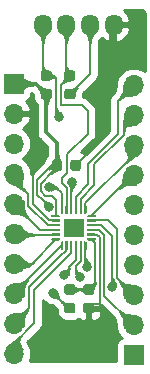
<source format=gtl>
G04 #@! TF.GenerationSoftware,KiCad,Pcbnew,(5.1.2)-1*
G04 #@! TF.CreationDate,2024-07-07T09:58:16+09:00*
G04 #@! TF.ProjectId,slg,736c672e-6b69-4636-9164-5f7063625858,v1.0*
G04 #@! TF.SameCoordinates,Original*
G04 #@! TF.FileFunction,Copper,L1,Top*
G04 #@! TF.FilePolarity,Positive*
%FSLAX46Y46*%
G04 Gerber Fmt 4.6, Leading zero omitted, Abs format (unit mm)*
G04 Created by KiCad (PCBNEW (5.1.2)-1) date 2024-07-07 09:58:16*
%MOMM*%
%LPD*%
G04 APERTURE LIST*
%ADD10R,1.750000X1.600000*%
%ADD11C,0.115147*%
%ADD12C,0.100000*%
%ADD13C,0.200000*%
%ADD14C,0.875000*%
%ADD15O,1.524000X1.800000*%
%ADD16O,1.700000X1.700000*%
%ADD17R,1.700000X1.700000*%
%ADD18C,0.800000*%
%ADD19C,0.200000*%
%ADD20C,0.350000*%
%ADD21C,0.254000*%
%ADD22C,0.025400*%
G04 APERTURE END LIST*
D10*
X147320000Y-92075000D03*
D11*
X148320000Y-93575000D03*
D12*
G36*
X148252196Y-93949231D02*
G01*
X148244693Y-93946955D01*
X148237777Y-93943259D01*
X148231716Y-93938284D01*
X148226741Y-93932223D01*
X148223045Y-93925307D01*
X148220769Y-93917804D01*
X148220000Y-93910000D01*
X148220000Y-93240000D01*
X148220769Y-93232196D01*
X148223045Y-93224693D01*
X148226741Y-93217777D01*
X148231716Y-93211716D01*
X148237777Y-93206741D01*
X148244693Y-93203045D01*
X148252196Y-93200769D01*
X148260000Y-93200000D01*
X148283431Y-93200000D01*
X148291235Y-93200769D01*
X148298738Y-93203045D01*
X148305654Y-93206741D01*
X148311715Y-93211716D01*
X148408284Y-93308285D01*
X148413259Y-93314346D01*
X148416955Y-93321262D01*
X148419231Y-93328765D01*
X148420000Y-93336569D01*
X148420000Y-93910000D01*
X148419231Y-93917804D01*
X148416955Y-93925307D01*
X148413259Y-93932223D01*
X148408284Y-93938284D01*
X148402223Y-93943259D01*
X148395307Y-93946955D01*
X148387804Y-93949231D01*
X148380000Y-93950000D01*
X148260000Y-93950000D01*
X148252196Y-93949231D01*
X148252196Y-93949231D01*
G37*
G36*
X147974901Y-93200241D02*
G01*
X147979755Y-93200961D01*
X147984514Y-93202153D01*
X147989134Y-93203806D01*
X147993570Y-93205904D01*
X147997779Y-93208427D01*
X148001720Y-93211349D01*
X148005355Y-93214645D01*
X148008651Y-93218280D01*
X148011573Y-93222221D01*
X148014096Y-93226430D01*
X148016194Y-93230866D01*
X148017847Y-93235486D01*
X148019039Y-93240245D01*
X148019759Y-93245099D01*
X148020000Y-93250000D01*
X148020000Y-93900000D01*
X148019759Y-93904901D01*
X148019039Y-93909755D01*
X148017847Y-93914514D01*
X148016194Y-93919134D01*
X148014096Y-93923570D01*
X148011573Y-93927779D01*
X148008651Y-93931720D01*
X148005355Y-93935355D01*
X148001720Y-93938651D01*
X147997779Y-93941573D01*
X147993570Y-93944096D01*
X147989134Y-93946194D01*
X147984514Y-93947847D01*
X147979755Y-93949039D01*
X147974901Y-93949759D01*
X147970000Y-93950000D01*
X147870000Y-93950000D01*
X147865099Y-93949759D01*
X147860245Y-93949039D01*
X147855486Y-93947847D01*
X147850866Y-93946194D01*
X147846430Y-93944096D01*
X147842221Y-93941573D01*
X147838280Y-93938651D01*
X147834645Y-93935355D01*
X147831349Y-93931720D01*
X147828427Y-93927779D01*
X147825904Y-93923570D01*
X147823806Y-93919134D01*
X147822153Y-93914514D01*
X147820961Y-93909755D01*
X147820241Y-93904901D01*
X147820000Y-93900000D01*
X147820000Y-93250000D01*
X147820241Y-93245099D01*
X147820961Y-93240245D01*
X147822153Y-93235486D01*
X147823806Y-93230866D01*
X147825904Y-93226430D01*
X147828427Y-93222221D01*
X147831349Y-93218280D01*
X147834645Y-93214645D01*
X147838280Y-93211349D01*
X147842221Y-93208427D01*
X147846430Y-93205904D01*
X147850866Y-93203806D01*
X147855486Y-93202153D01*
X147860245Y-93200961D01*
X147865099Y-93200241D01*
X147870000Y-93200000D01*
X147970000Y-93200000D01*
X147974901Y-93200241D01*
X147974901Y-93200241D01*
G37*
D13*
X147920000Y-93575000D03*
D12*
G36*
X147574901Y-93200241D02*
G01*
X147579755Y-93200961D01*
X147584514Y-93202153D01*
X147589134Y-93203806D01*
X147593570Y-93205904D01*
X147597779Y-93208427D01*
X147601720Y-93211349D01*
X147605355Y-93214645D01*
X147608651Y-93218280D01*
X147611573Y-93222221D01*
X147614096Y-93226430D01*
X147616194Y-93230866D01*
X147617847Y-93235486D01*
X147619039Y-93240245D01*
X147619759Y-93245099D01*
X147620000Y-93250000D01*
X147620000Y-93900000D01*
X147619759Y-93904901D01*
X147619039Y-93909755D01*
X147617847Y-93914514D01*
X147616194Y-93919134D01*
X147614096Y-93923570D01*
X147611573Y-93927779D01*
X147608651Y-93931720D01*
X147605355Y-93935355D01*
X147601720Y-93938651D01*
X147597779Y-93941573D01*
X147593570Y-93944096D01*
X147589134Y-93946194D01*
X147584514Y-93947847D01*
X147579755Y-93949039D01*
X147574901Y-93949759D01*
X147570000Y-93950000D01*
X147470000Y-93950000D01*
X147465099Y-93949759D01*
X147460245Y-93949039D01*
X147455486Y-93947847D01*
X147450866Y-93946194D01*
X147446430Y-93944096D01*
X147442221Y-93941573D01*
X147438280Y-93938651D01*
X147434645Y-93935355D01*
X147431349Y-93931720D01*
X147428427Y-93927779D01*
X147425904Y-93923570D01*
X147423806Y-93919134D01*
X147422153Y-93914514D01*
X147420961Y-93909755D01*
X147420241Y-93904901D01*
X147420000Y-93900000D01*
X147420000Y-93250000D01*
X147420241Y-93245099D01*
X147420961Y-93240245D01*
X147422153Y-93235486D01*
X147423806Y-93230866D01*
X147425904Y-93226430D01*
X147428427Y-93222221D01*
X147431349Y-93218280D01*
X147434645Y-93214645D01*
X147438280Y-93211349D01*
X147442221Y-93208427D01*
X147446430Y-93205904D01*
X147450866Y-93203806D01*
X147455486Y-93202153D01*
X147460245Y-93200961D01*
X147465099Y-93200241D01*
X147470000Y-93200000D01*
X147570000Y-93200000D01*
X147574901Y-93200241D01*
X147574901Y-93200241D01*
G37*
D13*
X147520000Y-93575000D03*
D12*
G36*
X147174901Y-93200241D02*
G01*
X147179755Y-93200961D01*
X147184514Y-93202153D01*
X147189134Y-93203806D01*
X147193570Y-93205904D01*
X147197779Y-93208427D01*
X147201720Y-93211349D01*
X147205355Y-93214645D01*
X147208651Y-93218280D01*
X147211573Y-93222221D01*
X147214096Y-93226430D01*
X147216194Y-93230866D01*
X147217847Y-93235486D01*
X147219039Y-93240245D01*
X147219759Y-93245099D01*
X147220000Y-93250000D01*
X147220000Y-93900000D01*
X147219759Y-93904901D01*
X147219039Y-93909755D01*
X147217847Y-93914514D01*
X147216194Y-93919134D01*
X147214096Y-93923570D01*
X147211573Y-93927779D01*
X147208651Y-93931720D01*
X147205355Y-93935355D01*
X147201720Y-93938651D01*
X147197779Y-93941573D01*
X147193570Y-93944096D01*
X147189134Y-93946194D01*
X147184514Y-93947847D01*
X147179755Y-93949039D01*
X147174901Y-93949759D01*
X147170000Y-93950000D01*
X147070000Y-93950000D01*
X147065099Y-93949759D01*
X147060245Y-93949039D01*
X147055486Y-93947847D01*
X147050866Y-93946194D01*
X147046430Y-93944096D01*
X147042221Y-93941573D01*
X147038280Y-93938651D01*
X147034645Y-93935355D01*
X147031349Y-93931720D01*
X147028427Y-93927779D01*
X147025904Y-93923570D01*
X147023806Y-93919134D01*
X147022153Y-93914514D01*
X147020961Y-93909755D01*
X147020241Y-93904901D01*
X147020000Y-93900000D01*
X147020000Y-93250000D01*
X147020241Y-93245099D01*
X147020961Y-93240245D01*
X147022153Y-93235486D01*
X147023806Y-93230866D01*
X147025904Y-93226430D01*
X147028427Y-93222221D01*
X147031349Y-93218280D01*
X147034645Y-93214645D01*
X147038280Y-93211349D01*
X147042221Y-93208427D01*
X147046430Y-93205904D01*
X147050866Y-93203806D01*
X147055486Y-93202153D01*
X147060245Y-93200961D01*
X147065099Y-93200241D01*
X147070000Y-93200000D01*
X147170000Y-93200000D01*
X147174901Y-93200241D01*
X147174901Y-93200241D01*
G37*
D13*
X147120000Y-93575000D03*
D12*
G36*
X146774901Y-93200241D02*
G01*
X146779755Y-93200961D01*
X146784514Y-93202153D01*
X146789134Y-93203806D01*
X146793570Y-93205904D01*
X146797779Y-93208427D01*
X146801720Y-93211349D01*
X146805355Y-93214645D01*
X146808651Y-93218280D01*
X146811573Y-93222221D01*
X146814096Y-93226430D01*
X146816194Y-93230866D01*
X146817847Y-93235486D01*
X146819039Y-93240245D01*
X146819759Y-93245099D01*
X146820000Y-93250000D01*
X146820000Y-93900000D01*
X146819759Y-93904901D01*
X146819039Y-93909755D01*
X146817847Y-93914514D01*
X146816194Y-93919134D01*
X146814096Y-93923570D01*
X146811573Y-93927779D01*
X146808651Y-93931720D01*
X146805355Y-93935355D01*
X146801720Y-93938651D01*
X146797779Y-93941573D01*
X146793570Y-93944096D01*
X146789134Y-93946194D01*
X146784514Y-93947847D01*
X146779755Y-93949039D01*
X146774901Y-93949759D01*
X146770000Y-93950000D01*
X146670000Y-93950000D01*
X146665099Y-93949759D01*
X146660245Y-93949039D01*
X146655486Y-93947847D01*
X146650866Y-93946194D01*
X146646430Y-93944096D01*
X146642221Y-93941573D01*
X146638280Y-93938651D01*
X146634645Y-93935355D01*
X146631349Y-93931720D01*
X146628427Y-93927779D01*
X146625904Y-93923570D01*
X146623806Y-93919134D01*
X146622153Y-93914514D01*
X146620961Y-93909755D01*
X146620241Y-93904901D01*
X146620000Y-93900000D01*
X146620000Y-93250000D01*
X146620241Y-93245099D01*
X146620961Y-93240245D01*
X146622153Y-93235486D01*
X146623806Y-93230866D01*
X146625904Y-93226430D01*
X146628427Y-93222221D01*
X146631349Y-93218280D01*
X146634645Y-93214645D01*
X146638280Y-93211349D01*
X146642221Y-93208427D01*
X146646430Y-93205904D01*
X146650866Y-93203806D01*
X146655486Y-93202153D01*
X146660245Y-93200961D01*
X146665099Y-93200241D01*
X146670000Y-93200000D01*
X146770000Y-93200000D01*
X146774901Y-93200241D01*
X146774901Y-93200241D01*
G37*
D13*
X146720000Y-93575000D03*
D11*
X146320000Y-93575000D03*
D12*
G36*
X146252196Y-93949231D02*
G01*
X146244693Y-93946955D01*
X146237777Y-93943259D01*
X146231716Y-93938284D01*
X146226741Y-93932223D01*
X146223045Y-93925307D01*
X146220769Y-93917804D01*
X146220000Y-93910000D01*
X146220000Y-93336569D01*
X146220769Y-93328765D01*
X146223045Y-93321262D01*
X146226741Y-93314346D01*
X146231716Y-93308285D01*
X146328285Y-93211716D01*
X146334346Y-93206741D01*
X146341262Y-93203045D01*
X146348765Y-93200769D01*
X146356569Y-93200000D01*
X146380000Y-93200000D01*
X146387804Y-93200769D01*
X146395307Y-93203045D01*
X146402223Y-93206741D01*
X146408284Y-93211716D01*
X146413259Y-93217777D01*
X146416955Y-93224693D01*
X146419231Y-93232196D01*
X146420000Y-93240000D01*
X146420000Y-93910000D01*
X146419231Y-93917804D01*
X146416955Y-93925307D01*
X146413259Y-93932223D01*
X146408284Y-93938284D01*
X146402223Y-93943259D01*
X146395307Y-93946955D01*
X146387804Y-93949231D01*
X146380000Y-93950000D01*
X146260000Y-93950000D01*
X146252196Y-93949231D01*
X146252196Y-93949231D01*
G37*
D11*
X145820000Y-93075000D03*
D12*
G36*
X145477196Y-93174231D02*
G01*
X145469693Y-93171955D01*
X145462777Y-93168259D01*
X145456716Y-93163284D01*
X145451741Y-93157223D01*
X145448045Y-93150307D01*
X145445769Y-93142804D01*
X145445000Y-93135000D01*
X145445000Y-93015000D01*
X145445769Y-93007196D01*
X145448045Y-92999693D01*
X145451741Y-92992777D01*
X145456716Y-92986716D01*
X145462777Y-92981741D01*
X145469693Y-92978045D01*
X145477196Y-92975769D01*
X145485000Y-92975000D01*
X146155000Y-92975000D01*
X146162804Y-92975769D01*
X146170307Y-92978045D01*
X146177223Y-92981741D01*
X146183284Y-92986716D01*
X146188259Y-92992777D01*
X146191955Y-92999693D01*
X146194231Y-93007196D01*
X146195000Y-93015000D01*
X146195000Y-93038431D01*
X146194231Y-93046235D01*
X146191955Y-93053738D01*
X146188259Y-93060654D01*
X146183284Y-93066715D01*
X146086715Y-93163284D01*
X146080654Y-93168259D01*
X146073738Y-93171955D01*
X146066235Y-93174231D01*
X146058431Y-93175000D01*
X145485000Y-93175000D01*
X145477196Y-93174231D01*
X145477196Y-93174231D01*
G37*
G36*
X146149901Y-92575241D02*
G01*
X146154755Y-92575961D01*
X146159514Y-92577153D01*
X146164134Y-92578806D01*
X146168570Y-92580904D01*
X146172779Y-92583427D01*
X146176720Y-92586349D01*
X146180355Y-92589645D01*
X146183651Y-92593280D01*
X146186573Y-92597221D01*
X146189096Y-92601430D01*
X146191194Y-92605866D01*
X146192847Y-92610486D01*
X146194039Y-92615245D01*
X146194759Y-92620099D01*
X146195000Y-92625000D01*
X146195000Y-92725000D01*
X146194759Y-92729901D01*
X146194039Y-92734755D01*
X146192847Y-92739514D01*
X146191194Y-92744134D01*
X146189096Y-92748570D01*
X146186573Y-92752779D01*
X146183651Y-92756720D01*
X146180355Y-92760355D01*
X146176720Y-92763651D01*
X146172779Y-92766573D01*
X146168570Y-92769096D01*
X146164134Y-92771194D01*
X146159514Y-92772847D01*
X146154755Y-92774039D01*
X146149901Y-92774759D01*
X146145000Y-92775000D01*
X145495000Y-92775000D01*
X145490099Y-92774759D01*
X145485245Y-92774039D01*
X145480486Y-92772847D01*
X145475866Y-92771194D01*
X145471430Y-92769096D01*
X145467221Y-92766573D01*
X145463280Y-92763651D01*
X145459645Y-92760355D01*
X145456349Y-92756720D01*
X145453427Y-92752779D01*
X145450904Y-92748570D01*
X145448806Y-92744134D01*
X145447153Y-92739514D01*
X145445961Y-92734755D01*
X145445241Y-92729901D01*
X145445000Y-92725000D01*
X145445000Y-92625000D01*
X145445241Y-92620099D01*
X145445961Y-92615245D01*
X145447153Y-92610486D01*
X145448806Y-92605866D01*
X145450904Y-92601430D01*
X145453427Y-92597221D01*
X145456349Y-92593280D01*
X145459645Y-92589645D01*
X145463280Y-92586349D01*
X145467221Y-92583427D01*
X145471430Y-92580904D01*
X145475866Y-92578806D01*
X145480486Y-92577153D01*
X145485245Y-92575961D01*
X145490099Y-92575241D01*
X145495000Y-92575000D01*
X146145000Y-92575000D01*
X146149901Y-92575241D01*
X146149901Y-92575241D01*
G37*
D13*
X145820000Y-92675000D03*
D12*
G36*
X146149901Y-92175241D02*
G01*
X146154755Y-92175961D01*
X146159514Y-92177153D01*
X146164134Y-92178806D01*
X146168570Y-92180904D01*
X146172779Y-92183427D01*
X146176720Y-92186349D01*
X146180355Y-92189645D01*
X146183651Y-92193280D01*
X146186573Y-92197221D01*
X146189096Y-92201430D01*
X146191194Y-92205866D01*
X146192847Y-92210486D01*
X146194039Y-92215245D01*
X146194759Y-92220099D01*
X146195000Y-92225000D01*
X146195000Y-92325000D01*
X146194759Y-92329901D01*
X146194039Y-92334755D01*
X146192847Y-92339514D01*
X146191194Y-92344134D01*
X146189096Y-92348570D01*
X146186573Y-92352779D01*
X146183651Y-92356720D01*
X146180355Y-92360355D01*
X146176720Y-92363651D01*
X146172779Y-92366573D01*
X146168570Y-92369096D01*
X146164134Y-92371194D01*
X146159514Y-92372847D01*
X146154755Y-92374039D01*
X146149901Y-92374759D01*
X146145000Y-92375000D01*
X145495000Y-92375000D01*
X145490099Y-92374759D01*
X145485245Y-92374039D01*
X145480486Y-92372847D01*
X145475866Y-92371194D01*
X145471430Y-92369096D01*
X145467221Y-92366573D01*
X145463280Y-92363651D01*
X145459645Y-92360355D01*
X145456349Y-92356720D01*
X145453427Y-92352779D01*
X145450904Y-92348570D01*
X145448806Y-92344134D01*
X145447153Y-92339514D01*
X145445961Y-92334755D01*
X145445241Y-92329901D01*
X145445000Y-92325000D01*
X145445000Y-92225000D01*
X145445241Y-92220099D01*
X145445961Y-92215245D01*
X145447153Y-92210486D01*
X145448806Y-92205866D01*
X145450904Y-92201430D01*
X145453427Y-92197221D01*
X145456349Y-92193280D01*
X145459645Y-92189645D01*
X145463280Y-92186349D01*
X145467221Y-92183427D01*
X145471430Y-92180904D01*
X145475866Y-92178806D01*
X145480486Y-92177153D01*
X145485245Y-92175961D01*
X145490099Y-92175241D01*
X145495000Y-92175000D01*
X146145000Y-92175000D01*
X146149901Y-92175241D01*
X146149901Y-92175241D01*
G37*
D13*
X145820000Y-92275000D03*
D12*
G36*
X146149901Y-91775241D02*
G01*
X146154755Y-91775961D01*
X146159514Y-91777153D01*
X146164134Y-91778806D01*
X146168570Y-91780904D01*
X146172779Y-91783427D01*
X146176720Y-91786349D01*
X146180355Y-91789645D01*
X146183651Y-91793280D01*
X146186573Y-91797221D01*
X146189096Y-91801430D01*
X146191194Y-91805866D01*
X146192847Y-91810486D01*
X146194039Y-91815245D01*
X146194759Y-91820099D01*
X146195000Y-91825000D01*
X146195000Y-91925000D01*
X146194759Y-91929901D01*
X146194039Y-91934755D01*
X146192847Y-91939514D01*
X146191194Y-91944134D01*
X146189096Y-91948570D01*
X146186573Y-91952779D01*
X146183651Y-91956720D01*
X146180355Y-91960355D01*
X146176720Y-91963651D01*
X146172779Y-91966573D01*
X146168570Y-91969096D01*
X146164134Y-91971194D01*
X146159514Y-91972847D01*
X146154755Y-91974039D01*
X146149901Y-91974759D01*
X146145000Y-91975000D01*
X145495000Y-91975000D01*
X145490099Y-91974759D01*
X145485245Y-91974039D01*
X145480486Y-91972847D01*
X145475866Y-91971194D01*
X145471430Y-91969096D01*
X145467221Y-91966573D01*
X145463280Y-91963651D01*
X145459645Y-91960355D01*
X145456349Y-91956720D01*
X145453427Y-91952779D01*
X145450904Y-91948570D01*
X145448806Y-91944134D01*
X145447153Y-91939514D01*
X145445961Y-91934755D01*
X145445241Y-91929901D01*
X145445000Y-91925000D01*
X145445000Y-91825000D01*
X145445241Y-91820099D01*
X145445961Y-91815245D01*
X145447153Y-91810486D01*
X145448806Y-91805866D01*
X145450904Y-91801430D01*
X145453427Y-91797221D01*
X145456349Y-91793280D01*
X145459645Y-91789645D01*
X145463280Y-91786349D01*
X145467221Y-91783427D01*
X145471430Y-91780904D01*
X145475866Y-91778806D01*
X145480486Y-91777153D01*
X145485245Y-91775961D01*
X145490099Y-91775241D01*
X145495000Y-91775000D01*
X146145000Y-91775000D01*
X146149901Y-91775241D01*
X146149901Y-91775241D01*
G37*
D13*
X145820000Y-91875000D03*
D12*
G36*
X146149901Y-91375241D02*
G01*
X146154755Y-91375961D01*
X146159514Y-91377153D01*
X146164134Y-91378806D01*
X146168570Y-91380904D01*
X146172779Y-91383427D01*
X146176720Y-91386349D01*
X146180355Y-91389645D01*
X146183651Y-91393280D01*
X146186573Y-91397221D01*
X146189096Y-91401430D01*
X146191194Y-91405866D01*
X146192847Y-91410486D01*
X146194039Y-91415245D01*
X146194759Y-91420099D01*
X146195000Y-91425000D01*
X146195000Y-91525000D01*
X146194759Y-91529901D01*
X146194039Y-91534755D01*
X146192847Y-91539514D01*
X146191194Y-91544134D01*
X146189096Y-91548570D01*
X146186573Y-91552779D01*
X146183651Y-91556720D01*
X146180355Y-91560355D01*
X146176720Y-91563651D01*
X146172779Y-91566573D01*
X146168570Y-91569096D01*
X146164134Y-91571194D01*
X146159514Y-91572847D01*
X146154755Y-91574039D01*
X146149901Y-91574759D01*
X146145000Y-91575000D01*
X145495000Y-91575000D01*
X145490099Y-91574759D01*
X145485245Y-91574039D01*
X145480486Y-91572847D01*
X145475866Y-91571194D01*
X145471430Y-91569096D01*
X145467221Y-91566573D01*
X145463280Y-91563651D01*
X145459645Y-91560355D01*
X145456349Y-91556720D01*
X145453427Y-91552779D01*
X145450904Y-91548570D01*
X145448806Y-91544134D01*
X145447153Y-91539514D01*
X145445961Y-91534755D01*
X145445241Y-91529901D01*
X145445000Y-91525000D01*
X145445000Y-91425000D01*
X145445241Y-91420099D01*
X145445961Y-91415245D01*
X145447153Y-91410486D01*
X145448806Y-91405866D01*
X145450904Y-91401430D01*
X145453427Y-91397221D01*
X145456349Y-91393280D01*
X145459645Y-91389645D01*
X145463280Y-91386349D01*
X145467221Y-91383427D01*
X145471430Y-91380904D01*
X145475866Y-91378806D01*
X145480486Y-91377153D01*
X145485245Y-91375961D01*
X145490099Y-91375241D01*
X145495000Y-91375000D01*
X146145000Y-91375000D01*
X146149901Y-91375241D01*
X146149901Y-91375241D01*
G37*
D13*
X145820000Y-91475000D03*
D11*
X145820000Y-91075000D03*
D12*
G36*
X145477196Y-91174231D02*
G01*
X145469693Y-91171955D01*
X145462777Y-91168259D01*
X145456716Y-91163284D01*
X145451741Y-91157223D01*
X145448045Y-91150307D01*
X145445769Y-91142804D01*
X145445000Y-91135000D01*
X145445000Y-91015000D01*
X145445769Y-91007196D01*
X145448045Y-90999693D01*
X145451741Y-90992777D01*
X145456716Y-90986716D01*
X145462777Y-90981741D01*
X145469693Y-90978045D01*
X145477196Y-90975769D01*
X145485000Y-90975000D01*
X146058431Y-90975000D01*
X146066235Y-90975769D01*
X146073738Y-90978045D01*
X146080654Y-90981741D01*
X146086715Y-90986716D01*
X146183284Y-91083285D01*
X146188259Y-91089346D01*
X146191955Y-91096262D01*
X146194231Y-91103765D01*
X146195000Y-91111569D01*
X146195000Y-91135000D01*
X146194231Y-91142804D01*
X146191955Y-91150307D01*
X146188259Y-91157223D01*
X146183284Y-91163284D01*
X146177223Y-91168259D01*
X146170307Y-91171955D01*
X146162804Y-91174231D01*
X146155000Y-91175000D01*
X145485000Y-91175000D01*
X145477196Y-91174231D01*
X145477196Y-91174231D01*
G37*
D11*
X146320000Y-90575000D03*
D12*
G36*
X146348765Y-90949231D02*
G01*
X146341262Y-90946955D01*
X146334346Y-90943259D01*
X146328285Y-90938284D01*
X146231716Y-90841715D01*
X146226741Y-90835654D01*
X146223045Y-90828738D01*
X146220769Y-90821235D01*
X146220000Y-90813431D01*
X146220000Y-90240000D01*
X146220769Y-90232196D01*
X146223045Y-90224693D01*
X146226741Y-90217777D01*
X146231716Y-90211716D01*
X146237777Y-90206741D01*
X146244693Y-90203045D01*
X146252196Y-90200769D01*
X146260000Y-90200000D01*
X146380000Y-90200000D01*
X146387804Y-90200769D01*
X146395307Y-90203045D01*
X146402223Y-90206741D01*
X146408284Y-90211716D01*
X146413259Y-90217777D01*
X146416955Y-90224693D01*
X146419231Y-90232196D01*
X146420000Y-90240000D01*
X146420000Y-90910000D01*
X146419231Y-90917804D01*
X146416955Y-90925307D01*
X146413259Y-90932223D01*
X146408284Y-90938284D01*
X146402223Y-90943259D01*
X146395307Y-90946955D01*
X146387804Y-90949231D01*
X146380000Y-90950000D01*
X146356569Y-90950000D01*
X146348765Y-90949231D01*
X146348765Y-90949231D01*
G37*
G36*
X146774901Y-90200241D02*
G01*
X146779755Y-90200961D01*
X146784514Y-90202153D01*
X146789134Y-90203806D01*
X146793570Y-90205904D01*
X146797779Y-90208427D01*
X146801720Y-90211349D01*
X146805355Y-90214645D01*
X146808651Y-90218280D01*
X146811573Y-90222221D01*
X146814096Y-90226430D01*
X146816194Y-90230866D01*
X146817847Y-90235486D01*
X146819039Y-90240245D01*
X146819759Y-90245099D01*
X146820000Y-90250000D01*
X146820000Y-90900000D01*
X146819759Y-90904901D01*
X146819039Y-90909755D01*
X146817847Y-90914514D01*
X146816194Y-90919134D01*
X146814096Y-90923570D01*
X146811573Y-90927779D01*
X146808651Y-90931720D01*
X146805355Y-90935355D01*
X146801720Y-90938651D01*
X146797779Y-90941573D01*
X146793570Y-90944096D01*
X146789134Y-90946194D01*
X146784514Y-90947847D01*
X146779755Y-90949039D01*
X146774901Y-90949759D01*
X146770000Y-90950000D01*
X146670000Y-90950000D01*
X146665099Y-90949759D01*
X146660245Y-90949039D01*
X146655486Y-90947847D01*
X146650866Y-90946194D01*
X146646430Y-90944096D01*
X146642221Y-90941573D01*
X146638280Y-90938651D01*
X146634645Y-90935355D01*
X146631349Y-90931720D01*
X146628427Y-90927779D01*
X146625904Y-90923570D01*
X146623806Y-90919134D01*
X146622153Y-90914514D01*
X146620961Y-90909755D01*
X146620241Y-90904901D01*
X146620000Y-90900000D01*
X146620000Y-90250000D01*
X146620241Y-90245099D01*
X146620961Y-90240245D01*
X146622153Y-90235486D01*
X146623806Y-90230866D01*
X146625904Y-90226430D01*
X146628427Y-90222221D01*
X146631349Y-90218280D01*
X146634645Y-90214645D01*
X146638280Y-90211349D01*
X146642221Y-90208427D01*
X146646430Y-90205904D01*
X146650866Y-90203806D01*
X146655486Y-90202153D01*
X146660245Y-90200961D01*
X146665099Y-90200241D01*
X146670000Y-90200000D01*
X146770000Y-90200000D01*
X146774901Y-90200241D01*
X146774901Y-90200241D01*
G37*
D13*
X146720000Y-90575000D03*
D12*
G36*
X147174901Y-90200241D02*
G01*
X147179755Y-90200961D01*
X147184514Y-90202153D01*
X147189134Y-90203806D01*
X147193570Y-90205904D01*
X147197779Y-90208427D01*
X147201720Y-90211349D01*
X147205355Y-90214645D01*
X147208651Y-90218280D01*
X147211573Y-90222221D01*
X147214096Y-90226430D01*
X147216194Y-90230866D01*
X147217847Y-90235486D01*
X147219039Y-90240245D01*
X147219759Y-90245099D01*
X147220000Y-90250000D01*
X147220000Y-90900000D01*
X147219759Y-90904901D01*
X147219039Y-90909755D01*
X147217847Y-90914514D01*
X147216194Y-90919134D01*
X147214096Y-90923570D01*
X147211573Y-90927779D01*
X147208651Y-90931720D01*
X147205355Y-90935355D01*
X147201720Y-90938651D01*
X147197779Y-90941573D01*
X147193570Y-90944096D01*
X147189134Y-90946194D01*
X147184514Y-90947847D01*
X147179755Y-90949039D01*
X147174901Y-90949759D01*
X147170000Y-90950000D01*
X147070000Y-90950000D01*
X147065099Y-90949759D01*
X147060245Y-90949039D01*
X147055486Y-90947847D01*
X147050866Y-90946194D01*
X147046430Y-90944096D01*
X147042221Y-90941573D01*
X147038280Y-90938651D01*
X147034645Y-90935355D01*
X147031349Y-90931720D01*
X147028427Y-90927779D01*
X147025904Y-90923570D01*
X147023806Y-90919134D01*
X147022153Y-90914514D01*
X147020961Y-90909755D01*
X147020241Y-90904901D01*
X147020000Y-90900000D01*
X147020000Y-90250000D01*
X147020241Y-90245099D01*
X147020961Y-90240245D01*
X147022153Y-90235486D01*
X147023806Y-90230866D01*
X147025904Y-90226430D01*
X147028427Y-90222221D01*
X147031349Y-90218280D01*
X147034645Y-90214645D01*
X147038280Y-90211349D01*
X147042221Y-90208427D01*
X147046430Y-90205904D01*
X147050866Y-90203806D01*
X147055486Y-90202153D01*
X147060245Y-90200961D01*
X147065099Y-90200241D01*
X147070000Y-90200000D01*
X147170000Y-90200000D01*
X147174901Y-90200241D01*
X147174901Y-90200241D01*
G37*
D13*
X147120000Y-90575000D03*
D12*
G36*
X147574901Y-90200241D02*
G01*
X147579755Y-90200961D01*
X147584514Y-90202153D01*
X147589134Y-90203806D01*
X147593570Y-90205904D01*
X147597779Y-90208427D01*
X147601720Y-90211349D01*
X147605355Y-90214645D01*
X147608651Y-90218280D01*
X147611573Y-90222221D01*
X147614096Y-90226430D01*
X147616194Y-90230866D01*
X147617847Y-90235486D01*
X147619039Y-90240245D01*
X147619759Y-90245099D01*
X147620000Y-90250000D01*
X147620000Y-90900000D01*
X147619759Y-90904901D01*
X147619039Y-90909755D01*
X147617847Y-90914514D01*
X147616194Y-90919134D01*
X147614096Y-90923570D01*
X147611573Y-90927779D01*
X147608651Y-90931720D01*
X147605355Y-90935355D01*
X147601720Y-90938651D01*
X147597779Y-90941573D01*
X147593570Y-90944096D01*
X147589134Y-90946194D01*
X147584514Y-90947847D01*
X147579755Y-90949039D01*
X147574901Y-90949759D01*
X147570000Y-90950000D01*
X147470000Y-90950000D01*
X147465099Y-90949759D01*
X147460245Y-90949039D01*
X147455486Y-90947847D01*
X147450866Y-90946194D01*
X147446430Y-90944096D01*
X147442221Y-90941573D01*
X147438280Y-90938651D01*
X147434645Y-90935355D01*
X147431349Y-90931720D01*
X147428427Y-90927779D01*
X147425904Y-90923570D01*
X147423806Y-90919134D01*
X147422153Y-90914514D01*
X147420961Y-90909755D01*
X147420241Y-90904901D01*
X147420000Y-90900000D01*
X147420000Y-90250000D01*
X147420241Y-90245099D01*
X147420961Y-90240245D01*
X147422153Y-90235486D01*
X147423806Y-90230866D01*
X147425904Y-90226430D01*
X147428427Y-90222221D01*
X147431349Y-90218280D01*
X147434645Y-90214645D01*
X147438280Y-90211349D01*
X147442221Y-90208427D01*
X147446430Y-90205904D01*
X147450866Y-90203806D01*
X147455486Y-90202153D01*
X147460245Y-90200961D01*
X147465099Y-90200241D01*
X147470000Y-90200000D01*
X147570000Y-90200000D01*
X147574901Y-90200241D01*
X147574901Y-90200241D01*
G37*
D13*
X147520000Y-90575000D03*
D12*
G36*
X147974901Y-90200241D02*
G01*
X147979755Y-90200961D01*
X147984514Y-90202153D01*
X147989134Y-90203806D01*
X147993570Y-90205904D01*
X147997779Y-90208427D01*
X148001720Y-90211349D01*
X148005355Y-90214645D01*
X148008651Y-90218280D01*
X148011573Y-90222221D01*
X148014096Y-90226430D01*
X148016194Y-90230866D01*
X148017847Y-90235486D01*
X148019039Y-90240245D01*
X148019759Y-90245099D01*
X148020000Y-90250000D01*
X148020000Y-90900000D01*
X148019759Y-90904901D01*
X148019039Y-90909755D01*
X148017847Y-90914514D01*
X148016194Y-90919134D01*
X148014096Y-90923570D01*
X148011573Y-90927779D01*
X148008651Y-90931720D01*
X148005355Y-90935355D01*
X148001720Y-90938651D01*
X147997779Y-90941573D01*
X147993570Y-90944096D01*
X147989134Y-90946194D01*
X147984514Y-90947847D01*
X147979755Y-90949039D01*
X147974901Y-90949759D01*
X147970000Y-90950000D01*
X147870000Y-90950000D01*
X147865099Y-90949759D01*
X147860245Y-90949039D01*
X147855486Y-90947847D01*
X147850866Y-90946194D01*
X147846430Y-90944096D01*
X147842221Y-90941573D01*
X147838280Y-90938651D01*
X147834645Y-90935355D01*
X147831349Y-90931720D01*
X147828427Y-90927779D01*
X147825904Y-90923570D01*
X147823806Y-90919134D01*
X147822153Y-90914514D01*
X147820961Y-90909755D01*
X147820241Y-90904901D01*
X147820000Y-90900000D01*
X147820000Y-90250000D01*
X147820241Y-90245099D01*
X147820961Y-90240245D01*
X147822153Y-90235486D01*
X147823806Y-90230866D01*
X147825904Y-90226430D01*
X147828427Y-90222221D01*
X147831349Y-90218280D01*
X147834645Y-90214645D01*
X147838280Y-90211349D01*
X147842221Y-90208427D01*
X147846430Y-90205904D01*
X147850866Y-90203806D01*
X147855486Y-90202153D01*
X147860245Y-90200961D01*
X147865099Y-90200241D01*
X147870000Y-90200000D01*
X147970000Y-90200000D01*
X147974901Y-90200241D01*
X147974901Y-90200241D01*
G37*
D13*
X147920000Y-90575000D03*
D11*
X148320000Y-90575000D03*
D12*
G36*
X148252196Y-90949231D02*
G01*
X148244693Y-90946955D01*
X148237777Y-90943259D01*
X148231716Y-90938284D01*
X148226741Y-90932223D01*
X148223045Y-90925307D01*
X148220769Y-90917804D01*
X148220000Y-90910000D01*
X148220000Y-90240000D01*
X148220769Y-90232196D01*
X148223045Y-90224693D01*
X148226741Y-90217777D01*
X148231716Y-90211716D01*
X148237777Y-90206741D01*
X148244693Y-90203045D01*
X148252196Y-90200769D01*
X148260000Y-90200000D01*
X148380000Y-90200000D01*
X148387804Y-90200769D01*
X148395307Y-90203045D01*
X148402223Y-90206741D01*
X148408284Y-90211716D01*
X148413259Y-90217777D01*
X148416955Y-90224693D01*
X148419231Y-90232196D01*
X148420000Y-90240000D01*
X148420000Y-90813431D01*
X148419231Y-90821235D01*
X148416955Y-90828738D01*
X148413259Y-90835654D01*
X148408284Y-90841715D01*
X148311715Y-90938284D01*
X148305654Y-90943259D01*
X148298738Y-90946955D01*
X148291235Y-90949231D01*
X148283431Y-90950000D01*
X148260000Y-90950000D01*
X148252196Y-90949231D01*
X148252196Y-90949231D01*
G37*
D11*
X148820000Y-91075000D03*
D12*
G36*
X148477196Y-91174231D02*
G01*
X148469693Y-91171955D01*
X148462777Y-91168259D01*
X148456716Y-91163284D01*
X148451741Y-91157223D01*
X148448045Y-91150307D01*
X148445769Y-91142804D01*
X148445000Y-91135000D01*
X148445000Y-91111569D01*
X148445769Y-91103765D01*
X148448045Y-91096262D01*
X148451741Y-91089346D01*
X148456716Y-91083285D01*
X148553285Y-90986716D01*
X148559346Y-90981741D01*
X148566262Y-90978045D01*
X148573765Y-90975769D01*
X148581569Y-90975000D01*
X149155000Y-90975000D01*
X149162804Y-90975769D01*
X149170307Y-90978045D01*
X149177223Y-90981741D01*
X149183284Y-90986716D01*
X149188259Y-90992777D01*
X149191955Y-90999693D01*
X149194231Y-91007196D01*
X149195000Y-91015000D01*
X149195000Y-91135000D01*
X149194231Y-91142804D01*
X149191955Y-91150307D01*
X149188259Y-91157223D01*
X149183284Y-91163284D01*
X149177223Y-91168259D01*
X149170307Y-91171955D01*
X149162804Y-91174231D01*
X149155000Y-91175000D01*
X148485000Y-91175000D01*
X148477196Y-91174231D01*
X148477196Y-91174231D01*
G37*
G36*
X149149901Y-91375241D02*
G01*
X149154755Y-91375961D01*
X149159514Y-91377153D01*
X149164134Y-91378806D01*
X149168570Y-91380904D01*
X149172779Y-91383427D01*
X149176720Y-91386349D01*
X149180355Y-91389645D01*
X149183651Y-91393280D01*
X149186573Y-91397221D01*
X149189096Y-91401430D01*
X149191194Y-91405866D01*
X149192847Y-91410486D01*
X149194039Y-91415245D01*
X149194759Y-91420099D01*
X149195000Y-91425000D01*
X149195000Y-91525000D01*
X149194759Y-91529901D01*
X149194039Y-91534755D01*
X149192847Y-91539514D01*
X149191194Y-91544134D01*
X149189096Y-91548570D01*
X149186573Y-91552779D01*
X149183651Y-91556720D01*
X149180355Y-91560355D01*
X149176720Y-91563651D01*
X149172779Y-91566573D01*
X149168570Y-91569096D01*
X149164134Y-91571194D01*
X149159514Y-91572847D01*
X149154755Y-91574039D01*
X149149901Y-91574759D01*
X149145000Y-91575000D01*
X148495000Y-91575000D01*
X148490099Y-91574759D01*
X148485245Y-91574039D01*
X148480486Y-91572847D01*
X148475866Y-91571194D01*
X148471430Y-91569096D01*
X148467221Y-91566573D01*
X148463280Y-91563651D01*
X148459645Y-91560355D01*
X148456349Y-91556720D01*
X148453427Y-91552779D01*
X148450904Y-91548570D01*
X148448806Y-91544134D01*
X148447153Y-91539514D01*
X148445961Y-91534755D01*
X148445241Y-91529901D01*
X148445000Y-91525000D01*
X148445000Y-91425000D01*
X148445241Y-91420099D01*
X148445961Y-91415245D01*
X148447153Y-91410486D01*
X148448806Y-91405866D01*
X148450904Y-91401430D01*
X148453427Y-91397221D01*
X148456349Y-91393280D01*
X148459645Y-91389645D01*
X148463280Y-91386349D01*
X148467221Y-91383427D01*
X148471430Y-91380904D01*
X148475866Y-91378806D01*
X148480486Y-91377153D01*
X148485245Y-91375961D01*
X148490099Y-91375241D01*
X148495000Y-91375000D01*
X149145000Y-91375000D01*
X149149901Y-91375241D01*
X149149901Y-91375241D01*
G37*
D13*
X148820000Y-91475000D03*
D12*
G36*
X149149901Y-91775241D02*
G01*
X149154755Y-91775961D01*
X149159514Y-91777153D01*
X149164134Y-91778806D01*
X149168570Y-91780904D01*
X149172779Y-91783427D01*
X149176720Y-91786349D01*
X149180355Y-91789645D01*
X149183651Y-91793280D01*
X149186573Y-91797221D01*
X149189096Y-91801430D01*
X149191194Y-91805866D01*
X149192847Y-91810486D01*
X149194039Y-91815245D01*
X149194759Y-91820099D01*
X149195000Y-91825000D01*
X149195000Y-91925000D01*
X149194759Y-91929901D01*
X149194039Y-91934755D01*
X149192847Y-91939514D01*
X149191194Y-91944134D01*
X149189096Y-91948570D01*
X149186573Y-91952779D01*
X149183651Y-91956720D01*
X149180355Y-91960355D01*
X149176720Y-91963651D01*
X149172779Y-91966573D01*
X149168570Y-91969096D01*
X149164134Y-91971194D01*
X149159514Y-91972847D01*
X149154755Y-91974039D01*
X149149901Y-91974759D01*
X149145000Y-91975000D01*
X148495000Y-91975000D01*
X148490099Y-91974759D01*
X148485245Y-91974039D01*
X148480486Y-91972847D01*
X148475866Y-91971194D01*
X148471430Y-91969096D01*
X148467221Y-91966573D01*
X148463280Y-91963651D01*
X148459645Y-91960355D01*
X148456349Y-91956720D01*
X148453427Y-91952779D01*
X148450904Y-91948570D01*
X148448806Y-91944134D01*
X148447153Y-91939514D01*
X148445961Y-91934755D01*
X148445241Y-91929901D01*
X148445000Y-91925000D01*
X148445000Y-91825000D01*
X148445241Y-91820099D01*
X148445961Y-91815245D01*
X148447153Y-91810486D01*
X148448806Y-91805866D01*
X148450904Y-91801430D01*
X148453427Y-91797221D01*
X148456349Y-91793280D01*
X148459645Y-91789645D01*
X148463280Y-91786349D01*
X148467221Y-91783427D01*
X148471430Y-91780904D01*
X148475866Y-91778806D01*
X148480486Y-91777153D01*
X148485245Y-91775961D01*
X148490099Y-91775241D01*
X148495000Y-91775000D01*
X149145000Y-91775000D01*
X149149901Y-91775241D01*
X149149901Y-91775241D01*
G37*
D13*
X148820000Y-91875000D03*
D12*
G36*
X149149901Y-92175241D02*
G01*
X149154755Y-92175961D01*
X149159514Y-92177153D01*
X149164134Y-92178806D01*
X149168570Y-92180904D01*
X149172779Y-92183427D01*
X149176720Y-92186349D01*
X149180355Y-92189645D01*
X149183651Y-92193280D01*
X149186573Y-92197221D01*
X149189096Y-92201430D01*
X149191194Y-92205866D01*
X149192847Y-92210486D01*
X149194039Y-92215245D01*
X149194759Y-92220099D01*
X149195000Y-92225000D01*
X149195000Y-92325000D01*
X149194759Y-92329901D01*
X149194039Y-92334755D01*
X149192847Y-92339514D01*
X149191194Y-92344134D01*
X149189096Y-92348570D01*
X149186573Y-92352779D01*
X149183651Y-92356720D01*
X149180355Y-92360355D01*
X149176720Y-92363651D01*
X149172779Y-92366573D01*
X149168570Y-92369096D01*
X149164134Y-92371194D01*
X149159514Y-92372847D01*
X149154755Y-92374039D01*
X149149901Y-92374759D01*
X149145000Y-92375000D01*
X148495000Y-92375000D01*
X148490099Y-92374759D01*
X148485245Y-92374039D01*
X148480486Y-92372847D01*
X148475866Y-92371194D01*
X148471430Y-92369096D01*
X148467221Y-92366573D01*
X148463280Y-92363651D01*
X148459645Y-92360355D01*
X148456349Y-92356720D01*
X148453427Y-92352779D01*
X148450904Y-92348570D01*
X148448806Y-92344134D01*
X148447153Y-92339514D01*
X148445961Y-92334755D01*
X148445241Y-92329901D01*
X148445000Y-92325000D01*
X148445000Y-92225000D01*
X148445241Y-92220099D01*
X148445961Y-92215245D01*
X148447153Y-92210486D01*
X148448806Y-92205866D01*
X148450904Y-92201430D01*
X148453427Y-92197221D01*
X148456349Y-92193280D01*
X148459645Y-92189645D01*
X148463280Y-92186349D01*
X148467221Y-92183427D01*
X148471430Y-92180904D01*
X148475866Y-92178806D01*
X148480486Y-92177153D01*
X148485245Y-92175961D01*
X148490099Y-92175241D01*
X148495000Y-92175000D01*
X149145000Y-92175000D01*
X149149901Y-92175241D01*
X149149901Y-92175241D01*
G37*
D13*
X148820000Y-92275000D03*
D12*
G36*
X149149901Y-92575241D02*
G01*
X149154755Y-92575961D01*
X149159514Y-92577153D01*
X149164134Y-92578806D01*
X149168570Y-92580904D01*
X149172779Y-92583427D01*
X149176720Y-92586349D01*
X149180355Y-92589645D01*
X149183651Y-92593280D01*
X149186573Y-92597221D01*
X149189096Y-92601430D01*
X149191194Y-92605866D01*
X149192847Y-92610486D01*
X149194039Y-92615245D01*
X149194759Y-92620099D01*
X149195000Y-92625000D01*
X149195000Y-92725000D01*
X149194759Y-92729901D01*
X149194039Y-92734755D01*
X149192847Y-92739514D01*
X149191194Y-92744134D01*
X149189096Y-92748570D01*
X149186573Y-92752779D01*
X149183651Y-92756720D01*
X149180355Y-92760355D01*
X149176720Y-92763651D01*
X149172779Y-92766573D01*
X149168570Y-92769096D01*
X149164134Y-92771194D01*
X149159514Y-92772847D01*
X149154755Y-92774039D01*
X149149901Y-92774759D01*
X149145000Y-92775000D01*
X148495000Y-92775000D01*
X148490099Y-92774759D01*
X148485245Y-92774039D01*
X148480486Y-92772847D01*
X148475866Y-92771194D01*
X148471430Y-92769096D01*
X148467221Y-92766573D01*
X148463280Y-92763651D01*
X148459645Y-92760355D01*
X148456349Y-92756720D01*
X148453427Y-92752779D01*
X148450904Y-92748570D01*
X148448806Y-92744134D01*
X148447153Y-92739514D01*
X148445961Y-92734755D01*
X148445241Y-92729901D01*
X148445000Y-92725000D01*
X148445000Y-92625000D01*
X148445241Y-92620099D01*
X148445961Y-92615245D01*
X148447153Y-92610486D01*
X148448806Y-92605866D01*
X148450904Y-92601430D01*
X148453427Y-92597221D01*
X148456349Y-92593280D01*
X148459645Y-92589645D01*
X148463280Y-92586349D01*
X148467221Y-92583427D01*
X148471430Y-92580904D01*
X148475866Y-92578806D01*
X148480486Y-92577153D01*
X148485245Y-92575961D01*
X148490099Y-92575241D01*
X148495000Y-92575000D01*
X149145000Y-92575000D01*
X149149901Y-92575241D01*
X149149901Y-92575241D01*
G37*
D13*
X148820000Y-92675000D03*
D11*
X148820000Y-93075000D03*
D12*
G36*
X148573765Y-93174231D02*
G01*
X148566262Y-93171955D01*
X148559346Y-93168259D01*
X148553285Y-93163284D01*
X148456716Y-93066715D01*
X148451741Y-93060654D01*
X148448045Y-93053738D01*
X148445769Y-93046235D01*
X148445000Y-93038431D01*
X148445000Y-93015000D01*
X148445769Y-93007196D01*
X148448045Y-92999693D01*
X148451741Y-92992777D01*
X148456716Y-92986716D01*
X148462777Y-92981741D01*
X148469693Y-92978045D01*
X148477196Y-92975769D01*
X148485000Y-92975000D01*
X149155000Y-92975000D01*
X149162804Y-92975769D01*
X149170307Y-92978045D01*
X149177223Y-92981741D01*
X149183284Y-92986716D01*
X149188259Y-92992777D01*
X149191955Y-92999693D01*
X149194231Y-93007196D01*
X149195000Y-93015000D01*
X149195000Y-93135000D01*
X149194231Y-93142804D01*
X149191955Y-93150307D01*
X149188259Y-93157223D01*
X149183284Y-93163284D01*
X149177223Y-93168259D01*
X149170307Y-93171955D01*
X149162804Y-93174231D01*
X149155000Y-93175000D01*
X148581569Y-93175000D01*
X148573765Y-93174231D01*
X148573765Y-93174231D01*
G37*
G36*
X147277691Y-78776053D02*
G01*
X147298926Y-78779203D01*
X147319750Y-78784419D01*
X147339962Y-78791651D01*
X147359368Y-78800830D01*
X147377781Y-78811866D01*
X147395024Y-78824654D01*
X147410930Y-78839070D01*
X147425346Y-78854976D01*
X147438134Y-78872219D01*
X147449170Y-78890632D01*
X147458349Y-78910038D01*
X147465581Y-78930250D01*
X147470797Y-78951074D01*
X147473947Y-78972309D01*
X147475000Y-78993750D01*
X147475000Y-79431250D01*
X147473947Y-79452691D01*
X147470797Y-79473926D01*
X147465581Y-79494750D01*
X147458349Y-79514962D01*
X147449170Y-79534368D01*
X147438134Y-79552781D01*
X147425346Y-79570024D01*
X147410930Y-79585930D01*
X147395024Y-79600346D01*
X147377781Y-79613134D01*
X147359368Y-79624170D01*
X147339962Y-79633349D01*
X147319750Y-79640581D01*
X147298926Y-79645797D01*
X147277691Y-79648947D01*
X147256250Y-79650000D01*
X146743750Y-79650000D01*
X146722309Y-79648947D01*
X146701074Y-79645797D01*
X146680250Y-79640581D01*
X146660038Y-79633349D01*
X146640632Y-79624170D01*
X146622219Y-79613134D01*
X146604976Y-79600346D01*
X146589070Y-79585930D01*
X146574654Y-79570024D01*
X146561866Y-79552781D01*
X146550830Y-79534368D01*
X146541651Y-79514962D01*
X146534419Y-79494750D01*
X146529203Y-79473926D01*
X146526053Y-79452691D01*
X146525000Y-79431250D01*
X146525000Y-78993750D01*
X146526053Y-78972309D01*
X146529203Y-78951074D01*
X146534419Y-78930250D01*
X146541651Y-78910038D01*
X146550830Y-78890632D01*
X146561866Y-78872219D01*
X146574654Y-78854976D01*
X146589070Y-78839070D01*
X146604976Y-78824654D01*
X146622219Y-78811866D01*
X146640632Y-78800830D01*
X146660038Y-78791651D01*
X146680250Y-78784419D01*
X146701074Y-78779203D01*
X146722309Y-78776053D01*
X146743750Y-78775000D01*
X147256250Y-78775000D01*
X147277691Y-78776053D01*
X147277691Y-78776053D01*
G37*
D14*
X147000000Y-79212500D03*
D12*
G36*
X147277691Y-80351053D02*
G01*
X147298926Y-80354203D01*
X147319750Y-80359419D01*
X147339962Y-80366651D01*
X147359368Y-80375830D01*
X147377781Y-80386866D01*
X147395024Y-80399654D01*
X147410930Y-80414070D01*
X147425346Y-80429976D01*
X147438134Y-80447219D01*
X147449170Y-80465632D01*
X147458349Y-80485038D01*
X147465581Y-80505250D01*
X147470797Y-80526074D01*
X147473947Y-80547309D01*
X147475000Y-80568750D01*
X147475000Y-81006250D01*
X147473947Y-81027691D01*
X147470797Y-81048926D01*
X147465581Y-81069750D01*
X147458349Y-81089962D01*
X147449170Y-81109368D01*
X147438134Y-81127781D01*
X147425346Y-81145024D01*
X147410930Y-81160930D01*
X147395024Y-81175346D01*
X147377781Y-81188134D01*
X147359368Y-81199170D01*
X147339962Y-81208349D01*
X147319750Y-81215581D01*
X147298926Y-81220797D01*
X147277691Y-81223947D01*
X147256250Y-81225000D01*
X146743750Y-81225000D01*
X146722309Y-81223947D01*
X146701074Y-81220797D01*
X146680250Y-81215581D01*
X146660038Y-81208349D01*
X146640632Y-81199170D01*
X146622219Y-81188134D01*
X146604976Y-81175346D01*
X146589070Y-81160930D01*
X146574654Y-81145024D01*
X146561866Y-81127781D01*
X146550830Y-81109368D01*
X146541651Y-81089962D01*
X146534419Y-81069750D01*
X146529203Y-81048926D01*
X146526053Y-81027691D01*
X146525000Y-81006250D01*
X146525000Y-80568750D01*
X146526053Y-80547309D01*
X146529203Y-80526074D01*
X146534419Y-80505250D01*
X146541651Y-80485038D01*
X146550830Y-80465632D01*
X146561866Y-80447219D01*
X146574654Y-80429976D01*
X146589070Y-80414070D01*
X146604976Y-80399654D01*
X146622219Y-80386866D01*
X146640632Y-80375830D01*
X146660038Y-80366651D01*
X146680250Y-80359419D01*
X146701074Y-80354203D01*
X146722309Y-80351053D01*
X146743750Y-80350000D01*
X147256250Y-80350000D01*
X147277691Y-80351053D01*
X147277691Y-80351053D01*
G37*
D14*
X147000000Y-80787500D03*
D12*
G36*
X145277691Y-78776053D02*
G01*
X145298926Y-78779203D01*
X145319750Y-78784419D01*
X145339962Y-78791651D01*
X145359368Y-78800830D01*
X145377781Y-78811866D01*
X145395024Y-78824654D01*
X145410930Y-78839070D01*
X145425346Y-78854976D01*
X145438134Y-78872219D01*
X145449170Y-78890632D01*
X145458349Y-78910038D01*
X145465581Y-78930250D01*
X145470797Y-78951074D01*
X145473947Y-78972309D01*
X145475000Y-78993750D01*
X145475000Y-79431250D01*
X145473947Y-79452691D01*
X145470797Y-79473926D01*
X145465581Y-79494750D01*
X145458349Y-79514962D01*
X145449170Y-79534368D01*
X145438134Y-79552781D01*
X145425346Y-79570024D01*
X145410930Y-79585930D01*
X145395024Y-79600346D01*
X145377781Y-79613134D01*
X145359368Y-79624170D01*
X145339962Y-79633349D01*
X145319750Y-79640581D01*
X145298926Y-79645797D01*
X145277691Y-79648947D01*
X145256250Y-79650000D01*
X144743750Y-79650000D01*
X144722309Y-79648947D01*
X144701074Y-79645797D01*
X144680250Y-79640581D01*
X144660038Y-79633349D01*
X144640632Y-79624170D01*
X144622219Y-79613134D01*
X144604976Y-79600346D01*
X144589070Y-79585930D01*
X144574654Y-79570024D01*
X144561866Y-79552781D01*
X144550830Y-79534368D01*
X144541651Y-79514962D01*
X144534419Y-79494750D01*
X144529203Y-79473926D01*
X144526053Y-79452691D01*
X144525000Y-79431250D01*
X144525000Y-78993750D01*
X144526053Y-78972309D01*
X144529203Y-78951074D01*
X144534419Y-78930250D01*
X144541651Y-78910038D01*
X144550830Y-78890632D01*
X144561866Y-78872219D01*
X144574654Y-78854976D01*
X144589070Y-78839070D01*
X144604976Y-78824654D01*
X144622219Y-78811866D01*
X144640632Y-78800830D01*
X144660038Y-78791651D01*
X144680250Y-78784419D01*
X144701074Y-78779203D01*
X144722309Y-78776053D01*
X144743750Y-78775000D01*
X145256250Y-78775000D01*
X145277691Y-78776053D01*
X145277691Y-78776053D01*
G37*
D14*
X145000000Y-79212500D03*
D12*
G36*
X145277691Y-80351053D02*
G01*
X145298926Y-80354203D01*
X145319750Y-80359419D01*
X145339962Y-80366651D01*
X145359368Y-80375830D01*
X145377781Y-80386866D01*
X145395024Y-80399654D01*
X145410930Y-80414070D01*
X145425346Y-80429976D01*
X145438134Y-80447219D01*
X145449170Y-80465632D01*
X145458349Y-80485038D01*
X145465581Y-80505250D01*
X145470797Y-80526074D01*
X145473947Y-80547309D01*
X145475000Y-80568750D01*
X145475000Y-81006250D01*
X145473947Y-81027691D01*
X145470797Y-81048926D01*
X145465581Y-81069750D01*
X145458349Y-81089962D01*
X145449170Y-81109368D01*
X145438134Y-81127781D01*
X145425346Y-81145024D01*
X145410930Y-81160930D01*
X145395024Y-81175346D01*
X145377781Y-81188134D01*
X145359368Y-81199170D01*
X145339962Y-81208349D01*
X145319750Y-81215581D01*
X145298926Y-81220797D01*
X145277691Y-81223947D01*
X145256250Y-81225000D01*
X144743750Y-81225000D01*
X144722309Y-81223947D01*
X144701074Y-81220797D01*
X144680250Y-81215581D01*
X144660038Y-81208349D01*
X144640632Y-81199170D01*
X144622219Y-81188134D01*
X144604976Y-81175346D01*
X144589070Y-81160930D01*
X144574654Y-81145024D01*
X144561866Y-81127781D01*
X144550830Y-81109368D01*
X144541651Y-81089962D01*
X144534419Y-81069750D01*
X144529203Y-81048926D01*
X144526053Y-81027691D01*
X144525000Y-81006250D01*
X144525000Y-80568750D01*
X144526053Y-80547309D01*
X144529203Y-80526074D01*
X144534419Y-80505250D01*
X144541651Y-80485038D01*
X144550830Y-80465632D01*
X144561866Y-80447219D01*
X144574654Y-80429976D01*
X144589070Y-80414070D01*
X144604976Y-80399654D01*
X144622219Y-80386866D01*
X144640632Y-80375830D01*
X144660038Y-80366651D01*
X144680250Y-80359419D01*
X144701074Y-80354203D01*
X144722309Y-80351053D01*
X144743750Y-80350000D01*
X145256250Y-80350000D01*
X145277691Y-80351053D01*
X145277691Y-80351053D01*
G37*
D14*
X145000000Y-80787500D03*
D15*
X150700000Y-74900000D03*
X148700000Y-74900000D03*
X146700000Y-74900000D03*
X144700000Y-74900000D03*
D16*
X142240000Y-102750000D03*
X142240000Y-100210000D03*
X142240000Y-97670000D03*
X142240000Y-95130000D03*
X142240000Y-92590000D03*
X142240000Y-90050000D03*
X142240000Y-87510000D03*
X142240000Y-84970000D03*
X142240000Y-82430000D03*
D17*
X142240000Y-79890000D03*
D16*
X152400000Y-80010000D03*
X152400000Y-82550000D03*
X152400000Y-85090000D03*
X152400000Y-87630000D03*
X152400000Y-90170000D03*
X152400000Y-92710000D03*
X152400000Y-95250000D03*
X152400000Y-97790000D03*
X152400000Y-100330000D03*
D17*
X152400000Y-102870000D03*
D12*
G36*
X147277691Y-96876053D02*
G01*
X147298926Y-96879203D01*
X147319750Y-96884419D01*
X147339962Y-96891651D01*
X147359368Y-96900830D01*
X147377781Y-96911866D01*
X147395024Y-96924654D01*
X147410930Y-96939070D01*
X147425346Y-96954976D01*
X147438134Y-96972219D01*
X147449170Y-96990632D01*
X147458349Y-97010038D01*
X147465581Y-97030250D01*
X147470797Y-97051074D01*
X147473947Y-97072309D01*
X147475000Y-97093750D01*
X147475000Y-97531250D01*
X147473947Y-97552691D01*
X147470797Y-97573926D01*
X147465581Y-97594750D01*
X147458349Y-97614962D01*
X147449170Y-97634368D01*
X147438134Y-97652781D01*
X147425346Y-97670024D01*
X147410930Y-97685930D01*
X147395024Y-97700346D01*
X147377781Y-97713134D01*
X147359368Y-97724170D01*
X147339962Y-97733349D01*
X147319750Y-97740581D01*
X147298926Y-97745797D01*
X147277691Y-97748947D01*
X147256250Y-97750000D01*
X146743750Y-97750000D01*
X146722309Y-97748947D01*
X146701074Y-97745797D01*
X146680250Y-97740581D01*
X146660038Y-97733349D01*
X146640632Y-97724170D01*
X146622219Y-97713134D01*
X146604976Y-97700346D01*
X146589070Y-97685930D01*
X146574654Y-97670024D01*
X146561866Y-97652781D01*
X146550830Y-97634368D01*
X146541651Y-97614962D01*
X146534419Y-97594750D01*
X146529203Y-97573926D01*
X146526053Y-97552691D01*
X146525000Y-97531250D01*
X146525000Y-97093750D01*
X146526053Y-97072309D01*
X146529203Y-97051074D01*
X146534419Y-97030250D01*
X146541651Y-97010038D01*
X146550830Y-96990632D01*
X146561866Y-96972219D01*
X146574654Y-96954976D01*
X146589070Y-96939070D01*
X146604976Y-96924654D01*
X146622219Y-96911866D01*
X146640632Y-96900830D01*
X146660038Y-96891651D01*
X146680250Y-96884419D01*
X146701074Y-96879203D01*
X146722309Y-96876053D01*
X146743750Y-96875000D01*
X147256250Y-96875000D01*
X147277691Y-96876053D01*
X147277691Y-96876053D01*
G37*
D14*
X147000000Y-97312500D03*
D12*
G36*
X147277691Y-98451053D02*
G01*
X147298926Y-98454203D01*
X147319750Y-98459419D01*
X147339962Y-98466651D01*
X147359368Y-98475830D01*
X147377781Y-98486866D01*
X147395024Y-98499654D01*
X147410930Y-98514070D01*
X147425346Y-98529976D01*
X147438134Y-98547219D01*
X147449170Y-98565632D01*
X147458349Y-98585038D01*
X147465581Y-98605250D01*
X147470797Y-98626074D01*
X147473947Y-98647309D01*
X147475000Y-98668750D01*
X147475000Y-99106250D01*
X147473947Y-99127691D01*
X147470797Y-99148926D01*
X147465581Y-99169750D01*
X147458349Y-99189962D01*
X147449170Y-99209368D01*
X147438134Y-99227781D01*
X147425346Y-99245024D01*
X147410930Y-99260930D01*
X147395024Y-99275346D01*
X147377781Y-99288134D01*
X147359368Y-99299170D01*
X147339962Y-99308349D01*
X147319750Y-99315581D01*
X147298926Y-99320797D01*
X147277691Y-99323947D01*
X147256250Y-99325000D01*
X146743750Y-99325000D01*
X146722309Y-99323947D01*
X146701074Y-99320797D01*
X146680250Y-99315581D01*
X146660038Y-99308349D01*
X146640632Y-99299170D01*
X146622219Y-99288134D01*
X146604976Y-99275346D01*
X146589070Y-99260930D01*
X146574654Y-99245024D01*
X146561866Y-99227781D01*
X146550830Y-99209368D01*
X146541651Y-99189962D01*
X146534419Y-99169750D01*
X146529203Y-99148926D01*
X146526053Y-99127691D01*
X146525000Y-99106250D01*
X146525000Y-98668750D01*
X146526053Y-98647309D01*
X146529203Y-98626074D01*
X146534419Y-98605250D01*
X146541651Y-98585038D01*
X146550830Y-98565632D01*
X146561866Y-98547219D01*
X146574654Y-98529976D01*
X146589070Y-98514070D01*
X146604976Y-98499654D01*
X146622219Y-98486866D01*
X146640632Y-98475830D01*
X146660038Y-98466651D01*
X146680250Y-98459419D01*
X146701074Y-98454203D01*
X146722309Y-98451053D01*
X146743750Y-98450000D01*
X147256250Y-98450000D01*
X147277691Y-98451053D01*
X147277691Y-98451053D01*
G37*
D14*
X147000000Y-98887500D03*
D12*
G36*
X148877691Y-98451053D02*
G01*
X148898926Y-98454203D01*
X148919750Y-98459419D01*
X148939962Y-98466651D01*
X148959368Y-98475830D01*
X148977781Y-98486866D01*
X148995024Y-98499654D01*
X149010930Y-98514070D01*
X149025346Y-98529976D01*
X149038134Y-98547219D01*
X149049170Y-98565632D01*
X149058349Y-98585038D01*
X149065581Y-98605250D01*
X149070797Y-98626074D01*
X149073947Y-98647309D01*
X149075000Y-98668750D01*
X149075000Y-99106250D01*
X149073947Y-99127691D01*
X149070797Y-99148926D01*
X149065581Y-99169750D01*
X149058349Y-99189962D01*
X149049170Y-99209368D01*
X149038134Y-99227781D01*
X149025346Y-99245024D01*
X149010930Y-99260930D01*
X148995024Y-99275346D01*
X148977781Y-99288134D01*
X148959368Y-99299170D01*
X148939962Y-99308349D01*
X148919750Y-99315581D01*
X148898926Y-99320797D01*
X148877691Y-99323947D01*
X148856250Y-99325000D01*
X148343750Y-99325000D01*
X148322309Y-99323947D01*
X148301074Y-99320797D01*
X148280250Y-99315581D01*
X148260038Y-99308349D01*
X148240632Y-99299170D01*
X148222219Y-99288134D01*
X148204976Y-99275346D01*
X148189070Y-99260930D01*
X148174654Y-99245024D01*
X148161866Y-99227781D01*
X148150830Y-99209368D01*
X148141651Y-99189962D01*
X148134419Y-99169750D01*
X148129203Y-99148926D01*
X148126053Y-99127691D01*
X148125000Y-99106250D01*
X148125000Y-98668750D01*
X148126053Y-98647309D01*
X148129203Y-98626074D01*
X148134419Y-98605250D01*
X148141651Y-98585038D01*
X148150830Y-98565632D01*
X148161866Y-98547219D01*
X148174654Y-98529976D01*
X148189070Y-98514070D01*
X148204976Y-98499654D01*
X148222219Y-98486866D01*
X148240632Y-98475830D01*
X148260038Y-98466651D01*
X148280250Y-98459419D01*
X148301074Y-98454203D01*
X148322309Y-98451053D01*
X148343750Y-98450000D01*
X148856250Y-98450000D01*
X148877691Y-98451053D01*
X148877691Y-98451053D01*
G37*
D14*
X148600000Y-98887500D03*
D12*
G36*
X148877691Y-96876053D02*
G01*
X148898926Y-96879203D01*
X148919750Y-96884419D01*
X148939962Y-96891651D01*
X148959368Y-96900830D01*
X148977781Y-96911866D01*
X148995024Y-96924654D01*
X149010930Y-96939070D01*
X149025346Y-96954976D01*
X149038134Y-96972219D01*
X149049170Y-96990632D01*
X149058349Y-97010038D01*
X149065581Y-97030250D01*
X149070797Y-97051074D01*
X149073947Y-97072309D01*
X149075000Y-97093750D01*
X149075000Y-97531250D01*
X149073947Y-97552691D01*
X149070797Y-97573926D01*
X149065581Y-97594750D01*
X149058349Y-97614962D01*
X149049170Y-97634368D01*
X149038134Y-97652781D01*
X149025346Y-97670024D01*
X149010930Y-97685930D01*
X148995024Y-97700346D01*
X148977781Y-97713134D01*
X148959368Y-97724170D01*
X148939962Y-97733349D01*
X148919750Y-97740581D01*
X148898926Y-97745797D01*
X148877691Y-97748947D01*
X148856250Y-97750000D01*
X148343750Y-97750000D01*
X148322309Y-97748947D01*
X148301074Y-97745797D01*
X148280250Y-97740581D01*
X148260038Y-97733349D01*
X148240632Y-97724170D01*
X148222219Y-97713134D01*
X148204976Y-97700346D01*
X148189070Y-97685930D01*
X148174654Y-97670024D01*
X148161866Y-97652781D01*
X148150830Y-97634368D01*
X148141651Y-97614962D01*
X148134419Y-97594750D01*
X148129203Y-97573926D01*
X148126053Y-97552691D01*
X148125000Y-97531250D01*
X148125000Y-97093750D01*
X148126053Y-97072309D01*
X148129203Y-97051074D01*
X148134419Y-97030250D01*
X148141651Y-97010038D01*
X148150830Y-96990632D01*
X148161866Y-96972219D01*
X148174654Y-96954976D01*
X148189070Y-96939070D01*
X148204976Y-96924654D01*
X148222219Y-96911866D01*
X148240632Y-96900830D01*
X148260038Y-96891651D01*
X148280250Y-96884419D01*
X148301074Y-96879203D01*
X148322309Y-96876053D01*
X148343750Y-96875000D01*
X148856250Y-96875000D01*
X148877691Y-96876053D01*
X148877691Y-96876053D01*
G37*
D14*
X148600000Y-97312500D03*
D12*
G36*
X147727691Y-86326053D02*
G01*
X147748926Y-86329203D01*
X147769750Y-86334419D01*
X147789962Y-86341651D01*
X147809368Y-86350830D01*
X147827781Y-86361866D01*
X147845024Y-86374654D01*
X147860930Y-86389070D01*
X147875346Y-86404976D01*
X147888134Y-86422219D01*
X147899170Y-86440632D01*
X147908349Y-86460038D01*
X147915581Y-86480250D01*
X147920797Y-86501074D01*
X147923947Y-86522309D01*
X147925000Y-86543750D01*
X147925000Y-87056250D01*
X147923947Y-87077691D01*
X147920797Y-87098926D01*
X147915581Y-87119750D01*
X147908349Y-87139962D01*
X147899170Y-87159368D01*
X147888134Y-87177781D01*
X147875346Y-87195024D01*
X147860930Y-87210930D01*
X147845024Y-87225346D01*
X147827781Y-87238134D01*
X147809368Y-87249170D01*
X147789962Y-87258349D01*
X147769750Y-87265581D01*
X147748926Y-87270797D01*
X147727691Y-87273947D01*
X147706250Y-87275000D01*
X147268750Y-87275000D01*
X147247309Y-87273947D01*
X147226074Y-87270797D01*
X147205250Y-87265581D01*
X147185038Y-87258349D01*
X147165632Y-87249170D01*
X147147219Y-87238134D01*
X147129976Y-87225346D01*
X147114070Y-87210930D01*
X147099654Y-87195024D01*
X147086866Y-87177781D01*
X147075830Y-87159368D01*
X147066651Y-87139962D01*
X147059419Y-87119750D01*
X147054203Y-87098926D01*
X147051053Y-87077691D01*
X147050000Y-87056250D01*
X147050000Y-86543750D01*
X147051053Y-86522309D01*
X147054203Y-86501074D01*
X147059419Y-86480250D01*
X147066651Y-86460038D01*
X147075830Y-86440632D01*
X147086866Y-86422219D01*
X147099654Y-86404976D01*
X147114070Y-86389070D01*
X147129976Y-86374654D01*
X147147219Y-86361866D01*
X147165632Y-86350830D01*
X147185038Y-86341651D01*
X147205250Y-86334419D01*
X147226074Y-86329203D01*
X147247309Y-86326053D01*
X147268750Y-86325000D01*
X147706250Y-86325000D01*
X147727691Y-86326053D01*
X147727691Y-86326053D01*
G37*
D14*
X147487500Y-86800000D03*
D12*
G36*
X146152691Y-86326053D02*
G01*
X146173926Y-86329203D01*
X146194750Y-86334419D01*
X146214962Y-86341651D01*
X146234368Y-86350830D01*
X146252781Y-86361866D01*
X146270024Y-86374654D01*
X146285930Y-86389070D01*
X146300346Y-86404976D01*
X146313134Y-86422219D01*
X146324170Y-86440632D01*
X146333349Y-86460038D01*
X146340581Y-86480250D01*
X146345797Y-86501074D01*
X146348947Y-86522309D01*
X146350000Y-86543750D01*
X146350000Y-87056250D01*
X146348947Y-87077691D01*
X146345797Y-87098926D01*
X146340581Y-87119750D01*
X146333349Y-87139962D01*
X146324170Y-87159368D01*
X146313134Y-87177781D01*
X146300346Y-87195024D01*
X146285930Y-87210930D01*
X146270024Y-87225346D01*
X146252781Y-87238134D01*
X146234368Y-87249170D01*
X146214962Y-87258349D01*
X146194750Y-87265581D01*
X146173926Y-87270797D01*
X146152691Y-87273947D01*
X146131250Y-87275000D01*
X145693750Y-87275000D01*
X145672309Y-87273947D01*
X145651074Y-87270797D01*
X145630250Y-87265581D01*
X145610038Y-87258349D01*
X145590632Y-87249170D01*
X145572219Y-87238134D01*
X145554976Y-87225346D01*
X145539070Y-87210930D01*
X145524654Y-87195024D01*
X145511866Y-87177781D01*
X145500830Y-87159368D01*
X145491651Y-87139962D01*
X145484419Y-87119750D01*
X145479203Y-87098926D01*
X145476053Y-87077691D01*
X145475000Y-87056250D01*
X145475000Y-86543750D01*
X145476053Y-86522309D01*
X145479203Y-86501074D01*
X145484419Y-86480250D01*
X145491651Y-86460038D01*
X145500830Y-86440632D01*
X145511866Y-86422219D01*
X145524654Y-86404976D01*
X145539070Y-86389070D01*
X145554976Y-86374654D01*
X145572219Y-86361866D01*
X145590632Y-86350830D01*
X145610038Y-86341651D01*
X145630250Y-86334419D01*
X145651074Y-86329203D01*
X145672309Y-86326053D01*
X145693750Y-86325000D01*
X146131250Y-86325000D01*
X146152691Y-86326053D01*
X146152691Y-86326053D01*
G37*
D14*
X145912500Y-86800000D03*
D18*
X149400000Y-101900000D03*
X149680000Y-84090000D03*
X145030000Y-99110000D03*
X145200000Y-90327800D03*
X145564980Y-97600000D03*
X146500000Y-96100000D03*
X148459970Y-95400000D03*
X147900000Y-96299994D03*
X150600000Y-97100000D03*
X145219990Y-88636965D03*
X147154034Y-88185966D03*
X146100000Y-82700000D03*
D19*
X148600000Y-98887500D02*
X148945700Y-98541800D01*
X148945700Y-98541800D02*
X149499000Y-98541800D01*
X149661600Y-101638400D02*
X149400000Y-101900000D01*
X149661600Y-98704400D02*
X149661600Y-101638400D01*
X149499000Y-98541800D02*
X149661600Y-98704400D01*
X149519989Y-98520811D02*
X149499000Y-98541800D01*
X149519989Y-92899989D02*
X149519989Y-98520811D01*
X148820000Y-92675000D02*
X149295000Y-92675000D01*
X149295000Y-92675000D02*
X149519989Y-92899989D01*
X150700000Y-74900000D02*
X150390000Y-75210000D01*
X150390000Y-75210000D02*
X150390000Y-83897500D01*
X149343750Y-84426250D02*
X149680000Y-84090000D01*
X149343750Y-84943750D02*
X149343750Y-84426250D01*
X149343750Y-84943750D02*
X147487500Y-86800000D01*
X150390000Y-83897500D02*
X149343750Y-84943750D01*
X143630000Y-82430000D02*
X142240000Y-82430000D01*
X143870000Y-82670000D02*
X143630000Y-82430000D01*
X143870000Y-90087700D02*
X143870000Y-82670000D01*
X145820000Y-91475000D02*
X145257300Y-91475000D01*
X145257300Y-91475000D02*
X143870000Y-90087700D01*
X148600000Y-98887500D02*
X148600000Y-100190000D01*
X148600000Y-100190000D02*
X148220000Y-100570000D01*
X146490000Y-100570000D02*
X145030000Y-99110000D01*
X148220000Y-100570000D02*
X146490000Y-100570000D01*
X148700000Y-74900000D02*
X148700000Y-79087500D01*
X148700000Y-79087500D02*
X147000000Y-80787500D01*
X145820000Y-91075000D02*
X145475000Y-91075000D01*
X145495600Y-87397100D02*
X145898000Y-86995000D01*
X145912500Y-86800000D02*
X145898000Y-86814500D01*
X145898000Y-86814500D02*
X145898000Y-86995000D01*
X144539988Y-88352712D02*
X145495600Y-87397100D01*
X147000000Y-98887500D02*
X146538388Y-98425888D01*
X146538388Y-98425888D02*
X146390868Y-98425888D01*
X146390868Y-98425888D02*
X145564980Y-97600000D01*
X144539988Y-89009988D02*
X144539988Y-88352712D01*
X145820000Y-91075000D02*
X145820000Y-89735000D01*
X145300000Y-90327800D02*
X144826100Y-89853900D01*
X144826100Y-89853900D02*
X144539988Y-89567788D01*
X145475000Y-89390000D02*
X145820000Y-89735000D01*
X144920000Y-89390000D02*
X145475000Y-89390000D01*
X144920000Y-89390000D02*
X144539988Y-89009988D01*
X144250010Y-89277810D02*
X144826100Y-89853900D01*
X144250010Y-88059990D02*
X144250010Y-89277810D01*
X145912500Y-86800000D02*
X145510000Y-86800000D01*
X145510000Y-86800000D02*
X144250010Y-88059990D01*
X145000000Y-80787500D02*
X145000000Y-81407200D01*
X145000000Y-81407200D02*
X145115300Y-81522500D01*
D20*
X144102500Y-79890000D02*
X145000000Y-80787500D01*
X142240000Y-79890000D02*
X144102500Y-79890000D01*
X145912500Y-84912500D02*
X145000000Y-84000000D01*
X145912500Y-86800000D02*
X145912500Y-84912500D01*
X145000000Y-80787500D02*
X145000000Y-84000000D01*
D19*
X148600000Y-97312500D02*
X147000000Y-97312500D01*
X149061612Y-96850888D02*
X148600000Y-97312500D01*
X149139980Y-96772520D02*
X149061612Y-96850888D01*
X149139980Y-93394980D02*
X149139980Y-96772520D01*
X148820000Y-93075000D02*
X149139980Y-93394980D01*
X151080400Y-81329600D02*
X152400000Y-80010000D01*
X151080400Y-84179300D02*
X151080400Y-81329600D01*
X148572200Y-86687500D02*
X151080400Y-84179300D01*
X148572200Y-88427800D02*
X148572200Y-86687500D01*
X147520000Y-90575000D02*
X147520000Y-89480000D01*
X147520000Y-89480000D02*
X148572200Y-88427800D01*
X151550001Y-84247599D02*
X151550001Y-83399999D01*
X151550001Y-83399999D02*
X152400000Y-82550000D01*
X149087000Y-86710600D02*
X151550001Y-84247599D01*
X149087000Y-88450416D02*
X149087000Y-86710600D01*
X147920000Y-89617416D02*
X149087000Y-88450416D01*
X147920000Y-90575000D02*
X147920000Y-89617416D01*
X148320000Y-90017700D02*
X148320000Y-90575000D01*
X152400000Y-85090000D02*
X152400000Y-85937700D01*
X152400000Y-85937700D02*
X148320000Y-90017700D01*
X152265000Y-87630000D02*
X148820000Y-91075000D01*
X152400000Y-87630000D02*
X152265000Y-87630000D01*
X147520000Y-93575000D02*
X147520000Y-94796152D01*
X147520000Y-94796152D02*
X146899999Y-95416153D01*
X146899999Y-95700001D02*
X146500000Y-96100000D01*
X146899999Y-95416153D02*
X146899999Y-95700001D01*
X148320000Y-93575000D02*
X148320000Y-95260030D01*
X148320000Y-95260030D02*
X148459970Y-95400000D01*
X147920000Y-94933568D02*
X147500001Y-95353567D01*
X147500001Y-95899995D02*
X147900000Y-96299994D01*
X147920000Y-93575000D02*
X147920000Y-94933568D01*
X147500001Y-95353567D02*
X147500001Y-95899995D01*
X150239000Y-91475000D02*
X148820000Y-91475000D01*
X150980010Y-92216010D02*
X150239000Y-91475000D01*
X152400000Y-97790000D02*
X150980010Y-96370010D01*
X150980010Y-96370010D02*
X150980010Y-92216010D01*
X149900000Y-92733200D02*
X149900000Y-97830000D01*
X149441800Y-92275000D02*
X149900000Y-92733200D01*
X148820000Y-92275000D02*
X149441800Y-92275000D01*
X149900000Y-97830000D02*
X152400000Y-100330000D01*
X150600000Y-96000000D02*
X150600000Y-97100000D01*
X150600000Y-92802900D02*
X150600000Y-96000000D01*
X148820000Y-91875000D02*
X149672100Y-91875000D01*
X149672100Y-91875000D02*
X150600000Y-92802900D01*
X142240000Y-101902400D02*
X142240000Y-102750000D01*
X143980000Y-100162400D02*
X142240000Y-101902400D01*
X143980000Y-97366400D02*
X143980000Y-100162400D01*
X147120000Y-93575000D02*
X147120000Y-94226400D01*
X147120000Y-94226400D02*
X143980000Y-97366400D01*
X143530000Y-97116500D02*
X143530000Y-98920000D01*
X146720000Y-93926500D02*
X146700010Y-93946490D01*
X143530000Y-98920000D02*
X142240000Y-100210000D01*
X146720000Y-93575000D02*
X146720000Y-93926500D01*
X146700010Y-93946490D02*
X146700010Y-94042554D01*
X146700010Y-94042554D02*
X146512554Y-94230010D01*
X146512554Y-94230010D02*
X146416490Y-94230010D01*
X146416490Y-94230010D02*
X143530000Y-97116500D01*
X142240000Y-97655000D02*
X146320000Y-93575000D01*
X142240000Y-97670000D02*
X142240000Y-97655000D01*
X142240000Y-95130000D02*
X143765000Y-95130000D01*
X143765000Y-95130000D02*
X145820000Y-93075000D01*
X142325000Y-92675000D02*
X145820000Y-92675000D01*
X142240000Y-92590000D02*
X142325000Y-92675000D01*
X142240000Y-90050000D02*
X144465000Y-92275000D01*
X144465000Y-92275000D02*
X145820000Y-92275000D01*
X142240000Y-88050000D02*
X142240000Y-87510000D01*
X143461500Y-89271500D02*
X142240000Y-88050000D01*
X143461500Y-90217100D02*
X143461500Y-89271500D01*
X145820000Y-91875000D02*
X145119400Y-91875000D01*
X145119400Y-91875000D02*
X143461500Y-90217100D01*
X145785675Y-88636965D02*
X145219990Y-88636965D01*
X146320000Y-89171290D02*
X145785675Y-88636965D01*
X146320000Y-90575000D02*
X146320000Y-89171290D01*
X146700000Y-74900000D02*
X146700000Y-78912500D01*
X146700000Y-78912500D02*
X147000000Y-79212500D01*
X146720000Y-89880000D02*
X146720000Y-90575000D01*
X146720000Y-88713598D02*
X146720000Y-89880000D01*
X146300000Y-87900000D02*
X146300000Y-88293598D01*
X146768800Y-85868800D02*
X146768800Y-87431200D01*
X146229100Y-79983400D02*
X146229100Y-81729100D01*
X147000000Y-79212500D02*
X146229100Y-79983400D01*
X146300000Y-88293598D02*
X146720000Y-88713598D01*
X146229100Y-81729100D02*
X148029100Y-81729100D01*
X148029100Y-81729100D02*
X148500000Y-82200000D01*
X148500000Y-82200000D02*
X148500000Y-84137600D01*
X146768800Y-87431200D02*
X146300000Y-87900000D01*
X148500000Y-84137600D02*
X146768800Y-85868800D01*
X144700000Y-74900000D02*
X144700000Y-78912500D01*
X144700000Y-78912500D02*
X145000000Y-79212500D01*
X147120000Y-90575000D02*
X147120000Y-88220000D01*
X147120000Y-88220000D02*
X147154034Y-88185966D01*
X145849090Y-82449090D02*
X146100000Y-82700000D01*
X145849090Y-79486590D02*
X145849090Y-82449090D01*
X145575000Y-79212500D02*
X145849090Y-79486590D01*
X145000000Y-79212500D02*
X145575000Y-79212500D01*
D21*
G36*
X144761043Y-98259774D02*
G01*
X144905206Y-98403937D01*
X145074724Y-98517205D01*
X145263082Y-98595226D01*
X145314206Y-98605395D01*
X145324897Y-98608675D01*
X145366561Y-98619923D01*
X145435886Y-98636133D01*
X145465332Y-98642286D01*
X145528298Y-98653895D01*
X145536656Y-98655378D01*
X145585304Y-98663676D01*
X145587571Y-98664136D01*
X145613380Y-98687847D01*
X145812083Y-98886550D01*
X145853419Y-98929592D01*
X145868630Y-98948126D01*
X145873857Y-98952416D01*
X145886719Y-98967271D01*
X145886928Y-98967548D01*
X145886928Y-99106250D01*
X145903392Y-99273408D01*
X145952150Y-99434142D01*
X146031329Y-99582275D01*
X146137885Y-99712115D01*
X146267725Y-99818671D01*
X146415858Y-99897850D01*
X146576592Y-99946608D01*
X146743750Y-99963072D01*
X147256250Y-99963072D01*
X147423408Y-99946608D01*
X147584142Y-99897850D01*
X147728223Y-99820837D01*
X147770506Y-99855537D01*
X147880820Y-99914502D01*
X148000518Y-99950812D01*
X148125000Y-99963072D01*
X148314250Y-99960000D01*
X148473000Y-99801250D01*
X148473000Y-99014500D01*
X148727000Y-99014500D01*
X148727000Y-99801250D01*
X148885750Y-99960000D01*
X149075000Y-99963072D01*
X149199482Y-99950812D01*
X149319180Y-99914502D01*
X149429494Y-99855537D01*
X149526185Y-99776185D01*
X149605537Y-99679494D01*
X149664502Y-99569180D01*
X149700812Y-99449482D01*
X149713072Y-99325000D01*
X149710000Y-99173250D01*
X149551250Y-99014500D01*
X148727000Y-99014500D01*
X148473000Y-99014500D01*
X148453000Y-99014500D01*
X148453000Y-98760500D01*
X148473000Y-98760500D01*
X148473000Y-98740500D01*
X148727000Y-98740500D01*
X148727000Y-98760500D01*
X149551250Y-98760500D01*
X149671152Y-98640598D01*
X150673061Y-99642507D01*
X150767663Y-99747994D01*
X150810246Y-99810335D01*
X150829244Y-99850228D01*
X150840524Y-99888347D01*
X150850266Y-99948743D01*
X150858626Y-100047099D01*
X150867572Y-100175747D01*
X150869698Y-100199738D01*
X150885201Y-100343589D01*
X150892308Y-100391965D01*
X150921746Y-100549814D01*
X150934908Y-100605082D01*
X150936487Y-100621111D01*
X151021401Y-100901034D01*
X151159294Y-101159014D01*
X151344866Y-101385134D01*
X151374687Y-101409607D01*
X151305820Y-101430498D01*
X151195506Y-101489463D01*
X151098815Y-101568815D01*
X151019463Y-101665506D01*
X150960498Y-101775820D01*
X150924188Y-101895518D01*
X150911928Y-102020000D01*
X150911928Y-103340000D01*
X143608461Y-103340000D01*
X143618599Y-103321034D01*
X143703513Y-103041111D01*
X143732185Y-102750000D01*
X143703513Y-102458889D01*
X143618599Y-102178966D01*
X143554307Y-102058683D01*
X143515848Y-101982154D01*
X143508107Y-101967246D01*
X143450045Y-101858946D01*
X143406190Y-101775656D01*
X144474193Y-100707654D01*
X144502238Y-100684638D01*
X144594087Y-100572720D01*
X144662337Y-100445034D01*
X144704365Y-100306485D01*
X144718556Y-100162400D01*
X144715000Y-100126295D01*
X144715000Y-98190866D01*
X144761043Y-98259774D01*
X144761043Y-98259774D01*
G37*
X144761043Y-98259774D02*
X144905206Y-98403937D01*
X145074724Y-98517205D01*
X145263082Y-98595226D01*
X145314206Y-98605395D01*
X145324897Y-98608675D01*
X145366561Y-98619923D01*
X145435886Y-98636133D01*
X145465332Y-98642286D01*
X145528298Y-98653895D01*
X145536656Y-98655378D01*
X145585304Y-98663676D01*
X145587571Y-98664136D01*
X145613380Y-98687847D01*
X145812083Y-98886550D01*
X145853419Y-98929592D01*
X145868630Y-98948126D01*
X145873857Y-98952416D01*
X145886719Y-98967271D01*
X145886928Y-98967548D01*
X145886928Y-99106250D01*
X145903392Y-99273408D01*
X145952150Y-99434142D01*
X146031329Y-99582275D01*
X146137885Y-99712115D01*
X146267725Y-99818671D01*
X146415858Y-99897850D01*
X146576592Y-99946608D01*
X146743750Y-99963072D01*
X147256250Y-99963072D01*
X147423408Y-99946608D01*
X147584142Y-99897850D01*
X147728223Y-99820837D01*
X147770506Y-99855537D01*
X147880820Y-99914502D01*
X148000518Y-99950812D01*
X148125000Y-99963072D01*
X148314250Y-99960000D01*
X148473000Y-99801250D01*
X148473000Y-99014500D01*
X148727000Y-99014500D01*
X148727000Y-99801250D01*
X148885750Y-99960000D01*
X149075000Y-99963072D01*
X149199482Y-99950812D01*
X149319180Y-99914502D01*
X149429494Y-99855537D01*
X149526185Y-99776185D01*
X149605537Y-99679494D01*
X149664502Y-99569180D01*
X149700812Y-99449482D01*
X149713072Y-99325000D01*
X149710000Y-99173250D01*
X149551250Y-99014500D01*
X148727000Y-99014500D01*
X148473000Y-99014500D01*
X148453000Y-99014500D01*
X148453000Y-98760500D01*
X148473000Y-98760500D01*
X148473000Y-98740500D01*
X148727000Y-98740500D01*
X148727000Y-98760500D01*
X149551250Y-98760500D01*
X149671152Y-98640598D01*
X150673061Y-99642507D01*
X150767663Y-99747994D01*
X150810246Y-99810335D01*
X150829244Y-99850228D01*
X150840524Y-99888347D01*
X150850266Y-99948743D01*
X150858626Y-100047099D01*
X150867572Y-100175747D01*
X150869698Y-100199738D01*
X150885201Y-100343589D01*
X150892308Y-100391965D01*
X150921746Y-100549814D01*
X150934908Y-100605082D01*
X150936487Y-100621111D01*
X151021401Y-100901034D01*
X151159294Y-101159014D01*
X151344866Y-101385134D01*
X151374687Y-101409607D01*
X151305820Y-101430498D01*
X151195506Y-101489463D01*
X151098815Y-101568815D01*
X151019463Y-101665506D01*
X150960498Y-101775820D01*
X150924188Y-101895518D01*
X150911928Y-102020000D01*
X150911928Y-103340000D01*
X143608461Y-103340000D01*
X143618599Y-103321034D01*
X143703513Y-103041111D01*
X143732185Y-102750000D01*
X143703513Y-102458889D01*
X143618599Y-102178966D01*
X143554307Y-102058683D01*
X143515848Y-101982154D01*
X143508107Y-101967246D01*
X143450045Y-101858946D01*
X143406190Y-101775656D01*
X144474193Y-100707654D01*
X144502238Y-100684638D01*
X144594087Y-100572720D01*
X144662337Y-100445034D01*
X144704365Y-100306485D01*
X144718556Y-100162400D01*
X144715000Y-100126295D01*
X144715000Y-98190866D01*
X144761043Y-98259774D01*
G36*
X143807792Y-80740805D02*
G01*
X143855152Y-80790779D01*
X143878774Y-80819229D01*
X143886928Y-80830846D01*
X143886928Y-81006250D01*
X143903392Y-81173408D01*
X143952150Y-81334142D01*
X144031329Y-81482275D01*
X144137885Y-81612115D01*
X144189762Y-81654689D01*
X144190000Y-81663545D01*
X144190001Y-83960202D01*
X144186081Y-84000000D01*
X144199190Y-84133088D01*
X144201721Y-84158788D01*
X144218896Y-84215405D01*
X144248038Y-84311473D01*
X144323251Y-84452189D01*
X144349836Y-84484582D01*
X144424473Y-84575528D01*
X144455383Y-84600895D01*
X145102501Y-85248014D01*
X145102500Y-85923948D01*
X145102447Y-85925934D01*
X145087885Y-85937885D01*
X144981329Y-86067725D01*
X144902150Y-86215858D01*
X144853392Y-86376592D01*
X144852011Y-86390610D01*
X144825850Y-86424205D01*
X144792128Y-86465883D01*
X144754233Y-86510075D01*
X144706872Y-86561863D01*
X144642435Y-86628118D01*
X143755818Y-87514736D01*
X143729599Y-87536253D01*
X143732185Y-87510000D01*
X143703513Y-87218889D01*
X143618599Y-86938966D01*
X143480706Y-86680986D01*
X143295134Y-86454866D01*
X143069014Y-86269294D01*
X143014209Y-86240000D01*
X143069014Y-86210706D01*
X143295134Y-86025134D01*
X143480706Y-85799014D01*
X143618599Y-85541034D01*
X143703513Y-85261111D01*
X143732185Y-84970000D01*
X143703513Y-84678889D01*
X143618599Y-84398966D01*
X143480706Y-84140986D01*
X143295134Y-83914866D01*
X143069014Y-83729294D01*
X143004477Y-83694799D01*
X143121355Y-83625178D01*
X143337588Y-83430269D01*
X143511641Y-83196920D01*
X143636825Y-82934099D01*
X143681476Y-82786890D01*
X143560155Y-82557000D01*
X142367000Y-82557000D01*
X142367000Y-82577000D01*
X142113000Y-82577000D01*
X142113000Y-82557000D01*
X142093000Y-82557000D01*
X142093000Y-82303000D01*
X142113000Y-82303000D01*
X142113000Y-82283000D01*
X142367000Y-82283000D01*
X142367000Y-82303000D01*
X143560155Y-82303000D01*
X143681476Y-82073110D01*
X143636825Y-81925901D01*
X143511641Y-81663080D01*
X143337588Y-81429731D01*
X143253534Y-81353966D01*
X143334180Y-81329502D01*
X143444494Y-81270537D01*
X143541185Y-81191185D01*
X143620537Y-81094494D01*
X143679502Y-80984180D01*
X143715812Y-80864482D01*
X143728072Y-80740000D01*
X143728072Y-80717768D01*
X143776997Y-80710009D01*
X143807792Y-80740805D01*
X143807792Y-80740805D01*
G37*
X143807792Y-80740805D02*
X143855152Y-80790779D01*
X143878774Y-80819229D01*
X143886928Y-80830846D01*
X143886928Y-81006250D01*
X143903392Y-81173408D01*
X143952150Y-81334142D01*
X144031329Y-81482275D01*
X144137885Y-81612115D01*
X144189762Y-81654689D01*
X144190000Y-81663545D01*
X144190001Y-83960202D01*
X144186081Y-84000000D01*
X144199190Y-84133088D01*
X144201721Y-84158788D01*
X144218896Y-84215405D01*
X144248038Y-84311473D01*
X144323251Y-84452189D01*
X144349836Y-84484582D01*
X144424473Y-84575528D01*
X144455383Y-84600895D01*
X145102501Y-85248014D01*
X145102500Y-85923948D01*
X145102447Y-85925934D01*
X145087885Y-85937885D01*
X144981329Y-86067725D01*
X144902150Y-86215858D01*
X144853392Y-86376592D01*
X144852011Y-86390610D01*
X144825850Y-86424205D01*
X144792128Y-86465883D01*
X144754233Y-86510075D01*
X144706872Y-86561863D01*
X144642435Y-86628118D01*
X143755818Y-87514736D01*
X143729599Y-87536253D01*
X143732185Y-87510000D01*
X143703513Y-87218889D01*
X143618599Y-86938966D01*
X143480706Y-86680986D01*
X143295134Y-86454866D01*
X143069014Y-86269294D01*
X143014209Y-86240000D01*
X143069014Y-86210706D01*
X143295134Y-86025134D01*
X143480706Y-85799014D01*
X143618599Y-85541034D01*
X143703513Y-85261111D01*
X143732185Y-84970000D01*
X143703513Y-84678889D01*
X143618599Y-84398966D01*
X143480706Y-84140986D01*
X143295134Y-83914866D01*
X143069014Y-83729294D01*
X143004477Y-83694799D01*
X143121355Y-83625178D01*
X143337588Y-83430269D01*
X143511641Y-83196920D01*
X143636825Y-82934099D01*
X143681476Y-82786890D01*
X143560155Y-82557000D01*
X142367000Y-82557000D01*
X142367000Y-82577000D01*
X142113000Y-82577000D01*
X142113000Y-82557000D01*
X142093000Y-82557000D01*
X142093000Y-82303000D01*
X142113000Y-82303000D01*
X142113000Y-82283000D01*
X142367000Y-82283000D01*
X142367000Y-82303000D01*
X143560155Y-82303000D01*
X143681476Y-82073110D01*
X143636825Y-81925901D01*
X143511641Y-81663080D01*
X143337588Y-81429731D01*
X143253534Y-81353966D01*
X143334180Y-81329502D01*
X143444494Y-81270537D01*
X143541185Y-81191185D01*
X143620537Y-81094494D01*
X143679502Y-80984180D01*
X143715812Y-80864482D01*
X143728072Y-80740000D01*
X143728072Y-80717768D01*
X143776997Y-80710009D01*
X143807792Y-80740805D01*
G36*
X147614500Y-86673000D02*
G01*
X147634500Y-86673000D01*
X147634500Y-86927000D01*
X147614500Y-86927000D01*
X147614500Y-86947000D01*
X147503800Y-86947000D01*
X147503800Y-86653000D01*
X147614500Y-86653000D01*
X147614500Y-86673000D01*
X147614500Y-86673000D01*
G37*
X147614500Y-86673000D02*
X147634500Y-86673000D01*
X147634500Y-86927000D01*
X147614500Y-86927000D01*
X147614500Y-86947000D01*
X147503800Y-86947000D01*
X147503800Y-86653000D01*
X147614500Y-86653000D01*
X147614500Y-86673000D01*
G36*
X153065424Y-73669580D02*
G01*
X153128356Y-73688580D01*
X153186405Y-73719445D01*
X153237343Y-73760989D01*
X153279248Y-73811644D01*
X153310515Y-73869471D01*
X153329956Y-73932272D01*
X153340000Y-74027835D01*
X153340000Y-78860378D01*
X153229014Y-78769294D01*
X152971034Y-78631401D01*
X152691111Y-78546487D01*
X152472950Y-78525000D01*
X152327050Y-78525000D01*
X152108889Y-78546487D01*
X151828966Y-78631401D01*
X151570986Y-78769294D01*
X151344866Y-78954866D01*
X151159294Y-79180986D01*
X151021401Y-79438966D01*
X150936487Y-79718889D01*
X150934909Y-79734915D01*
X150921746Y-79790185D01*
X150892308Y-79948034D01*
X150885201Y-79996410D01*
X150869698Y-80140261D01*
X150867572Y-80164252D01*
X150858626Y-80292900D01*
X150850266Y-80391256D01*
X150840524Y-80451652D01*
X150829244Y-80489771D01*
X150810246Y-80529664D01*
X150767663Y-80592005D01*
X150673055Y-80697499D01*
X150586208Y-80784346D01*
X150558163Y-80807362D01*
X150466314Y-80919280D01*
X150419828Y-81006250D01*
X150398064Y-81046967D01*
X150356035Y-81185515D01*
X150341844Y-81329600D01*
X150345401Y-81365715D01*
X150345400Y-83874853D01*
X148359847Y-85860407D01*
X148279494Y-85794463D01*
X148169180Y-85735498D01*
X148049482Y-85699188D01*
X147984280Y-85692766D01*
X148994193Y-84682854D01*
X149022238Y-84659838D01*
X149114087Y-84547920D01*
X149147942Y-84484582D01*
X149182337Y-84420234D01*
X149224365Y-84281685D01*
X149238556Y-84137600D01*
X149235000Y-84101495D01*
X149235000Y-82236096D01*
X149238555Y-82199999D01*
X149235000Y-82163902D01*
X149235000Y-82163895D01*
X149224365Y-82055915D01*
X149223774Y-82053965D01*
X149198399Y-81970318D01*
X149182337Y-81917367D01*
X149114087Y-81789680D01*
X149022237Y-81677762D01*
X148994192Y-81654746D01*
X148574359Y-81234913D01*
X148551338Y-81206862D01*
X148439420Y-81115013D01*
X148311733Y-81046763D01*
X148173185Y-81004735D01*
X148113072Y-80998814D01*
X148113072Y-80716640D01*
X148143035Y-80683912D01*
X149194193Y-79632754D01*
X149222238Y-79609738D01*
X149314087Y-79497820D01*
X149382337Y-79370133D01*
X149424365Y-79231585D01*
X149429349Y-79180986D01*
X149438556Y-79087501D01*
X149435000Y-79051396D01*
X149435000Y-76438717D01*
X149441481Y-76315727D01*
X149452522Y-76255132D01*
X149463074Y-76224364D01*
X149470508Y-76210196D01*
X149479887Y-76205183D01*
X149692608Y-76030608D01*
X149705961Y-76014337D01*
X149869670Y-76162135D01*
X150104932Y-76302524D01*
X150356930Y-76392220D01*
X150573000Y-76269720D01*
X150573000Y-75027000D01*
X150827000Y-75027000D01*
X150827000Y-76269720D01*
X151043070Y-76392220D01*
X151295068Y-76302524D01*
X151530330Y-76162135D01*
X151733683Y-75978546D01*
X151897312Y-75758812D01*
X152014929Y-75511378D01*
X152082014Y-75245752D01*
X151938749Y-75027000D01*
X150827000Y-75027000D01*
X150573000Y-75027000D01*
X150553000Y-75027000D01*
X150553000Y-74773000D01*
X150573000Y-74773000D01*
X150573000Y-74753000D01*
X150827000Y-74753000D01*
X150827000Y-74773000D01*
X151938749Y-74773000D01*
X152082014Y-74554248D01*
X152014929Y-74288622D01*
X151897312Y-74041188D01*
X151733683Y-73821454D01*
X151554848Y-73660000D01*
X152967721Y-73660000D01*
X153065424Y-73669580D01*
X153065424Y-73669580D01*
G37*
X153065424Y-73669580D02*
X153128356Y-73688580D01*
X153186405Y-73719445D01*
X153237343Y-73760989D01*
X153279248Y-73811644D01*
X153310515Y-73869471D01*
X153329956Y-73932272D01*
X153340000Y-74027835D01*
X153340000Y-78860378D01*
X153229014Y-78769294D01*
X152971034Y-78631401D01*
X152691111Y-78546487D01*
X152472950Y-78525000D01*
X152327050Y-78525000D01*
X152108889Y-78546487D01*
X151828966Y-78631401D01*
X151570986Y-78769294D01*
X151344866Y-78954866D01*
X151159294Y-79180986D01*
X151021401Y-79438966D01*
X150936487Y-79718889D01*
X150934909Y-79734915D01*
X150921746Y-79790185D01*
X150892308Y-79948034D01*
X150885201Y-79996410D01*
X150869698Y-80140261D01*
X150867572Y-80164252D01*
X150858626Y-80292900D01*
X150850266Y-80391256D01*
X150840524Y-80451652D01*
X150829244Y-80489771D01*
X150810246Y-80529664D01*
X150767663Y-80592005D01*
X150673055Y-80697499D01*
X150586208Y-80784346D01*
X150558163Y-80807362D01*
X150466314Y-80919280D01*
X150419828Y-81006250D01*
X150398064Y-81046967D01*
X150356035Y-81185515D01*
X150341844Y-81329600D01*
X150345401Y-81365715D01*
X150345400Y-83874853D01*
X148359847Y-85860407D01*
X148279494Y-85794463D01*
X148169180Y-85735498D01*
X148049482Y-85699188D01*
X147984280Y-85692766D01*
X148994193Y-84682854D01*
X149022238Y-84659838D01*
X149114087Y-84547920D01*
X149147942Y-84484582D01*
X149182337Y-84420234D01*
X149224365Y-84281685D01*
X149238556Y-84137600D01*
X149235000Y-84101495D01*
X149235000Y-82236096D01*
X149238555Y-82199999D01*
X149235000Y-82163902D01*
X149235000Y-82163895D01*
X149224365Y-82055915D01*
X149223774Y-82053965D01*
X149198399Y-81970318D01*
X149182337Y-81917367D01*
X149114087Y-81789680D01*
X149022237Y-81677762D01*
X148994192Y-81654746D01*
X148574359Y-81234913D01*
X148551338Y-81206862D01*
X148439420Y-81115013D01*
X148311733Y-81046763D01*
X148173185Y-81004735D01*
X148113072Y-80998814D01*
X148113072Y-80716640D01*
X148143035Y-80683912D01*
X149194193Y-79632754D01*
X149222238Y-79609738D01*
X149314087Y-79497820D01*
X149382337Y-79370133D01*
X149424365Y-79231585D01*
X149429349Y-79180986D01*
X149438556Y-79087501D01*
X149435000Y-79051396D01*
X149435000Y-76438717D01*
X149441481Y-76315727D01*
X149452522Y-76255132D01*
X149463074Y-76224364D01*
X149470508Y-76210196D01*
X149479887Y-76205183D01*
X149692608Y-76030608D01*
X149705961Y-76014337D01*
X149869670Y-76162135D01*
X150104932Y-76302524D01*
X150356930Y-76392220D01*
X150573000Y-76269720D01*
X150573000Y-75027000D01*
X150827000Y-75027000D01*
X150827000Y-76269720D01*
X151043070Y-76392220D01*
X151295068Y-76302524D01*
X151530330Y-76162135D01*
X151733683Y-75978546D01*
X151897312Y-75758812D01*
X152014929Y-75511378D01*
X152082014Y-75245752D01*
X151938749Y-75027000D01*
X150827000Y-75027000D01*
X150573000Y-75027000D01*
X150553000Y-75027000D01*
X150553000Y-74773000D01*
X150573000Y-74773000D01*
X150573000Y-74753000D01*
X150827000Y-74753000D01*
X150827000Y-74773000D01*
X151938749Y-74773000D01*
X152082014Y-74554248D01*
X152014929Y-74288622D01*
X151897312Y-74041188D01*
X151733683Y-73821454D01*
X151554848Y-73660000D01*
X152967721Y-73660000D01*
X153065424Y-73669580D01*
D22*
G36*
X149370187Y-75234235D02*
G01*
X149296390Y-75369269D01*
X149216403Y-75487520D01*
X149136615Y-75588708D01*
X149059409Y-75679937D01*
X149059267Y-75680108D01*
X148987148Y-75768413D01*
X148986569Y-75769178D01*
X148922123Y-75861532D01*
X148921292Y-75862899D01*
X148866945Y-75966468D01*
X148866178Y-75968249D01*
X148824355Y-76090196D01*
X148823874Y-76092040D01*
X148797002Y-76239529D01*
X148796814Y-76241137D01*
X148787952Y-76409300D01*
X148612048Y-76409300D01*
X148603185Y-76241137D01*
X148602997Y-76239529D01*
X148576125Y-76092040D01*
X148575644Y-76090196D01*
X148533821Y-75968249D01*
X148533054Y-75966468D01*
X148478707Y-75862899D01*
X148477876Y-75861532D01*
X148413430Y-75769178D01*
X148412851Y-75768413D01*
X148340732Y-75680108D01*
X148340590Y-75679937D01*
X148263384Y-75588708D01*
X148183596Y-75487520D01*
X148103609Y-75369269D01*
X148029813Y-75234235D01*
X148700000Y-74537322D01*
X149370187Y-75234235D01*
X149370187Y-75234235D01*
G37*
X149370187Y-75234235D02*
X149296390Y-75369269D01*
X149216403Y-75487520D01*
X149136615Y-75588708D01*
X149059409Y-75679937D01*
X149059267Y-75680108D01*
X148987148Y-75768413D01*
X148986569Y-75769178D01*
X148922123Y-75861532D01*
X148921292Y-75862899D01*
X148866945Y-75966468D01*
X148866178Y-75968249D01*
X148824355Y-76090196D01*
X148823874Y-76092040D01*
X148797002Y-76239529D01*
X148796814Y-76241137D01*
X148787952Y-76409300D01*
X148612048Y-76409300D01*
X148603185Y-76241137D01*
X148602997Y-76239529D01*
X148576125Y-76092040D01*
X148575644Y-76090196D01*
X148533821Y-75968249D01*
X148533054Y-75966468D01*
X148478707Y-75862899D01*
X148477876Y-75861532D01*
X148413430Y-75769178D01*
X148412851Y-75768413D01*
X148340732Y-75680108D01*
X148340590Y-75679937D01*
X148263384Y-75588708D01*
X148183596Y-75487520D01*
X148103609Y-75369269D01*
X148029813Y-75234235D01*
X148700000Y-74537322D01*
X149370187Y-75234235D01*
G36*
X147666551Y-80245184D02*
G01*
X147606631Y-80310634D01*
X147605772Y-80311678D01*
X147555678Y-80379688D01*
X147554811Y-80381037D01*
X147519406Y-80444562D01*
X147518686Y-80446083D01*
X147494629Y-80507043D01*
X147494169Y-80508439D01*
X147478118Y-80568753D01*
X147477903Y-80569710D01*
X147466516Y-80631298D01*
X147466455Y-80631657D01*
X147456407Y-80696333D01*
X147444403Y-80765773D01*
X147427127Y-80841956D01*
X147403805Y-80918558D01*
X146858277Y-80929223D01*
X146868942Y-80383695D01*
X146945543Y-80360372D01*
X147021726Y-80343096D01*
X147091166Y-80331092D01*
X147155842Y-80321044D01*
X147156201Y-80320983D01*
X147217789Y-80309596D01*
X147218746Y-80309381D01*
X147279060Y-80293330D01*
X147280456Y-80292870D01*
X147341416Y-80268813D01*
X147342937Y-80268093D01*
X147406462Y-80232688D01*
X147407811Y-80231821D01*
X147475821Y-80181727D01*
X147476865Y-80180868D01*
X147542316Y-80120949D01*
X147666551Y-80245184D01*
X147666551Y-80245184D01*
G37*
X147666551Y-80245184D02*
X147606631Y-80310634D01*
X147605772Y-80311678D01*
X147555678Y-80379688D01*
X147554811Y-80381037D01*
X147519406Y-80444562D01*
X147518686Y-80446083D01*
X147494629Y-80507043D01*
X147494169Y-80508439D01*
X147478118Y-80568753D01*
X147477903Y-80569710D01*
X147466516Y-80631298D01*
X147466455Y-80631657D01*
X147456407Y-80696333D01*
X147444403Y-80765773D01*
X147427127Y-80841956D01*
X147403805Y-80918558D01*
X146858277Y-80929223D01*
X146868942Y-80383695D01*
X146945543Y-80360372D01*
X147021726Y-80343096D01*
X147091166Y-80331092D01*
X147155842Y-80321044D01*
X147156201Y-80320983D01*
X147217789Y-80309596D01*
X147218746Y-80309381D01*
X147279060Y-80293330D01*
X147280456Y-80292870D01*
X147341416Y-80268813D01*
X147342937Y-80268093D01*
X147406462Y-80232688D01*
X147407811Y-80231821D01*
X147475821Y-80181727D01*
X147476865Y-80180868D01*
X147542316Y-80120949D01*
X147666551Y-80245184D01*
G36*
X146153380Y-87149586D02*
G01*
X146079059Y-87198803D01*
X146005333Y-87239487D01*
X145937312Y-87270869D01*
X145872936Y-87296909D01*
X145810108Y-87321591D01*
X145809718Y-87321752D01*
X145746881Y-87348881D01*
X145746077Y-87349262D01*
X145681269Y-87382807D01*
X145680268Y-87383384D01*
X145611523Y-87427314D01*
X145610546Y-87428006D01*
X145535902Y-87486290D01*
X145535076Y-87486993D01*
X145461538Y-87555275D01*
X145337320Y-87431057D01*
X145390722Y-87372127D01*
X145391687Y-87370922D01*
X145435988Y-87308147D01*
X145436969Y-87306509D01*
X145466678Y-87247160D01*
X145467458Y-87245213D01*
X145485202Y-87187605D01*
X145485632Y-87185703D01*
X145494040Y-87128151D01*
X145494168Y-87126680D01*
X145495868Y-87067497D01*
X145495864Y-87066648D01*
X145493482Y-87004148D01*
X145493471Y-87003912D01*
X145489644Y-86936529D01*
X145487000Y-86862802D01*
X145488013Y-86789693D01*
X146007868Y-86623716D01*
X146153380Y-87149586D01*
X146153380Y-87149586D01*
G37*
X146153380Y-87149586D02*
X146079059Y-87198803D01*
X146005333Y-87239487D01*
X145937312Y-87270869D01*
X145872936Y-87296909D01*
X145810108Y-87321591D01*
X145809718Y-87321752D01*
X145746881Y-87348881D01*
X145746077Y-87349262D01*
X145681269Y-87382807D01*
X145680268Y-87383384D01*
X145611523Y-87427314D01*
X145610546Y-87428006D01*
X145535902Y-87486290D01*
X145535076Y-87486993D01*
X145461538Y-87555275D01*
X145337320Y-87431057D01*
X145390722Y-87372127D01*
X145391687Y-87370922D01*
X145435988Y-87308147D01*
X145436969Y-87306509D01*
X145466678Y-87247160D01*
X145467458Y-87245213D01*
X145485202Y-87187605D01*
X145485632Y-87185703D01*
X145494040Y-87128151D01*
X145494168Y-87126680D01*
X145495868Y-87067497D01*
X145495864Y-87066648D01*
X145493482Y-87004148D01*
X145493471Y-87003912D01*
X145489644Y-86936529D01*
X145487000Y-86862802D01*
X145488013Y-86789693D01*
X146007868Y-86623716D01*
X146153380Y-87149586D01*
G36*
X146475935Y-98377169D02*
G01*
X146477707Y-98378455D01*
X146549946Y-98421917D01*
X146552211Y-98422991D01*
X146621025Y-98447635D01*
X146623339Y-98448226D01*
X146690306Y-98458731D01*
X146692076Y-98458882D01*
X146758772Y-98459924D01*
X146759668Y-98459907D01*
X146827670Y-98456165D01*
X146898142Y-98452338D01*
X146972359Y-98453050D01*
X147052155Y-98462829D01*
X147131065Y-98484021D01*
X147141723Y-99029223D01*
X146595925Y-99018553D01*
X146572933Y-98950028D01*
X146551406Y-98882809D01*
X146551390Y-98882759D01*
X146532020Y-98823126D01*
X146531902Y-98822779D01*
X146512573Y-98768634D01*
X146512314Y-98767969D01*
X146490883Y-98717147D01*
X146490463Y-98716250D01*
X146464791Y-98666586D01*
X146464242Y-98665629D01*
X146432188Y-98614958D01*
X146431598Y-98614104D01*
X146391022Y-98560260D01*
X146390480Y-98559590D01*
X146339240Y-98500408D01*
X146338799Y-98499924D01*
X146283377Y-98442215D01*
X146407633Y-98317959D01*
X146475935Y-98377169D01*
X146475935Y-98377169D01*
G37*
X146475935Y-98377169D02*
X146477707Y-98378455D01*
X146549946Y-98421917D01*
X146552211Y-98422991D01*
X146621025Y-98447635D01*
X146623339Y-98448226D01*
X146690306Y-98458731D01*
X146692076Y-98458882D01*
X146758772Y-98459924D01*
X146759668Y-98459907D01*
X146827670Y-98456165D01*
X146898142Y-98452338D01*
X146972359Y-98453050D01*
X147052155Y-98462829D01*
X147131065Y-98484021D01*
X147141723Y-99029223D01*
X146595925Y-99018553D01*
X146572933Y-98950028D01*
X146551406Y-98882809D01*
X146551390Y-98882759D01*
X146532020Y-98823126D01*
X146531902Y-98822779D01*
X146512573Y-98768634D01*
X146512314Y-98767969D01*
X146490883Y-98717147D01*
X146490463Y-98716250D01*
X146464791Y-98666586D01*
X146464242Y-98665629D01*
X146432188Y-98614958D01*
X146431598Y-98614104D01*
X146391022Y-98560260D01*
X146390480Y-98559590D01*
X146339240Y-98500408D01*
X146338799Y-98499924D01*
X146283377Y-98442215D01*
X146407633Y-98317959D01*
X146475935Y-98377169D01*
G36*
X145933383Y-97481248D02*
G01*
X145954313Y-97549472D01*
X145970352Y-97618066D01*
X145981903Y-97680718D01*
X145991835Y-97738942D01*
X145991907Y-97739328D01*
X146003152Y-97794817D01*
X146003385Y-97795773D01*
X146018868Y-97850144D01*
X146019340Y-97851505D01*
X146042006Y-97906504D01*
X146042722Y-97907967D01*
X146075517Y-97965341D01*
X146076363Y-97966632D01*
X146122233Y-98028129D01*
X146123061Y-98029128D01*
X146176716Y-98087531D01*
X146052511Y-98211736D01*
X145994108Y-98158081D01*
X145993109Y-98157253D01*
X145931612Y-98111383D01*
X145930321Y-98110537D01*
X145872947Y-98077742D01*
X145871484Y-98077026D01*
X145816485Y-98054360D01*
X145815124Y-98053888D01*
X145760753Y-98038405D01*
X145759797Y-98038172D01*
X145704308Y-98026927D01*
X145703922Y-98026855D01*
X145645698Y-98016923D01*
X145583046Y-98005372D01*
X145514452Y-97989333D01*
X145446228Y-97968403D01*
X145436515Y-97471535D01*
X145933383Y-97481248D01*
X145933383Y-97481248D01*
G37*
X145933383Y-97481248D02*
X145954313Y-97549472D01*
X145970352Y-97618066D01*
X145981903Y-97680718D01*
X145991835Y-97738942D01*
X145991907Y-97739328D01*
X146003152Y-97794817D01*
X146003385Y-97795773D01*
X146018868Y-97850144D01*
X146019340Y-97851505D01*
X146042006Y-97906504D01*
X146042722Y-97907967D01*
X146075517Y-97965341D01*
X146076363Y-97966632D01*
X146122233Y-98028129D01*
X146123061Y-98029128D01*
X146176716Y-98087531D01*
X146052511Y-98211736D01*
X145994108Y-98158081D01*
X145993109Y-98157253D01*
X145931612Y-98111383D01*
X145930321Y-98110537D01*
X145872947Y-98077742D01*
X145871484Y-98077026D01*
X145816485Y-98054360D01*
X145815124Y-98053888D01*
X145760753Y-98038405D01*
X145759797Y-98038172D01*
X145704308Y-98026927D01*
X145703922Y-98026855D01*
X145645698Y-98016923D01*
X145583046Y-98005372D01*
X145514452Y-97989333D01*
X145446228Y-97968403D01*
X145436515Y-97471535D01*
X145933383Y-97481248D01*
G36*
X144937044Y-89837481D02*
G01*
X144938095Y-89838337D01*
X144978433Y-89867742D01*
X144979644Y-89868523D01*
X145018765Y-89890732D01*
X145020054Y-89891371D01*
X145058099Y-89907591D01*
X145059338Y-89908044D01*
X145096448Y-89919485D01*
X145097500Y-89919761D01*
X145133815Y-89927633D01*
X145134565Y-89927772D01*
X145170225Y-89933285D01*
X145170601Y-89933337D01*
X145205709Y-89937694D01*
X145205709Y-89937695D01*
X145240266Y-89942090D01*
X145264502Y-89946082D01*
X145293576Y-90474613D01*
X144826523Y-90224986D01*
X144830798Y-90208154D01*
X144830831Y-90208023D01*
X144837515Y-90180478D01*
X144837627Y-90179968D01*
X144843316Y-90151458D01*
X144843460Y-90150576D01*
X144847197Y-90121213D01*
X144847294Y-90119959D01*
X144848122Y-90089853D01*
X144848066Y-90088256D01*
X144845030Y-90057516D01*
X144844708Y-90055668D01*
X144836849Y-90024406D01*
X144836197Y-90022480D01*
X144822561Y-89990805D01*
X144821607Y-89989003D01*
X144801235Y-89957027D01*
X144800094Y-89955502D01*
X144779831Y-89932274D01*
X144904310Y-89807795D01*
X144937044Y-89837481D01*
X144937044Y-89837481D01*
G37*
X144937044Y-89837481D02*
X144938095Y-89838337D01*
X144978433Y-89867742D01*
X144979644Y-89868523D01*
X145018765Y-89890732D01*
X145020054Y-89891371D01*
X145058099Y-89907591D01*
X145059338Y-89908044D01*
X145096448Y-89919485D01*
X145097500Y-89919761D01*
X145133815Y-89927633D01*
X145134565Y-89927772D01*
X145170225Y-89933285D01*
X145170601Y-89933337D01*
X145205709Y-89937694D01*
X145205709Y-89937695D01*
X145240266Y-89942090D01*
X145264502Y-89946082D01*
X145293576Y-90474613D01*
X144826523Y-90224986D01*
X144830798Y-90208154D01*
X144830831Y-90208023D01*
X144837515Y-90180478D01*
X144837627Y-90179968D01*
X144843316Y-90151458D01*
X144843460Y-90150576D01*
X144847197Y-90121213D01*
X144847294Y-90119959D01*
X144848122Y-90089853D01*
X144848066Y-90088256D01*
X144845030Y-90057516D01*
X144844708Y-90055668D01*
X144836849Y-90024406D01*
X144836197Y-90022480D01*
X144822561Y-89990805D01*
X144821607Y-89989003D01*
X144801235Y-89957027D01*
X144800094Y-89955502D01*
X144779831Y-89932274D01*
X144904310Y-89807795D01*
X144937044Y-89837481D01*
G36*
X146110533Y-86785841D02*
G01*
X145750550Y-87192677D01*
X145698368Y-87171532D01*
X145641994Y-87147958D01*
X145641744Y-87147857D01*
X145588772Y-87127017D01*
X145588042Y-87126755D01*
X145537607Y-87110387D01*
X145536278Y-87110034D01*
X145487517Y-87099874D01*
X145485512Y-87099621D01*
X145437562Y-87097407D01*
X145435024Y-87097544D01*
X145387019Y-87105011D01*
X145384397Y-87105712D01*
X145335475Y-87124599D01*
X145333264Y-87125711D01*
X145282561Y-87157753D01*
X145280957Y-87158954D01*
X145236553Y-87198020D01*
X145112412Y-87073879D01*
X145177979Y-87006462D01*
X145178247Y-87006179D01*
X145239046Y-86939696D01*
X145239315Y-86939392D01*
X145289723Y-86880607D01*
X145289955Y-86880328D01*
X145333080Y-86827030D01*
X145333227Y-86826845D01*
X145372179Y-86776823D01*
X145372203Y-86776793D01*
X145410052Y-86727887D01*
X145449802Y-86678010D01*
X145494644Y-86624836D01*
X145547688Y-86566141D01*
X145605499Y-86506460D01*
X146110533Y-86785841D01*
X146110533Y-86785841D01*
G37*
X146110533Y-86785841D02*
X145750550Y-87192677D01*
X145698368Y-87171532D01*
X145641994Y-87147958D01*
X145641744Y-87147857D01*
X145588772Y-87127017D01*
X145588042Y-87126755D01*
X145537607Y-87110387D01*
X145536278Y-87110034D01*
X145487517Y-87099874D01*
X145485512Y-87099621D01*
X145437562Y-87097407D01*
X145435024Y-87097544D01*
X145387019Y-87105011D01*
X145384397Y-87105712D01*
X145335475Y-87124599D01*
X145333264Y-87125711D01*
X145282561Y-87157753D01*
X145280957Y-87158954D01*
X145236553Y-87198020D01*
X145112412Y-87073879D01*
X145177979Y-87006462D01*
X145178247Y-87006179D01*
X145239046Y-86939696D01*
X145239315Y-86939392D01*
X145289723Y-86880607D01*
X145289955Y-86880328D01*
X145333080Y-86827030D01*
X145333227Y-86826845D01*
X145372179Y-86776823D01*
X145372203Y-86776793D01*
X145410052Y-86727887D01*
X145449802Y-86678010D01*
X145494644Y-86624836D01*
X145547688Y-86566141D01*
X145605499Y-86506460D01*
X146110533Y-86785841D01*
G36*
X145194541Y-81167282D02*
G01*
X145188473Y-81172141D01*
X145186570Y-81174026D01*
X145172281Y-81191541D01*
X145171258Y-81192991D01*
X145157101Y-81216373D01*
X145156390Y-81217725D01*
X145143717Y-81245794D01*
X145143167Y-81247241D01*
X145133326Y-81278817D01*
X145132924Y-81280506D01*
X145127267Y-81314410D01*
X145127094Y-81316455D01*
X145126971Y-81351506D01*
X145127201Y-81353959D01*
X145133962Y-81388977D01*
X145134823Y-81391719D01*
X145149819Y-81425525D01*
X145151426Y-81428202D01*
X145169078Y-81450761D01*
X145045098Y-81574741D01*
X145006979Y-81532167D01*
X144968691Y-81479225D01*
X144937356Y-81426515D01*
X144911651Y-81375209D01*
X144890267Y-81326512D01*
X144871860Y-81281576D01*
X144871818Y-81281474D01*
X144855125Y-81241707D01*
X144854821Y-81241037D01*
X144838555Y-81207822D01*
X144837671Y-81206296D01*
X144820487Y-81180871D01*
X144818151Y-81178273D01*
X144805381Y-81167506D01*
X145000000Y-80607440D01*
X145194541Y-81167282D01*
X145194541Y-81167282D01*
G37*
X145194541Y-81167282D02*
X145188473Y-81172141D01*
X145186570Y-81174026D01*
X145172281Y-81191541D01*
X145171258Y-81192991D01*
X145157101Y-81216373D01*
X145156390Y-81217725D01*
X145143717Y-81245794D01*
X145143167Y-81247241D01*
X145133326Y-81278817D01*
X145132924Y-81280506D01*
X145127267Y-81314410D01*
X145127094Y-81316455D01*
X145126971Y-81351506D01*
X145127201Y-81353959D01*
X145133962Y-81388977D01*
X145134823Y-81391719D01*
X145149819Y-81425525D01*
X145151426Y-81428202D01*
X145169078Y-81450761D01*
X145045098Y-81574741D01*
X145006979Y-81532167D01*
X144968691Y-81479225D01*
X144937356Y-81426515D01*
X144911651Y-81375209D01*
X144890267Y-81326512D01*
X144871860Y-81281576D01*
X144871818Y-81281474D01*
X144855125Y-81241707D01*
X144854821Y-81241037D01*
X144838555Y-81207822D01*
X144837671Y-81206296D01*
X144820487Y-81180871D01*
X144818151Y-81178273D01*
X144805381Y-81167506D01*
X145000000Y-80607440D01*
X145194541Y-81167282D01*
G36*
X144572873Y-80127111D02*
G01*
X144573496Y-80127664D01*
X144637764Y-80181026D01*
X144638581Y-80181650D01*
X144697803Y-80223214D01*
X144698787Y-80223839D01*
X144754931Y-80255996D01*
X144755966Y-80256528D01*
X144810997Y-80281669D01*
X144811898Y-80282039D01*
X144867783Y-80302552D01*
X144868384Y-80302756D01*
X144927090Y-80321034D01*
X144927324Y-80321104D01*
X144990725Y-80339509D01*
X145060804Y-80360437D01*
X145131054Y-80383488D01*
X145141723Y-80929223D01*
X144595988Y-80918554D01*
X144572937Y-80848304D01*
X144552009Y-80778225D01*
X144533604Y-80714824D01*
X144533534Y-80714590D01*
X144515256Y-80655884D01*
X144515052Y-80655283D01*
X144494539Y-80599398D01*
X144494169Y-80598497D01*
X144469028Y-80543466D01*
X144468496Y-80542431D01*
X144436339Y-80486287D01*
X144435714Y-80485303D01*
X144394150Y-80426081D01*
X144393526Y-80425264D01*
X144340164Y-80360996D01*
X144339611Y-80360373D01*
X144280565Y-80298068D01*
X144510568Y-80068065D01*
X144572873Y-80127111D01*
X144572873Y-80127111D01*
G37*
X144572873Y-80127111D02*
X144573496Y-80127664D01*
X144637764Y-80181026D01*
X144638581Y-80181650D01*
X144697803Y-80223214D01*
X144698787Y-80223839D01*
X144754931Y-80255996D01*
X144755966Y-80256528D01*
X144810997Y-80281669D01*
X144811898Y-80282039D01*
X144867783Y-80302552D01*
X144868384Y-80302756D01*
X144927090Y-80321034D01*
X144927324Y-80321104D01*
X144990725Y-80339509D01*
X145060804Y-80360437D01*
X145131054Y-80383488D01*
X145141723Y-80929223D01*
X144595988Y-80918554D01*
X144572937Y-80848304D01*
X144552009Y-80778225D01*
X144533604Y-80714824D01*
X144533534Y-80714590D01*
X144515256Y-80655884D01*
X144515052Y-80655283D01*
X144494539Y-80599398D01*
X144494169Y-80598497D01*
X144469028Y-80543466D01*
X144468496Y-80542431D01*
X144436339Y-80486287D01*
X144435714Y-80485303D01*
X144394150Y-80426081D01*
X144393526Y-80425264D01*
X144340164Y-80360996D01*
X144339611Y-80360373D01*
X144280565Y-80298068D01*
X144510568Y-80068065D01*
X144572873Y-80127111D01*
G36*
X142759657Y-79219390D02*
G01*
X142889506Y-79302588D01*
X143002095Y-79384081D01*
X143104770Y-79461758D01*
X143105037Y-79461955D01*
X143205042Y-79533580D01*
X143205858Y-79534118D01*
X143310488Y-79597483D01*
X143311816Y-79598183D01*
X143428479Y-79651163D01*
X143430110Y-79651773D01*
X143566215Y-79692246D01*
X143567846Y-79692616D01*
X143730799Y-79718457D01*
X143732204Y-79718601D01*
X143917300Y-79727129D01*
X143917300Y-80052871D01*
X143732204Y-80061398D01*
X143730799Y-80061542D01*
X143567846Y-80087383D01*
X143566215Y-80087753D01*
X143430110Y-80128226D01*
X143428479Y-80128836D01*
X143311816Y-80181816D01*
X143310488Y-80182516D01*
X143205858Y-80245881D01*
X143205042Y-80246419D01*
X143105037Y-80318044D01*
X143104770Y-80318241D01*
X143002095Y-80395918D01*
X142889506Y-80477411D01*
X142759657Y-80560609D01*
X142612648Y-80639441D01*
X141833322Y-79890000D01*
X142612648Y-79140559D01*
X142759657Y-79219390D01*
X142759657Y-79219390D01*
G37*
X142759657Y-79219390D02*
X142889506Y-79302588D01*
X143002095Y-79384081D01*
X143104770Y-79461758D01*
X143105037Y-79461955D01*
X143205042Y-79533580D01*
X143205858Y-79534118D01*
X143310488Y-79597483D01*
X143311816Y-79598183D01*
X143428479Y-79651163D01*
X143430110Y-79651773D01*
X143566215Y-79692246D01*
X143567846Y-79692616D01*
X143730799Y-79718457D01*
X143732204Y-79718601D01*
X143917300Y-79727129D01*
X143917300Y-80052871D01*
X143732204Y-80061398D01*
X143730799Y-80061542D01*
X143567846Y-80087383D01*
X143566215Y-80087753D01*
X143430110Y-80128226D01*
X143428479Y-80128836D01*
X143311816Y-80181816D01*
X143310488Y-80182516D01*
X143205858Y-80245881D01*
X143205042Y-80246419D01*
X143105037Y-80318044D01*
X143104770Y-80318241D01*
X143002095Y-80395918D01*
X142889506Y-80477411D01*
X142759657Y-80560609D01*
X142612648Y-80639441D01*
X141833322Y-79890000D01*
X142612648Y-79140559D01*
X142759657Y-79219390D01*
G36*
X146077442Y-86031009D02*
G01*
X146077491Y-86031840D01*
X146085202Y-86115017D01*
X146085339Y-86116037D01*
X146097825Y-86187304D01*
X146098078Y-86188441D01*
X146115039Y-86250879D01*
X146115395Y-86251987D01*
X146136532Y-86308677D01*
X146136907Y-86309576D01*
X146161918Y-86363598D01*
X146162199Y-86364167D01*
X146190787Y-86418603D01*
X146190903Y-86418819D01*
X146222766Y-86476750D01*
X146257476Y-86541018D01*
X146290850Y-86606991D01*
X145912500Y-87000428D01*
X145534150Y-86606991D01*
X145567538Y-86540989D01*
X145602233Y-86476750D01*
X145634096Y-86418819D01*
X145634212Y-86418603D01*
X145662800Y-86364167D01*
X145663081Y-86363598D01*
X145688092Y-86309576D01*
X145688467Y-86308677D01*
X145709604Y-86251987D01*
X145709960Y-86250879D01*
X145726921Y-86188441D01*
X145727174Y-86187304D01*
X145739660Y-86116037D01*
X145739797Y-86115017D01*
X145747508Y-86031840D01*
X145747557Y-86031009D01*
X145749863Y-85945200D01*
X146075137Y-85945200D01*
X146077442Y-86031009D01*
X146077442Y-86031009D01*
G37*
X146077442Y-86031009D02*
X146077491Y-86031840D01*
X146085202Y-86115017D01*
X146085339Y-86116037D01*
X146097825Y-86187304D01*
X146098078Y-86188441D01*
X146115039Y-86250879D01*
X146115395Y-86251987D01*
X146136532Y-86308677D01*
X146136907Y-86309576D01*
X146161918Y-86363598D01*
X146162199Y-86364167D01*
X146190787Y-86418603D01*
X146190903Y-86418819D01*
X146222766Y-86476750D01*
X146257476Y-86541018D01*
X146290850Y-86606991D01*
X145912500Y-87000428D01*
X145534150Y-86606991D01*
X145567538Y-86540989D01*
X145602233Y-86476750D01*
X145634096Y-86418819D01*
X145634212Y-86418603D01*
X145662800Y-86364167D01*
X145663081Y-86363598D01*
X145688092Y-86309576D01*
X145688467Y-86308677D01*
X145709604Y-86251987D01*
X145709960Y-86250879D01*
X145726921Y-86188441D01*
X145727174Y-86187304D01*
X145739660Y-86116037D01*
X145739797Y-86115017D01*
X145747508Y-86031840D01*
X145747557Y-86031009D01*
X145749863Y-85945200D01*
X146075137Y-85945200D01*
X146077442Y-86031009D01*
G36*
X145378350Y-80980509D02*
G01*
X145344976Y-81046481D01*
X145310266Y-81110749D01*
X145278403Y-81168680D01*
X145278287Y-81168896D01*
X145249699Y-81223332D01*
X145249418Y-81223901D01*
X145224407Y-81277923D01*
X145224032Y-81278822D01*
X145202895Y-81335512D01*
X145202539Y-81336620D01*
X145185578Y-81399058D01*
X145185325Y-81400195D01*
X145172839Y-81471462D01*
X145172702Y-81472482D01*
X145164991Y-81555659D01*
X145164942Y-81556490D01*
X145162637Y-81642300D01*
X144837363Y-81642300D01*
X144835057Y-81556490D01*
X144835008Y-81555659D01*
X144827297Y-81472482D01*
X144827160Y-81471462D01*
X144814674Y-81400195D01*
X144814421Y-81399058D01*
X144797460Y-81336620D01*
X144797104Y-81335512D01*
X144775967Y-81278822D01*
X144775592Y-81277923D01*
X144750581Y-81223901D01*
X144750300Y-81223332D01*
X144721712Y-81168896D01*
X144721596Y-81168680D01*
X144689733Y-81110749D01*
X144655038Y-81046510D01*
X144621650Y-80980509D01*
X145000000Y-80587072D01*
X145378350Y-80980509D01*
X145378350Y-80980509D01*
G37*
X145378350Y-80980509D02*
X145344976Y-81046481D01*
X145310266Y-81110749D01*
X145278403Y-81168680D01*
X145278287Y-81168896D01*
X145249699Y-81223332D01*
X145249418Y-81223901D01*
X145224407Y-81277923D01*
X145224032Y-81278822D01*
X145202895Y-81335512D01*
X145202539Y-81336620D01*
X145185578Y-81399058D01*
X145185325Y-81400195D01*
X145172839Y-81471462D01*
X145172702Y-81472482D01*
X145164991Y-81555659D01*
X145164942Y-81556490D01*
X145162637Y-81642300D01*
X144837363Y-81642300D01*
X144835057Y-81556490D01*
X144835008Y-81555659D01*
X144827297Y-81472482D01*
X144827160Y-81471462D01*
X144814674Y-81400195D01*
X144814421Y-81399058D01*
X144797460Y-81336620D01*
X144797104Y-81335512D01*
X144775967Y-81278822D01*
X144775592Y-81277923D01*
X144750581Y-81223901D01*
X144750300Y-81223332D01*
X144721712Y-81168896D01*
X144721596Y-81168680D01*
X144689733Y-81110749D01*
X144655038Y-81046510D01*
X144621650Y-80980509D01*
X145000000Y-80587072D01*
X145378350Y-80980509D01*
G36*
X147263531Y-96971974D02*
G01*
X147329589Y-97013611D01*
X147387219Y-97054252D01*
X147440031Y-97092862D01*
X147440328Y-97093073D01*
X147491929Y-97128570D01*
X147492758Y-97129095D01*
X147546756Y-97160394D01*
X147548068Y-97161056D01*
X147608185Y-97187151D01*
X147609770Y-97187717D01*
X147679724Y-97207601D01*
X147681291Y-97207941D01*
X147764804Y-97220609D01*
X147766149Y-97220741D01*
X147854800Y-97224652D01*
X147854800Y-97400348D01*
X147766149Y-97404258D01*
X147764804Y-97404390D01*
X147681291Y-97417058D01*
X147679724Y-97417398D01*
X147609770Y-97437282D01*
X147608185Y-97437848D01*
X147548068Y-97463943D01*
X147546756Y-97464605D01*
X147492758Y-97495904D01*
X147491929Y-97496429D01*
X147440328Y-97531926D01*
X147440031Y-97532137D01*
X147387219Y-97570747D01*
X147329589Y-97611388D01*
X147263531Y-97653025D01*
X147192860Y-97690706D01*
X146799572Y-97312500D01*
X147192860Y-96934294D01*
X147263531Y-96971974D01*
X147263531Y-96971974D01*
G37*
X147263531Y-96971974D02*
X147329589Y-97013611D01*
X147387219Y-97054252D01*
X147440031Y-97092862D01*
X147440328Y-97093073D01*
X147491929Y-97128570D01*
X147492758Y-97129095D01*
X147546756Y-97160394D01*
X147548068Y-97161056D01*
X147608185Y-97187151D01*
X147609770Y-97187717D01*
X147679724Y-97207601D01*
X147681291Y-97207941D01*
X147764804Y-97220609D01*
X147766149Y-97220741D01*
X147854800Y-97224652D01*
X147854800Y-97400348D01*
X147766149Y-97404258D01*
X147764804Y-97404390D01*
X147681291Y-97417058D01*
X147679724Y-97417398D01*
X147609770Y-97437282D01*
X147608185Y-97437848D01*
X147548068Y-97463943D01*
X147546756Y-97464605D01*
X147492758Y-97495904D01*
X147491929Y-97496429D01*
X147440328Y-97531926D01*
X147440031Y-97532137D01*
X147387219Y-97570747D01*
X147329589Y-97611388D01*
X147263531Y-97653025D01*
X147192860Y-97690706D01*
X146799572Y-97312500D01*
X147192860Y-96934294D01*
X147263531Y-96971974D01*
G36*
X148800428Y-97312500D02*
G01*
X148407140Y-97690706D01*
X148336468Y-97653025D01*
X148270410Y-97611388D01*
X148212780Y-97570747D01*
X148159968Y-97532137D01*
X148159671Y-97531926D01*
X148108070Y-97496429D01*
X148107241Y-97495904D01*
X148053243Y-97464605D01*
X148051931Y-97463943D01*
X147991814Y-97437848D01*
X147990229Y-97437282D01*
X147920275Y-97417398D01*
X147918708Y-97417058D01*
X147835195Y-97404390D01*
X147833850Y-97404258D01*
X147745200Y-97400348D01*
X147745200Y-97224652D01*
X147833850Y-97220741D01*
X147835195Y-97220609D01*
X147918708Y-97207941D01*
X147920275Y-97207601D01*
X147990229Y-97187717D01*
X147991814Y-97187151D01*
X148051931Y-97161056D01*
X148053243Y-97160394D01*
X148107241Y-97129095D01*
X148108070Y-97128570D01*
X148159671Y-97093073D01*
X148159968Y-97092862D01*
X148212780Y-97054252D01*
X148270410Y-97013611D01*
X148336468Y-96971974D01*
X148407140Y-96934294D01*
X148800428Y-97312500D01*
X148800428Y-97312500D01*
G37*
X148800428Y-97312500D02*
X148407140Y-97690706D01*
X148336468Y-97653025D01*
X148270410Y-97611388D01*
X148212780Y-97570747D01*
X148159968Y-97532137D01*
X148159671Y-97531926D01*
X148108070Y-97496429D01*
X148107241Y-97495904D01*
X148053243Y-97464605D01*
X148051931Y-97463943D01*
X147991814Y-97437848D01*
X147990229Y-97437282D01*
X147920275Y-97417398D01*
X147918708Y-97417058D01*
X147835195Y-97404390D01*
X147833850Y-97404258D01*
X147745200Y-97400348D01*
X147745200Y-97224652D01*
X147833850Y-97220741D01*
X147835195Y-97220609D01*
X147918708Y-97207941D01*
X147920275Y-97207601D01*
X147990229Y-97187717D01*
X147991814Y-97187151D01*
X148051931Y-97161056D01*
X148053243Y-97160394D01*
X148107241Y-97129095D01*
X148108070Y-97128570D01*
X148159671Y-97093073D01*
X148159968Y-97092862D01*
X148212780Y-97054252D01*
X148270410Y-97013611D01*
X148336468Y-96971974D01*
X148407140Y-96934294D01*
X148800428Y-97312500D01*
G36*
X149221685Y-96750467D02*
G01*
X149206639Y-96826140D01*
X149184502Y-96889625D01*
X149157502Y-96944877D01*
X149127790Y-96995786D01*
X149097878Y-97045706D01*
X149097532Y-97046322D01*
X149069995Y-97098681D01*
X149069397Y-97099994D01*
X149046719Y-97158374D01*
X149046170Y-97160173D01*
X149030782Y-97228250D01*
X149030500Y-97230168D01*
X149025464Y-97302517D01*
X148458347Y-97450650D01*
X148468933Y-96909163D01*
X148538108Y-96891631D01*
X148617677Y-96882570D01*
X148697165Y-96879862D01*
X148774037Y-96879202D01*
X148774461Y-96879191D01*
X148846037Y-96876183D01*
X148847427Y-96876048D01*
X148911219Y-96866276D01*
X148913914Y-96865553D01*
X148967590Y-96844601D01*
X148969809Y-96843472D01*
X148971397Y-96842273D01*
X149012624Y-96805725D01*
X149014316Y-96803899D01*
X149015704Y-96801601D01*
X149042151Y-96745039D01*
X149042979Y-96742691D01*
X149043262Y-96741114D01*
X149051300Y-96671368D01*
X149226486Y-96671368D01*
X149221685Y-96750467D01*
X149221685Y-96750467D01*
G37*
X149221685Y-96750467D02*
X149206639Y-96826140D01*
X149184502Y-96889625D01*
X149157502Y-96944877D01*
X149127790Y-96995786D01*
X149097878Y-97045706D01*
X149097532Y-97046322D01*
X149069995Y-97098681D01*
X149069397Y-97099994D01*
X149046719Y-97158374D01*
X149046170Y-97160173D01*
X149030782Y-97228250D01*
X149030500Y-97230168D01*
X149025464Y-97302517D01*
X148458347Y-97450650D01*
X148468933Y-96909163D01*
X148538108Y-96891631D01*
X148617677Y-96882570D01*
X148697165Y-96879862D01*
X148774037Y-96879202D01*
X148774461Y-96879191D01*
X148846037Y-96876183D01*
X148847427Y-96876048D01*
X148911219Y-96866276D01*
X148913914Y-96865553D01*
X148967590Y-96844601D01*
X148969809Y-96843472D01*
X148971397Y-96842273D01*
X149012624Y-96805725D01*
X149014316Y-96803899D01*
X149015704Y-96801601D01*
X149042151Y-96745039D01*
X149042979Y-96742691D01*
X149043262Y-96741114D01*
X149051300Y-96671368D01*
X149226486Y-96671368D01*
X149221685Y-96750467D01*
G36*
X152666434Y-80803340D02*
G01*
X152500453Y-80851646D01*
X152343700Y-80880879D01*
X152200562Y-80896306D01*
X152067262Y-80905575D01*
X152067067Y-80905590D01*
X151940107Y-80916381D01*
X151939161Y-80916497D01*
X151815092Y-80936510D01*
X151813510Y-80936870D01*
X151688629Y-80973826D01*
X151686773Y-80974538D01*
X151557380Y-81036156D01*
X151555677Y-81037135D01*
X151418066Y-81131133D01*
X151416750Y-81132165D01*
X151276176Y-81258235D01*
X151151765Y-81133824D01*
X151277834Y-80993249D01*
X151278866Y-80991933D01*
X151372864Y-80854322D01*
X151373843Y-80852619D01*
X151435461Y-80723226D01*
X151436173Y-80721370D01*
X151473129Y-80596489D01*
X151473489Y-80594907D01*
X151493502Y-80470838D01*
X151493618Y-80469892D01*
X151504409Y-80342932D01*
X151504424Y-80342737D01*
X151513693Y-80209437D01*
X151529120Y-80066299D01*
X151558353Y-79909546D01*
X151606660Y-79743566D01*
X152687564Y-79722436D01*
X152666434Y-80803340D01*
X152666434Y-80803340D01*
G37*
X152666434Y-80803340D02*
X152500453Y-80851646D01*
X152343700Y-80880879D01*
X152200562Y-80896306D01*
X152067262Y-80905575D01*
X152067067Y-80905590D01*
X151940107Y-80916381D01*
X151939161Y-80916497D01*
X151815092Y-80936510D01*
X151813510Y-80936870D01*
X151688629Y-80973826D01*
X151686773Y-80974538D01*
X151557380Y-81036156D01*
X151555677Y-81037135D01*
X151418066Y-81131133D01*
X151416750Y-81132165D01*
X151276176Y-81258235D01*
X151151765Y-81133824D01*
X151277834Y-80993249D01*
X151278866Y-80991933D01*
X151372864Y-80854322D01*
X151373843Y-80852619D01*
X151435461Y-80723226D01*
X151436173Y-80721370D01*
X151473129Y-80596489D01*
X151473489Y-80594907D01*
X151493502Y-80470838D01*
X151493618Y-80469892D01*
X151504409Y-80342932D01*
X151504424Y-80342737D01*
X151513693Y-80209437D01*
X151529120Y-80066299D01*
X151558353Y-79909546D01*
X151606660Y-79743566D01*
X152687564Y-79722436D01*
X152666434Y-80803340D01*
G36*
X152666436Y-83343206D02*
G01*
X152528878Y-83381220D01*
X152382900Y-83406188D01*
X152240198Y-83422701D01*
X152104717Y-83437652D01*
X152104061Y-83437741D01*
X151979570Y-83458094D01*
X151977992Y-83458457D01*
X151868130Y-83491194D01*
X151865481Y-83492324D01*
X151773818Y-83544432D01*
X151771784Y-83545869D01*
X151770611Y-83547026D01*
X151700717Y-83625495D01*
X151699251Y-83627507D01*
X151698402Y-83629241D01*
X151653847Y-83741060D01*
X151653012Y-83744462D01*
X151638540Y-83885218D01*
X151462894Y-83885218D01*
X151465496Y-83712522D01*
X151473074Y-83556597D01*
X151484241Y-83423223D01*
X151497800Y-83305666D01*
X151512579Y-83196984D01*
X151527379Y-83090443D01*
X151527406Y-83090240D01*
X151541006Y-82979221D01*
X151541047Y-82978835D01*
X151552247Y-82856563D01*
X151552281Y-82856092D01*
X151559881Y-82715792D01*
X151559898Y-82715320D01*
X151562535Y-82559852D01*
X152687494Y-82266009D01*
X152666436Y-83343206D01*
X152666436Y-83343206D01*
G37*
X152666436Y-83343206D02*
X152528878Y-83381220D01*
X152382900Y-83406188D01*
X152240198Y-83422701D01*
X152104717Y-83437652D01*
X152104061Y-83437741D01*
X151979570Y-83458094D01*
X151977992Y-83458457D01*
X151868130Y-83491194D01*
X151865481Y-83492324D01*
X151773818Y-83544432D01*
X151771784Y-83545869D01*
X151770611Y-83547026D01*
X151700717Y-83625495D01*
X151699251Y-83627507D01*
X151698402Y-83629241D01*
X151653847Y-83741060D01*
X151653012Y-83744462D01*
X151638540Y-83885218D01*
X151462894Y-83885218D01*
X151465496Y-83712522D01*
X151473074Y-83556597D01*
X151484241Y-83423223D01*
X151497800Y-83305666D01*
X151512579Y-83196984D01*
X151527379Y-83090443D01*
X151527406Y-83090240D01*
X151541006Y-82979221D01*
X151541047Y-82978835D01*
X151552247Y-82856563D01*
X151552281Y-82856092D01*
X151559881Y-82715792D01*
X151559898Y-82715320D01*
X151562535Y-82559852D01*
X152687494Y-82266009D01*
X152666436Y-83343206D01*
G36*
X152985021Y-85688770D02*
G01*
X152862883Y-85805289D01*
X152747798Y-85904259D01*
X152642781Y-85985529D01*
X152543776Y-86055668D01*
X152446756Y-86121211D01*
X152446714Y-86121240D01*
X152347806Y-86188630D01*
X152347515Y-86188834D01*
X152242888Y-86264498D01*
X152242449Y-86264830D01*
X152128151Y-86355277D01*
X152127677Y-86355671D01*
X151999751Y-86467412D01*
X151999315Y-86467811D01*
X151862784Y-86598747D01*
X151738490Y-86474453D01*
X151821609Y-86377835D01*
X151822989Y-86375886D01*
X151880729Y-86275533D01*
X151881895Y-86272816D01*
X151910658Y-86175997D01*
X151911173Y-86172898D01*
X151915049Y-86077955D01*
X151914862Y-86075204D01*
X151897940Y-85980474D01*
X151897426Y-85978515D01*
X151863795Y-85882339D01*
X151863319Y-85881168D01*
X151817066Y-85781887D01*
X151816792Y-85781333D01*
X151762008Y-85677284D01*
X151761963Y-85677200D01*
X151702820Y-85566881D01*
X151647380Y-85456561D01*
X152400935Y-84685820D01*
X152985021Y-85688770D01*
X152985021Y-85688770D01*
G37*
X152985021Y-85688770D02*
X152862883Y-85805289D01*
X152747798Y-85904259D01*
X152642781Y-85985529D01*
X152543776Y-86055668D01*
X152446756Y-86121211D01*
X152446714Y-86121240D01*
X152347806Y-86188630D01*
X152347515Y-86188834D01*
X152242888Y-86264498D01*
X152242449Y-86264830D01*
X152128151Y-86355277D01*
X152127677Y-86355671D01*
X151999751Y-86467412D01*
X151999315Y-86467811D01*
X151862784Y-86598747D01*
X151738490Y-86474453D01*
X151821609Y-86377835D01*
X151822989Y-86375886D01*
X151880729Y-86275533D01*
X151881895Y-86272816D01*
X151910658Y-86175997D01*
X151911173Y-86172898D01*
X151915049Y-86077955D01*
X151914862Y-86075204D01*
X151897940Y-85980474D01*
X151897426Y-85978515D01*
X151863795Y-85882339D01*
X151863319Y-85881168D01*
X151817066Y-85781887D01*
X151816792Y-85781333D01*
X151762008Y-85677284D01*
X151761963Y-85677200D01*
X151702820Y-85566881D01*
X151647380Y-85456561D01*
X152400935Y-84685820D01*
X152985021Y-85688770D01*
G36*
X152718011Y-87376515D02*
G01*
X152575739Y-88448247D01*
X152409923Y-88477275D01*
X152253433Y-88490303D01*
X152110904Y-88492937D01*
X151978701Y-88492270D01*
X151978315Y-88492274D01*
X151853022Y-88495449D01*
X151851877Y-88495530D01*
X151729973Y-88509703D01*
X151728192Y-88510040D01*
X151606010Y-88542365D01*
X151603980Y-88543092D01*
X151477849Y-88600724D01*
X151476032Y-88601742D01*
X151342282Y-88691836D01*
X151340911Y-88692903D01*
X151204827Y-88814608D01*
X151080425Y-88690206D01*
X151212482Y-88543670D01*
X151213460Y-88542439D01*
X151313151Y-88399682D01*
X151314077Y-88398133D01*
X151381571Y-88264391D01*
X151382261Y-88262746D01*
X151425798Y-88134304D01*
X151426175Y-88132948D01*
X151453998Y-88006089D01*
X151454138Y-88005347D01*
X151474488Y-87876354D01*
X151474490Y-87876340D01*
X151495559Y-87741808D01*
X151525509Y-87598253D01*
X151572544Y-87441705D01*
X151641567Y-87276240D01*
X152718011Y-87376515D01*
X152718011Y-87376515D01*
G37*
X152718011Y-87376515D02*
X152575739Y-88448247D01*
X152409923Y-88477275D01*
X152253433Y-88490303D01*
X152110904Y-88492937D01*
X151978701Y-88492270D01*
X151978315Y-88492274D01*
X151853022Y-88495449D01*
X151851877Y-88495530D01*
X151729973Y-88509703D01*
X151728192Y-88510040D01*
X151606010Y-88542365D01*
X151603980Y-88543092D01*
X151477849Y-88600724D01*
X151476032Y-88601742D01*
X151342282Y-88691836D01*
X151340911Y-88692903D01*
X151204827Y-88814608D01*
X151080425Y-88690206D01*
X151212482Y-88543670D01*
X151213460Y-88542439D01*
X151313151Y-88399682D01*
X151314077Y-88398133D01*
X151381571Y-88264391D01*
X151382261Y-88262746D01*
X151425798Y-88134304D01*
X151426175Y-88132948D01*
X151453998Y-88006089D01*
X151454138Y-88005347D01*
X151474488Y-87876354D01*
X151474490Y-87876340D01*
X151495559Y-87741808D01*
X151525509Y-87598253D01*
X151572544Y-87441705D01*
X151641567Y-87276240D01*
X152718011Y-87376515D01*
G36*
X146984519Y-95553111D02*
G01*
X146977012Y-95626478D01*
X146965962Y-95689095D01*
X146952525Y-95744254D01*
X146937795Y-95795380D01*
X146923020Y-95845381D01*
X146922913Y-95845765D01*
X146909312Y-95897741D01*
X146909136Y-95898509D01*
X146897937Y-95955554D01*
X146897784Y-95956533D01*
X146890184Y-96021822D01*
X146890107Y-96022827D01*
X146887652Y-96090099D01*
X146371605Y-96224892D01*
X146381245Y-95731781D01*
X146433705Y-95716761D01*
X146494664Y-95704673D01*
X146554438Y-95695250D01*
X146554533Y-95695235D01*
X146611337Y-95685835D01*
X146612128Y-95685678D01*
X146664249Y-95673615D01*
X146665893Y-95673115D01*
X146711852Y-95655666D01*
X146714391Y-95654359D01*
X146752710Y-95628802D01*
X146754636Y-95627224D01*
X146755568Y-95626185D01*
X146784769Y-95589796D01*
X146786129Y-95587710D01*
X146786765Y-95586280D01*
X146805369Y-95536338D01*
X146806107Y-95533152D01*
X146811508Y-95478386D01*
X146986889Y-95478386D01*
X146984519Y-95553111D01*
X146984519Y-95553111D01*
G37*
X146984519Y-95553111D02*
X146977012Y-95626478D01*
X146965962Y-95689095D01*
X146952525Y-95744254D01*
X146937795Y-95795380D01*
X146923020Y-95845381D01*
X146922913Y-95845765D01*
X146909312Y-95897741D01*
X146909136Y-95898509D01*
X146897937Y-95955554D01*
X146897784Y-95956533D01*
X146890184Y-96021822D01*
X146890107Y-96022827D01*
X146887652Y-96090099D01*
X146371605Y-96224892D01*
X146381245Y-95731781D01*
X146433705Y-95716761D01*
X146494664Y-95704673D01*
X146554438Y-95695250D01*
X146554533Y-95695235D01*
X146611337Y-95685835D01*
X146612128Y-95685678D01*
X146664249Y-95673615D01*
X146665893Y-95673115D01*
X146711852Y-95655666D01*
X146714391Y-95654359D01*
X146752710Y-95628802D01*
X146754636Y-95627224D01*
X146755568Y-95626185D01*
X146784769Y-95589796D01*
X146786129Y-95587710D01*
X146786765Y-95586280D01*
X146805369Y-95536338D01*
X146806107Y-95533152D01*
X146811508Y-95478386D01*
X146986889Y-95478386D01*
X146984519Y-95553111D01*
G36*
X148411272Y-94700814D02*
G01*
X148411443Y-94702356D01*
X148422967Y-94768872D01*
X148423439Y-94770740D01*
X148442009Y-94826150D01*
X148442856Y-94828111D01*
X148467949Y-94874950D01*
X148469043Y-94876651D01*
X148500140Y-94917454D01*
X148501173Y-94918648D01*
X148537750Y-94955950D01*
X148538456Y-94956617D01*
X148579993Y-94992952D01*
X148580276Y-94993192D01*
X148626192Y-95031047D01*
X148675850Y-95072858D01*
X148722224Y-95115195D01*
X148522769Y-95570478D01*
X148075718Y-95353425D01*
X148086647Y-95273141D01*
X148102991Y-95197853D01*
X148116895Y-95150629D01*
X148127971Y-95141539D01*
X148164549Y-95096970D01*
X148191728Y-95046121D01*
X148208465Y-94990947D01*
X148212700Y-94947946D01*
X148212700Y-94947937D01*
X148214115Y-94933569D01*
X148212700Y-94919201D01*
X148212700Y-94845870D01*
X148219099Y-94813622D01*
X148219263Y-94812569D01*
X148229061Y-94725405D01*
X148229133Y-94724421D01*
X148232273Y-94632730D01*
X148407911Y-94632730D01*
X148411272Y-94700814D01*
X148411272Y-94700814D01*
G37*
X148411272Y-94700814D02*
X148411443Y-94702356D01*
X148422967Y-94768872D01*
X148423439Y-94770740D01*
X148442009Y-94826150D01*
X148442856Y-94828111D01*
X148467949Y-94874950D01*
X148469043Y-94876651D01*
X148500140Y-94917454D01*
X148501173Y-94918648D01*
X148537750Y-94955950D01*
X148538456Y-94956617D01*
X148579993Y-94992952D01*
X148580276Y-94993192D01*
X148626192Y-95031047D01*
X148675850Y-95072858D01*
X148722224Y-95115195D01*
X148522769Y-95570478D01*
X148075718Y-95353425D01*
X148086647Y-95273141D01*
X148102991Y-95197853D01*
X148116895Y-95150629D01*
X148127971Y-95141539D01*
X148164549Y-95096970D01*
X148191728Y-95046121D01*
X148208465Y-94990947D01*
X148212700Y-94947946D01*
X148212700Y-94947937D01*
X148214115Y-94933569D01*
X148212700Y-94919201D01*
X148212700Y-94845870D01*
X148219099Y-94813622D01*
X148219263Y-94812569D01*
X148229061Y-94725405D01*
X148229133Y-94724421D01*
X148232273Y-94632730D01*
X148407911Y-94632730D01*
X148411272Y-94700814D01*
G36*
X147593892Y-95733145D02*
G01*
X147594630Y-95736332D01*
X147613234Y-95786274D01*
X147614327Y-95788511D01*
X147615230Y-95789790D01*
X147644431Y-95826179D01*
X147646172Y-95827958D01*
X147647289Y-95828796D01*
X147685608Y-95854353D01*
X147688147Y-95855660D01*
X147734106Y-95873109D01*
X147735750Y-95873609D01*
X147787871Y-95885672D01*
X147788662Y-95885829D01*
X147845466Y-95895229D01*
X147845561Y-95895244D01*
X147905335Y-95904667D01*
X147966294Y-95916755D01*
X148018755Y-95931775D01*
X148028395Y-96424886D01*
X147512348Y-96290093D01*
X147509893Y-96222821D01*
X147509816Y-96221816D01*
X147502216Y-96156527D01*
X147502063Y-96155548D01*
X147490863Y-96098503D01*
X147490687Y-96097735D01*
X147477087Y-96045759D01*
X147476980Y-96045375D01*
X147462205Y-95995374D01*
X147447475Y-95944248D01*
X147434038Y-95889089D01*
X147422988Y-95826472D01*
X147415481Y-95753105D01*
X147413111Y-95678380D01*
X147588492Y-95678380D01*
X147593892Y-95733145D01*
X147593892Y-95733145D01*
G37*
X147593892Y-95733145D02*
X147594630Y-95736332D01*
X147613234Y-95786274D01*
X147614327Y-95788511D01*
X147615230Y-95789790D01*
X147644431Y-95826179D01*
X147646172Y-95827958D01*
X147647289Y-95828796D01*
X147685608Y-95854353D01*
X147688147Y-95855660D01*
X147734106Y-95873109D01*
X147735750Y-95873609D01*
X147787871Y-95885672D01*
X147788662Y-95885829D01*
X147845466Y-95895229D01*
X147845561Y-95895244D01*
X147905335Y-95904667D01*
X147966294Y-95916755D01*
X148018755Y-95931775D01*
X148028395Y-96424886D01*
X147512348Y-96290093D01*
X147509893Y-96222821D01*
X147509816Y-96221816D01*
X147502216Y-96156527D01*
X147502063Y-96155548D01*
X147490863Y-96098503D01*
X147490687Y-96097735D01*
X147477087Y-96045759D01*
X147476980Y-96045375D01*
X147462205Y-95995374D01*
X147447475Y-95944248D01*
X147434038Y-95889089D01*
X147422988Y-95826472D01*
X147415481Y-95753105D01*
X147413111Y-95678380D01*
X147588492Y-95678380D01*
X147593892Y-95733145D01*
G36*
X151416750Y-96667834D02*
G01*
X151418066Y-96668866D01*
X151555677Y-96762864D01*
X151557380Y-96763843D01*
X151686773Y-96825461D01*
X151688629Y-96826173D01*
X151813510Y-96863129D01*
X151815092Y-96863489D01*
X151939161Y-96883502D01*
X151940107Y-96883618D01*
X152067067Y-96894409D01*
X152067262Y-96894424D01*
X152200562Y-96903693D01*
X152343700Y-96919120D01*
X152500453Y-96948353D01*
X152666434Y-96996660D01*
X152687564Y-98077564D01*
X151606660Y-98056434D01*
X151558353Y-97890453D01*
X151529120Y-97733700D01*
X151513693Y-97590562D01*
X151504424Y-97457262D01*
X151504409Y-97457067D01*
X151493618Y-97330107D01*
X151493502Y-97329161D01*
X151473489Y-97205092D01*
X151473129Y-97203510D01*
X151436173Y-97078629D01*
X151435461Y-97076773D01*
X151373843Y-96947380D01*
X151372864Y-96945677D01*
X151278866Y-96808066D01*
X151277834Y-96806750D01*
X151151765Y-96666176D01*
X151276176Y-96541765D01*
X151416750Y-96667834D01*
X151416750Y-96667834D01*
G37*
X151416750Y-96667834D02*
X151418066Y-96668866D01*
X151555677Y-96762864D01*
X151557380Y-96763843D01*
X151686773Y-96825461D01*
X151688629Y-96826173D01*
X151813510Y-96863129D01*
X151815092Y-96863489D01*
X151939161Y-96883502D01*
X151940107Y-96883618D01*
X152067067Y-96894409D01*
X152067262Y-96894424D01*
X152200562Y-96903693D01*
X152343700Y-96919120D01*
X152500453Y-96948353D01*
X152666434Y-96996660D01*
X152687564Y-98077564D01*
X151606660Y-98056434D01*
X151558353Y-97890453D01*
X151529120Y-97733700D01*
X151513693Y-97590562D01*
X151504424Y-97457262D01*
X151504409Y-97457067D01*
X151493618Y-97330107D01*
X151493502Y-97329161D01*
X151473489Y-97205092D01*
X151473129Y-97203510D01*
X151436173Y-97078629D01*
X151435461Y-97076773D01*
X151373843Y-96947380D01*
X151372864Y-96945677D01*
X151278866Y-96808066D01*
X151277834Y-96806750D01*
X151151765Y-96666176D01*
X151276176Y-96541765D01*
X151416750Y-96667834D01*
G36*
X151416750Y-99207834D02*
G01*
X151418066Y-99208866D01*
X151555677Y-99302864D01*
X151557380Y-99303843D01*
X151686773Y-99365461D01*
X151688629Y-99366173D01*
X151813510Y-99403129D01*
X151815092Y-99403489D01*
X151939161Y-99423502D01*
X151940107Y-99423618D01*
X152067067Y-99434409D01*
X152067262Y-99434424D01*
X152200562Y-99443693D01*
X152343700Y-99459120D01*
X152500453Y-99488353D01*
X152666434Y-99536660D01*
X152687564Y-100617564D01*
X151606660Y-100596434D01*
X151558353Y-100430453D01*
X151529120Y-100273700D01*
X151513693Y-100130562D01*
X151504424Y-99997262D01*
X151504409Y-99997067D01*
X151493618Y-99870107D01*
X151493502Y-99869161D01*
X151473489Y-99745092D01*
X151473129Y-99743510D01*
X151436173Y-99618629D01*
X151435461Y-99616773D01*
X151373843Y-99487380D01*
X151372864Y-99485677D01*
X151278866Y-99348066D01*
X151277834Y-99346750D01*
X151151765Y-99206176D01*
X151276176Y-99081765D01*
X151416750Y-99207834D01*
X151416750Y-99207834D01*
G37*
X151416750Y-99207834D02*
X151418066Y-99208866D01*
X151555677Y-99302864D01*
X151557380Y-99303843D01*
X151686773Y-99365461D01*
X151688629Y-99366173D01*
X151813510Y-99403129D01*
X151815092Y-99403489D01*
X151939161Y-99423502D01*
X151940107Y-99423618D01*
X152067067Y-99434409D01*
X152067262Y-99434424D01*
X152200562Y-99443693D01*
X152343700Y-99459120D01*
X152500453Y-99488353D01*
X152666434Y-99536660D01*
X152687564Y-100617564D01*
X151606660Y-100596434D01*
X151558353Y-100430453D01*
X151529120Y-100273700D01*
X151513693Y-100130562D01*
X151504424Y-99997262D01*
X151504409Y-99997067D01*
X151493618Y-99870107D01*
X151493502Y-99869161D01*
X151473489Y-99745092D01*
X151473129Y-99743510D01*
X151436173Y-99618629D01*
X151435461Y-99616773D01*
X151373843Y-99487380D01*
X151372864Y-99485677D01*
X151278866Y-99348066D01*
X151277834Y-99346750D01*
X151151765Y-99206176D01*
X151276176Y-99081765D01*
X151416750Y-99207834D01*
G36*
X150687310Y-96355642D02*
G01*
X150685895Y-96370010D01*
X150687310Y-96384378D01*
X150687310Y-96384387D01*
X150691545Y-96427388D01*
X150697840Y-96448139D01*
X150702353Y-96479147D01*
X150702668Y-96480658D01*
X150720049Y-96544418D01*
X150720577Y-96545959D01*
X150743440Y-96600876D01*
X150744069Y-96602172D01*
X150771567Y-96651566D01*
X150772078Y-96652407D01*
X150803363Y-96699596D01*
X150803586Y-96699920D01*
X150837712Y-96748082D01*
X150873858Y-96800569D01*
X150911032Y-96860433D01*
X150944471Y-96923471D01*
X150600000Y-97281678D01*
X150255529Y-96923471D01*
X150288967Y-96860433D01*
X150326141Y-96800569D01*
X150362287Y-96748082D01*
X150396413Y-96699920D01*
X150396636Y-96699596D01*
X150427921Y-96652407D01*
X150428432Y-96651566D01*
X150455930Y-96602172D01*
X150456559Y-96600876D01*
X150479422Y-96545959D01*
X150479950Y-96544418D01*
X150497331Y-96480658D01*
X150497646Y-96479147D01*
X150508696Y-96403227D01*
X150508817Y-96401936D01*
X150512174Y-96322700D01*
X150687310Y-96322700D01*
X150687310Y-96355642D01*
X150687310Y-96355642D01*
G37*
X150687310Y-96355642D02*
X150685895Y-96370010D01*
X150687310Y-96384378D01*
X150687310Y-96384387D01*
X150691545Y-96427388D01*
X150697840Y-96448139D01*
X150702353Y-96479147D01*
X150702668Y-96480658D01*
X150720049Y-96544418D01*
X150720577Y-96545959D01*
X150743440Y-96600876D01*
X150744069Y-96602172D01*
X150771567Y-96651566D01*
X150772078Y-96652407D01*
X150803363Y-96699596D01*
X150803586Y-96699920D01*
X150837712Y-96748082D01*
X150873858Y-96800569D01*
X150911032Y-96860433D01*
X150944471Y-96923471D01*
X150600000Y-97281678D01*
X150255529Y-96923471D01*
X150288967Y-96860433D01*
X150326141Y-96800569D01*
X150362287Y-96748082D01*
X150396413Y-96699920D01*
X150396636Y-96699596D01*
X150427921Y-96652407D01*
X150428432Y-96651566D01*
X150455930Y-96602172D01*
X150456559Y-96600876D01*
X150479422Y-96545959D01*
X150479950Y-96544418D01*
X150497331Y-96480658D01*
X150497646Y-96479147D01*
X150508696Y-96403227D01*
X150508817Y-96401936D01*
X150512174Y-96322700D01*
X150687310Y-96322700D01*
X150687310Y-96355642D01*
G36*
X142901511Y-101365648D02*
G01*
X142818400Y-101462254D01*
X142817019Y-101464203D01*
X142759286Y-101564546D01*
X142758120Y-101567263D01*
X142729360Y-101664072D01*
X142728845Y-101667171D01*
X142724971Y-101762106D01*
X142725158Y-101764857D01*
X142742079Y-101859577D01*
X142742593Y-101861536D01*
X142776223Y-101957702D01*
X142776699Y-101958873D01*
X142822948Y-102058145D01*
X142823223Y-102058699D01*
X142878003Y-102162737D01*
X142878047Y-102162821D01*
X142937186Y-102273130D01*
X142992621Y-102383440D01*
X142239065Y-103154180D01*
X141654979Y-102151230D01*
X141777121Y-102034708D01*
X141892193Y-101935757D01*
X141997197Y-101854508D01*
X142096249Y-101784349D01*
X142193243Y-101718837D01*
X142193285Y-101718809D01*
X142292196Y-101651431D01*
X142292487Y-101651227D01*
X142397116Y-101575574D01*
X142397555Y-101575242D01*
X142511854Y-101484806D01*
X142512328Y-101484411D01*
X142640252Y-101372679D01*
X142640688Y-101372280D01*
X142777215Y-101241352D01*
X142901511Y-101365648D01*
X142901511Y-101365648D01*
G37*
X142901511Y-101365648D02*
X142818400Y-101462254D01*
X142817019Y-101464203D01*
X142759286Y-101564546D01*
X142758120Y-101567263D01*
X142729360Y-101664072D01*
X142728845Y-101667171D01*
X142724971Y-101762106D01*
X142725158Y-101764857D01*
X142742079Y-101859577D01*
X142742593Y-101861536D01*
X142776223Y-101957702D01*
X142776699Y-101958873D01*
X142822948Y-102058145D01*
X142823223Y-102058699D01*
X142878003Y-102162737D01*
X142878047Y-102162821D01*
X142937186Y-102273130D01*
X142992621Y-102383440D01*
X142239065Y-103154180D01*
X141654979Y-102151230D01*
X141777121Y-102034708D01*
X141892193Y-101935757D01*
X141997197Y-101854508D01*
X142096249Y-101784349D01*
X142193243Y-101718837D01*
X142193285Y-101718809D01*
X142292196Y-101651431D01*
X142292487Y-101651227D01*
X142397116Y-101575574D01*
X142397555Y-101575242D01*
X142511854Y-101484806D01*
X142512328Y-101484411D01*
X142640252Y-101372679D01*
X142640688Y-101372280D01*
X142777215Y-101241352D01*
X142901511Y-101365648D01*
G36*
X143488235Y-99086176D02*
G01*
X143362165Y-99226750D01*
X143361133Y-99228066D01*
X143267135Y-99365677D01*
X143266156Y-99367380D01*
X143204538Y-99496773D01*
X143203826Y-99498629D01*
X143166870Y-99623510D01*
X143166510Y-99625092D01*
X143146497Y-99749161D01*
X143146381Y-99750107D01*
X143135590Y-99877067D01*
X143135575Y-99877262D01*
X143126306Y-100010562D01*
X143110879Y-100153700D01*
X143081646Y-100310453D01*
X143033340Y-100476434D01*
X141952436Y-100497564D01*
X141973566Y-99416660D01*
X142139546Y-99368353D01*
X142296299Y-99339120D01*
X142439437Y-99323693D01*
X142572737Y-99314424D01*
X142572932Y-99314409D01*
X142699892Y-99303618D01*
X142700838Y-99303502D01*
X142824907Y-99283489D01*
X142826489Y-99283129D01*
X142951370Y-99246173D01*
X142953226Y-99245461D01*
X143082619Y-99183843D01*
X143084322Y-99182864D01*
X143221933Y-99088866D01*
X143223249Y-99087834D01*
X143363824Y-98961765D01*
X143488235Y-99086176D01*
X143488235Y-99086176D01*
G37*
X143488235Y-99086176D02*
X143362165Y-99226750D01*
X143361133Y-99228066D01*
X143267135Y-99365677D01*
X143266156Y-99367380D01*
X143204538Y-99496773D01*
X143203826Y-99498629D01*
X143166870Y-99623510D01*
X143166510Y-99625092D01*
X143146497Y-99749161D01*
X143146381Y-99750107D01*
X143135590Y-99877067D01*
X143135575Y-99877262D01*
X143126306Y-100010562D01*
X143110879Y-100153700D01*
X143081646Y-100310453D01*
X143033340Y-100476434D01*
X141952436Y-100497564D01*
X141973566Y-99416660D01*
X142139546Y-99368353D01*
X142296299Y-99339120D01*
X142439437Y-99323693D01*
X142572737Y-99314424D01*
X142572932Y-99314409D01*
X142699892Y-99303618D01*
X142700838Y-99303502D01*
X142824907Y-99283489D01*
X142826489Y-99283129D01*
X142951370Y-99246173D01*
X142953226Y-99245461D01*
X143082619Y-99183843D01*
X143084322Y-99182864D01*
X143221933Y-99088866D01*
X143223249Y-99087834D01*
X143363824Y-98961765D01*
X143488235Y-99086176D01*
G36*
X143488232Y-96531173D02*
G01*
X143361756Y-96672087D01*
X143360728Y-96673394D01*
X143266308Y-96811276D01*
X143265329Y-96812974D01*
X143203349Y-96942610D01*
X143202633Y-96944470D01*
X143165439Y-97069602D01*
X143165075Y-97071197D01*
X143145012Y-97195564D01*
X143144894Y-97196535D01*
X143134310Y-97323881D01*
X143134293Y-97324105D01*
X143125548Y-97457941D01*
X143111029Y-97601776D01*
X143083146Y-97759434D01*
X143036608Y-97926522D01*
X141956044Y-97961128D01*
X141963696Y-96880039D01*
X142130757Y-96829045D01*
X142288404Y-96797383D01*
X142432380Y-96779823D01*
X142566460Y-96768664D01*
X142566643Y-96768648D01*
X142694400Y-96756157D01*
X142695326Y-96756032D01*
X142820244Y-96734455D01*
X142821792Y-96734086D01*
X142947617Y-96695649D01*
X142949434Y-96694937D01*
X143079915Y-96631864D01*
X143081583Y-96630895D01*
X143220464Y-96535412D01*
X143221756Y-96534395D01*
X143363831Y-96406772D01*
X143488232Y-96531173D01*
X143488232Y-96531173D01*
G37*
X143488232Y-96531173D02*
X143361756Y-96672087D01*
X143360728Y-96673394D01*
X143266308Y-96811276D01*
X143265329Y-96812974D01*
X143203349Y-96942610D01*
X143202633Y-96944470D01*
X143165439Y-97069602D01*
X143165075Y-97071197D01*
X143145012Y-97195564D01*
X143144894Y-97196535D01*
X143134310Y-97323881D01*
X143134293Y-97324105D01*
X143125548Y-97457941D01*
X143111029Y-97601776D01*
X143083146Y-97759434D01*
X143036608Y-97926522D01*
X141956044Y-97961128D01*
X141963696Y-96880039D01*
X142130757Y-96829045D01*
X142288404Y-96797383D01*
X142432380Y-96779823D01*
X142566460Y-96768664D01*
X142566643Y-96768648D01*
X142694400Y-96756157D01*
X142695326Y-96756032D01*
X142820244Y-96734455D01*
X142821792Y-96734086D01*
X142947617Y-96695649D01*
X142949434Y-96694937D01*
X143079915Y-96631864D01*
X143081583Y-96630895D01*
X143220464Y-96535412D01*
X143221756Y-96534395D01*
X143363831Y-96406772D01*
X143488232Y-96531173D01*
G36*
X142753648Y-94466798D02*
G01*
X142886786Y-94578135D01*
X143007914Y-94700079D01*
X143120440Y-94821928D01*
X143120645Y-94822145D01*
X143227905Y-94932955D01*
X143228843Y-94933831D01*
X143334282Y-95022733D01*
X143336565Y-95024268D01*
X143443784Y-95080562D01*
X143446091Y-95081498D01*
X143448233Y-95081934D01*
X143560833Y-95094919D01*
X143563322Y-95094961D01*
X143566348Y-95094336D01*
X143687929Y-95053312D01*
X143690199Y-95052289D01*
X143691730Y-95051254D01*
X143817032Y-94952505D01*
X143941015Y-95076488D01*
X143819840Y-95185696D01*
X143699504Y-95271099D01*
X143587155Y-95332014D01*
X143480381Y-95376223D01*
X143376699Y-95411444D01*
X143274280Y-95445210D01*
X143273667Y-95445429D01*
X143170568Y-95485378D01*
X143169400Y-95485900D01*
X143063588Y-95539706D01*
X143062196Y-95540529D01*
X142951535Y-95615900D01*
X142950243Y-95616908D01*
X142839495Y-95715417D01*
X141835897Y-95127523D01*
X142612265Y-94380928D01*
X142753648Y-94466798D01*
X142753648Y-94466798D01*
G37*
X142753648Y-94466798D02*
X142886786Y-94578135D01*
X143007914Y-94700079D01*
X143120440Y-94821928D01*
X143120645Y-94822145D01*
X143227905Y-94932955D01*
X143228843Y-94933831D01*
X143334282Y-95022733D01*
X143336565Y-95024268D01*
X143443784Y-95080562D01*
X143446091Y-95081498D01*
X143448233Y-95081934D01*
X143560833Y-95094919D01*
X143563322Y-95094961D01*
X143566348Y-95094336D01*
X143687929Y-95053312D01*
X143690199Y-95052289D01*
X143691730Y-95051254D01*
X143817032Y-94952505D01*
X143941015Y-95076488D01*
X143819840Y-95185696D01*
X143699504Y-95271099D01*
X143587155Y-95332014D01*
X143480381Y-95376223D01*
X143376699Y-95411444D01*
X143274280Y-95445210D01*
X143273667Y-95445429D01*
X143170568Y-95485378D01*
X143169400Y-95485900D01*
X143063588Y-95539706D01*
X143062196Y-95540529D01*
X142951535Y-95615900D01*
X142950243Y-95616908D01*
X142839495Y-95715417D01*
X141835897Y-95127523D01*
X142612265Y-94380928D01*
X142753648Y-94466798D01*
G36*
X142825358Y-91976917D02*
G01*
X142947594Y-92077503D01*
X143052250Y-92175686D01*
X143147065Y-92269072D01*
X143147334Y-92269329D01*
X143239817Y-92355238D01*
X143240676Y-92355968D01*
X143338457Y-92431818D01*
X143339941Y-92432810D01*
X143450752Y-92496122D01*
X143452676Y-92497017D01*
X143584251Y-92545311D01*
X143586228Y-92545860D01*
X143746299Y-92576654D01*
X143747999Y-92576864D01*
X143932300Y-92587020D01*
X143932300Y-92762939D01*
X143735083Y-92773126D01*
X143733527Y-92773303D01*
X143561897Y-92803652D01*
X143560146Y-92804092D01*
X143417708Y-92850860D01*
X143416049Y-92851538D01*
X143294363Y-92911604D01*
X143293121Y-92912306D01*
X143183746Y-92982549D01*
X143183103Y-92982991D01*
X143077600Y-93060292D01*
X143077564Y-93060318D01*
X142967741Y-93141372D01*
X142845358Y-93222961D01*
X142701847Y-93302148D01*
X142536618Y-93372557D01*
X141835317Y-92549769D01*
X142684905Y-91881144D01*
X142825358Y-91976917D01*
X142825358Y-91976917D01*
G37*
X142825358Y-91976917D02*
X142947594Y-92077503D01*
X143052250Y-92175686D01*
X143147065Y-92269072D01*
X143147334Y-92269329D01*
X143239817Y-92355238D01*
X143240676Y-92355968D01*
X143338457Y-92431818D01*
X143339941Y-92432810D01*
X143450752Y-92496122D01*
X143452676Y-92497017D01*
X143584251Y-92545311D01*
X143586228Y-92545860D01*
X143746299Y-92576654D01*
X143747999Y-92576864D01*
X143932300Y-92587020D01*
X143932300Y-92762939D01*
X143735083Y-92773126D01*
X143733527Y-92773303D01*
X143561897Y-92803652D01*
X143560146Y-92804092D01*
X143417708Y-92850860D01*
X143416049Y-92851538D01*
X143294363Y-92911604D01*
X143293121Y-92912306D01*
X143183746Y-92982549D01*
X143183103Y-92982991D01*
X143077600Y-93060292D01*
X143077564Y-93060318D01*
X142967741Y-93141372D01*
X142845358Y-93222961D01*
X142701847Y-93302148D01*
X142536618Y-93372557D01*
X141835317Y-92549769D01*
X142684905Y-91881144D01*
X142825358Y-91976917D01*
G36*
X143033340Y-89783566D02*
G01*
X143081646Y-89949546D01*
X143110879Y-90106299D01*
X143126306Y-90249437D01*
X143135575Y-90382737D01*
X143135590Y-90382932D01*
X143146381Y-90509892D01*
X143146497Y-90510838D01*
X143166510Y-90634907D01*
X143166870Y-90636489D01*
X143203826Y-90761370D01*
X143204538Y-90763226D01*
X143266156Y-90892619D01*
X143267135Y-90894322D01*
X143361133Y-91031933D01*
X143362165Y-91033249D01*
X143488235Y-91173824D01*
X143363824Y-91298235D01*
X143223249Y-91172165D01*
X143221933Y-91171133D01*
X143084322Y-91077135D01*
X143082619Y-91076156D01*
X142953226Y-91014538D01*
X142951370Y-91013826D01*
X142826489Y-90976870D01*
X142824907Y-90976510D01*
X142700838Y-90956497D01*
X142699892Y-90956381D01*
X142572932Y-90945590D01*
X142572737Y-90945575D01*
X142439437Y-90936306D01*
X142296299Y-90920879D01*
X142139546Y-90891646D01*
X141973566Y-90843340D01*
X141952436Y-89762436D01*
X143033340Y-89783566D01*
X143033340Y-89783566D01*
G37*
X143033340Y-89783566D02*
X143081646Y-89949546D01*
X143110879Y-90106299D01*
X143126306Y-90249437D01*
X143135575Y-90382737D01*
X143135590Y-90382932D01*
X143146381Y-90509892D01*
X143146497Y-90510838D01*
X143166510Y-90634907D01*
X143166870Y-90636489D01*
X143203826Y-90761370D01*
X143204538Y-90763226D01*
X143266156Y-90892619D01*
X143267135Y-90894322D01*
X143361133Y-91031933D01*
X143362165Y-91033249D01*
X143488235Y-91173824D01*
X143363824Y-91298235D01*
X143223249Y-91172165D01*
X143221933Y-91171133D01*
X143084322Y-91077135D01*
X143082619Y-91076156D01*
X142953226Y-91014538D01*
X142951370Y-91013826D01*
X142826489Y-90976870D01*
X142824907Y-90976510D01*
X142700838Y-90956497D01*
X142699892Y-90956381D01*
X142572932Y-90945590D01*
X142572737Y-90945575D01*
X142439437Y-90936306D01*
X142296299Y-90920879D01*
X142139546Y-90891646D01*
X141973566Y-90843340D01*
X141952436Y-89762436D01*
X143033340Y-89783566D01*
G36*
X143068734Y-87627343D02*
G01*
X143044070Y-87772169D01*
X143011545Y-87911327D01*
X142977956Y-88039119D01*
X142977905Y-88039320D01*
X142948684Y-88158398D01*
X142948501Y-88159275D01*
X142929087Y-88272321D01*
X142928913Y-88273984D01*
X142924701Y-88383848D01*
X142924832Y-88386214D01*
X142941216Y-88495751D01*
X142941897Y-88498364D01*
X142984272Y-88610423D01*
X142985396Y-88612686D01*
X143059156Y-88730121D01*
X143060375Y-88731754D01*
X143163047Y-88848474D01*
X143038630Y-88972891D01*
X142880339Y-88828396D01*
X142879341Y-88827574D01*
X142726277Y-88714080D01*
X142725159Y-88713340D01*
X142583233Y-88629729D01*
X142582198Y-88629181D01*
X142448361Y-88566153D01*
X142447684Y-88565858D01*
X142318885Y-88514117D01*
X142318790Y-88514079D01*
X142192241Y-88464427D01*
X142065153Y-88407713D01*
X141934292Y-88334668D01*
X141796299Y-88235917D01*
X141654429Y-88107893D01*
X142111886Y-87124129D01*
X143068734Y-87627343D01*
X143068734Y-87627343D01*
G37*
X143068734Y-87627343D02*
X143044070Y-87772169D01*
X143011545Y-87911327D01*
X142977956Y-88039119D01*
X142977905Y-88039320D01*
X142948684Y-88158398D01*
X142948501Y-88159275D01*
X142929087Y-88272321D01*
X142928913Y-88273984D01*
X142924701Y-88383848D01*
X142924832Y-88386214D01*
X142941216Y-88495751D01*
X142941897Y-88498364D01*
X142984272Y-88610423D01*
X142985396Y-88612686D01*
X143059156Y-88730121D01*
X143060375Y-88731754D01*
X143163047Y-88848474D01*
X143038630Y-88972891D01*
X142880339Y-88828396D01*
X142879341Y-88827574D01*
X142726277Y-88714080D01*
X142725159Y-88713340D01*
X142583233Y-88629729D01*
X142582198Y-88629181D01*
X142448361Y-88566153D01*
X142447684Y-88565858D01*
X142318885Y-88514117D01*
X142318790Y-88514079D01*
X142192241Y-88464427D01*
X142065153Y-88407713D01*
X141934292Y-88334668D01*
X141796299Y-88235917D01*
X141654429Y-88107893D01*
X142111886Y-87124129D01*
X143068734Y-87627343D01*
G36*
X145550406Y-88415687D02*
G01*
X145551171Y-88416343D01*
X145602712Y-88457135D01*
X145603512Y-88457719D01*
X145651768Y-88490136D01*
X145652435Y-88490555D01*
X145698804Y-88517691D01*
X145699152Y-88517887D01*
X145745032Y-88542836D01*
X145791493Y-88568513D01*
X145840042Y-88598042D01*
X145892109Y-88634489D01*
X145949319Y-88681078D01*
X146003822Y-88732229D01*
X145879808Y-88856243D01*
X145837264Y-88821336D01*
X145834488Y-88819604D01*
X145786018Y-88797445D01*
X145783664Y-88796637D01*
X145782122Y-88796371D01*
X145735743Y-88791288D01*
X145733253Y-88791260D01*
X145731871Y-88791458D01*
X145686703Y-88800482D01*
X145683983Y-88801353D01*
X145639147Y-88821513D01*
X145637631Y-88822322D01*
X145592246Y-88850647D01*
X145591576Y-88851095D01*
X145544762Y-88884615D01*
X145544684Y-88884672D01*
X145495761Y-88920271D01*
X145444105Y-88954831D01*
X145396386Y-88981308D01*
X145040887Y-88639442D01*
X145501102Y-88369855D01*
X145550406Y-88415687D01*
X145550406Y-88415687D01*
G37*
X145550406Y-88415687D02*
X145551171Y-88416343D01*
X145602712Y-88457135D01*
X145603512Y-88457719D01*
X145651768Y-88490136D01*
X145652435Y-88490555D01*
X145698804Y-88517691D01*
X145699152Y-88517887D01*
X145745032Y-88542836D01*
X145791493Y-88568513D01*
X145840042Y-88598042D01*
X145892109Y-88634489D01*
X145949319Y-88681078D01*
X146003822Y-88732229D01*
X145879808Y-88856243D01*
X145837264Y-88821336D01*
X145834488Y-88819604D01*
X145786018Y-88797445D01*
X145783664Y-88796637D01*
X145782122Y-88796371D01*
X145735743Y-88791288D01*
X145733253Y-88791260D01*
X145731871Y-88791458D01*
X145686703Y-88800482D01*
X145683983Y-88801353D01*
X145639147Y-88821513D01*
X145637631Y-88822322D01*
X145592246Y-88850647D01*
X145591576Y-88851095D01*
X145544762Y-88884615D01*
X145544684Y-88884672D01*
X145495761Y-88920271D01*
X145444105Y-88954831D01*
X145396386Y-88981308D01*
X145040887Y-88639442D01*
X145501102Y-88369855D01*
X145550406Y-88415687D01*
G36*
X146791843Y-78524158D02*
G01*
X146792146Y-78526202D01*
X146805272Y-78582551D01*
X146806094Y-78584958D01*
X146827198Y-78631039D01*
X146828626Y-78633425D01*
X146857077Y-78670944D01*
X146858850Y-78672842D01*
X146894017Y-78703504D01*
X146895683Y-78704733D01*
X146936934Y-78730243D01*
X146938189Y-78730925D01*
X146984892Y-78752989D01*
X146985657Y-78753320D01*
X147037181Y-78773643D01*
X147037495Y-78773762D01*
X147093142Y-78794026D01*
X147144013Y-78812872D01*
X147137121Y-79355530D01*
X146575312Y-79202822D01*
X146576247Y-79121656D01*
X146579087Y-79043981D01*
X146583268Y-78975910D01*
X146588347Y-78913653D01*
X146593897Y-78853348D01*
X146593899Y-78853320D01*
X146599449Y-78791540D01*
X146599463Y-78791369D01*
X146604562Y-78724437D01*
X146604580Y-78724175D01*
X146608781Y-78648415D01*
X146608793Y-78648122D01*
X146611643Y-78559857D01*
X146611649Y-78559575D01*
X146612573Y-78467700D01*
X146788112Y-78467700D01*
X146791843Y-78524158D01*
X146791843Y-78524158D01*
G37*
X146791843Y-78524158D02*
X146792146Y-78526202D01*
X146805272Y-78582551D01*
X146806094Y-78584958D01*
X146827198Y-78631039D01*
X146828626Y-78633425D01*
X146857077Y-78670944D01*
X146858850Y-78672842D01*
X146894017Y-78703504D01*
X146895683Y-78704733D01*
X146936934Y-78730243D01*
X146938189Y-78730925D01*
X146984892Y-78752989D01*
X146985657Y-78753320D01*
X147037181Y-78773643D01*
X147037495Y-78773762D01*
X147093142Y-78794026D01*
X147144013Y-78812872D01*
X147137121Y-79355530D01*
X146575312Y-79202822D01*
X146576247Y-79121656D01*
X146579087Y-79043981D01*
X146583268Y-78975910D01*
X146588347Y-78913653D01*
X146593897Y-78853348D01*
X146593899Y-78853320D01*
X146599449Y-78791540D01*
X146599463Y-78791369D01*
X146604562Y-78724437D01*
X146604580Y-78724175D01*
X146608781Y-78648415D01*
X146608793Y-78648122D01*
X146611643Y-78559857D01*
X146611649Y-78559575D01*
X146612573Y-78467700D01*
X146788112Y-78467700D01*
X146791843Y-78524158D01*
G36*
X147370187Y-75234235D02*
G01*
X147296390Y-75369269D01*
X147216403Y-75487520D01*
X147136615Y-75588708D01*
X147059409Y-75679937D01*
X147059267Y-75680108D01*
X146987148Y-75768413D01*
X146986569Y-75769178D01*
X146922123Y-75861532D01*
X146921292Y-75862899D01*
X146866945Y-75966468D01*
X146866178Y-75968249D01*
X146824355Y-76090196D01*
X146823874Y-76092040D01*
X146797002Y-76239529D01*
X146796814Y-76241137D01*
X146787952Y-76409300D01*
X146612048Y-76409300D01*
X146603185Y-76241137D01*
X146602997Y-76239529D01*
X146576125Y-76092040D01*
X146575644Y-76090196D01*
X146533821Y-75968249D01*
X146533054Y-75966468D01*
X146478707Y-75862899D01*
X146477876Y-75861532D01*
X146413430Y-75769178D01*
X146412851Y-75768413D01*
X146340732Y-75680108D01*
X146340590Y-75679937D01*
X146263384Y-75588708D01*
X146183596Y-75487520D01*
X146103609Y-75369269D01*
X146029813Y-75234235D01*
X146700000Y-74537322D01*
X147370187Y-75234235D01*
X147370187Y-75234235D01*
G37*
X147370187Y-75234235D02*
X147296390Y-75369269D01*
X147216403Y-75487520D01*
X147136615Y-75588708D01*
X147059409Y-75679937D01*
X147059267Y-75680108D01*
X146987148Y-75768413D01*
X146986569Y-75769178D01*
X146922123Y-75861532D01*
X146921292Y-75862899D01*
X146866945Y-75966468D01*
X146866178Y-75968249D01*
X146824355Y-76090196D01*
X146823874Y-76092040D01*
X146797002Y-76239529D01*
X146796814Y-76241137D01*
X146787952Y-76409300D01*
X146612048Y-76409300D01*
X146603185Y-76241137D01*
X146602997Y-76239529D01*
X146576125Y-76092040D01*
X146575644Y-76090196D01*
X146533821Y-75968249D01*
X146533054Y-75966468D01*
X146478707Y-75862899D01*
X146477876Y-75861532D01*
X146413430Y-75769178D01*
X146412851Y-75768413D01*
X146340732Y-75680108D01*
X146340590Y-75679937D01*
X146263384Y-75588708D01*
X146183596Y-75487520D01*
X146103609Y-75369269D01*
X146029813Y-75234235D01*
X146700000Y-74537322D01*
X147370187Y-75234235D01*
G36*
X147131058Y-79616305D02*
G01*
X147054456Y-79639627D01*
X146978273Y-79656903D01*
X146908833Y-79668907D01*
X146844157Y-79678955D01*
X146843798Y-79679016D01*
X146782210Y-79690403D01*
X146781253Y-79690618D01*
X146720939Y-79706669D01*
X146719543Y-79707129D01*
X146658583Y-79731186D01*
X146657062Y-79731906D01*
X146593537Y-79767311D01*
X146592188Y-79768178D01*
X146524178Y-79818272D01*
X146523134Y-79819131D01*
X146457684Y-79879051D01*
X146333449Y-79754816D01*
X146393368Y-79689365D01*
X146394227Y-79688321D01*
X146444321Y-79620311D01*
X146445188Y-79618962D01*
X146480593Y-79555437D01*
X146481313Y-79553916D01*
X146505370Y-79492956D01*
X146505830Y-79491560D01*
X146521881Y-79431246D01*
X146522096Y-79430289D01*
X146533483Y-79368701D01*
X146533544Y-79368342D01*
X146543592Y-79303666D01*
X146555596Y-79234226D01*
X146572872Y-79158043D01*
X146596195Y-79081442D01*
X147141723Y-79070777D01*
X147131058Y-79616305D01*
X147131058Y-79616305D01*
G37*
X147131058Y-79616305D02*
X147054456Y-79639627D01*
X146978273Y-79656903D01*
X146908833Y-79668907D01*
X146844157Y-79678955D01*
X146843798Y-79679016D01*
X146782210Y-79690403D01*
X146781253Y-79690618D01*
X146720939Y-79706669D01*
X146719543Y-79707129D01*
X146658583Y-79731186D01*
X146657062Y-79731906D01*
X146593537Y-79767311D01*
X146592188Y-79768178D01*
X146524178Y-79818272D01*
X146523134Y-79819131D01*
X146457684Y-79879051D01*
X146333449Y-79754816D01*
X146393368Y-79689365D01*
X146394227Y-79688321D01*
X146444321Y-79620311D01*
X146445188Y-79618962D01*
X146480593Y-79555437D01*
X146481313Y-79553916D01*
X146505370Y-79492956D01*
X146505830Y-79491560D01*
X146521881Y-79431246D01*
X146522096Y-79430289D01*
X146533483Y-79368701D01*
X146533544Y-79368342D01*
X146543592Y-79303666D01*
X146555596Y-79234226D01*
X146572872Y-79158043D01*
X146596195Y-79081442D01*
X147141723Y-79070777D01*
X147131058Y-79616305D01*
G36*
X144791843Y-78524158D02*
G01*
X144792146Y-78526202D01*
X144805272Y-78582551D01*
X144806094Y-78584958D01*
X144827198Y-78631039D01*
X144828626Y-78633425D01*
X144857077Y-78670944D01*
X144858850Y-78672842D01*
X144894017Y-78703504D01*
X144895683Y-78704733D01*
X144936934Y-78730243D01*
X144938189Y-78730925D01*
X144984892Y-78752989D01*
X144985657Y-78753320D01*
X145037181Y-78773643D01*
X145037495Y-78773762D01*
X145093142Y-78794026D01*
X145144013Y-78812872D01*
X145137121Y-79355530D01*
X144575312Y-79202822D01*
X144576247Y-79121656D01*
X144579087Y-79043981D01*
X144583268Y-78975910D01*
X144588347Y-78913653D01*
X144593897Y-78853348D01*
X144593899Y-78853320D01*
X144599449Y-78791540D01*
X144599463Y-78791369D01*
X144604562Y-78724437D01*
X144604580Y-78724175D01*
X144608781Y-78648415D01*
X144608793Y-78648122D01*
X144611643Y-78559857D01*
X144611649Y-78559575D01*
X144612573Y-78467700D01*
X144788112Y-78467700D01*
X144791843Y-78524158D01*
X144791843Y-78524158D01*
G37*
X144791843Y-78524158D02*
X144792146Y-78526202D01*
X144805272Y-78582551D01*
X144806094Y-78584958D01*
X144827198Y-78631039D01*
X144828626Y-78633425D01*
X144857077Y-78670944D01*
X144858850Y-78672842D01*
X144894017Y-78703504D01*
X144895683Y-78704733D01*
X144936934Y-78730243D01*
X144938189Y-78730925D01*
X144984892Y-78752989D01*
X144985657Y-78753320D01*
X145037181Y-78773643D01*
X145037495Y-78773762D01*
X145093142Y-78794026D01*
X145144013Y-78812872D01*
X145137121Y-79355530D01*
X144575312Y-79202822D01*
X144576247Y-79121656D01*
X144579087Y-79043981D01*
X144583268Y-78975910D01*
X144588347Y-78913653D01*
X144593897Y-78853348D01*
X144593899Y-78853320D01*
X144599449Y-78791540D01*
X144599463Y-78791369D01*
X144604562Y-78724437D01*
X144604580Y-78724175D01*
X144608781Y-78648415D01*
X144608793Y-78648122D01*
X144611643Y-78559857D01*
X144611649Y-78559575D01*
X144612573Y-78467700D01*
X144788112Y-78467700D01*
X144791843Y-78524158D01*
G36*
X145370187Y-75234235D02*
G01*
X145296390Y-75369269D01*
X145216403Y-75487520D01*
X145136615Y-75588708D01*
X145059409Y-75679937D01*
X145059267Y-75680108D01*
X144987148Y-75768413D01*
X144986569Y-75769178D01*
X144922123Y-75861532D01*
X144921292Y-75862899D01*
X144866945Y-75966468D01*
X144866178Y-75968249D01*
X144824355Y-76090196D01*
X144823874Y-76092040D01*
X144797002Y-76239529D01*
X144796814Y-76241137D01*
X144787952Y-76409300D01*
X144612048Y-76409300D01*
X144603185Y-76241137D01*
X144602997Y-76239529D01*
X144576125Y-76092040D01*
X144575644Y-76090196D01*
X144533821Y-75968249D01*
X144533054Y-75966468D01*
X144478707Y-75862899D01*
X144477876Y-75861532D01*
X144413430Y-75769178D01*
X144412851Y-75768413D01*
X144340732Y-75680108D01*
X144340590Y-75679937D01*
X144263384Y-75588708D01*
X144183596Y-75487520D01*
X144103609Y-75369269D01*
X144029813Y-75234235D01*
X144700000Y-74537322D01*
X145370187Y-75234235D01*
X145370187Y-75234235D01*
G37*
X145370187Y-75234235D02*
X145296390Y-75369269D01*
X145216403Y-75487520D01*
X145136615Y-75588708D01*
X145059409Y-75679937D01*
X145059267Y-75680108D01*
X144987148Y-75768413D01*
X144986569Y-75769178D01*
X144922123Y-75861532D01*
X144921292Y-75862899D01*
X144866945Y-75966468D01*
X144866178Y-75968249D01*
X144824355Y-76090196D01*
X144823874Y-76092040D01*
X144797002Y-76239529D01*
X144796814Y-76241137D01*
X144787952Y-76409300D01*
X144612048Y-76409300D01*
X144603185Y-76241137D01*
X144602997Y-76239529D01*
X144576125Y-76092040D01*
X144575644Y-76090196D01*
X144533821Y-75968249D01*
X144533054Y-75966468D01*
X144478707Y-75862899D01*
X144477876Y-75861532D01*
X144413430Y-75769178D01*
X144412851Y-75768413D01*
X144340732Y-75680108D01*
X144340590Y-75679937D01*
X144263384Y-75588708D01*
X144183596Y-75487520D01*
X144103609Y-75369269D01*
X144029813Y-75234235D01*
X144700000Y-74537322D01*
X145370187Y-75234235D01*
G36*
X147482491Y-88390811D02*
G01*
X147444322Y-88450562D01*
X147402941Y-88507615D01*
X147363604Y-88557939D01*
X147327094Y-88604591D01*
X147326759Y-88605038D01*
X147293925Y-88651025D01*
X147293306Y-88651981D01*
X147264858Y-88700493D01*
X147264149Y-88701893D01*
X147240791Y-88756119D01*
X147240220Y-88757740D01*
X147222660Y-88820869D01*
X147222330Y-88822426D01*
X147211276Y-88897648D01*
X147211152Y-88898956D01*
X147207827Y-88977300D01*
X147032214Y-88977300D01*
X147028938Y-88893325D01*
X147028837Y-88892146D01*
X147018184Y-88812025D01*
X147017926Y-88810661D01*
X147012700Y-88789447D01*
X147012700Y-88727968D01*
X147014115Y-88713598D01*
X147012700Y-88699228D01*
X147012700Y-88699220D01*
X147008465Y-88656219D01*
X146991728Y-88601045D01*
X146964549Y-88550196D01*
X146956472Y-88540354D01*
X146937137Y-88516794D01*
X146937130Y-88516787D01*
X146927971Y-88505627D01*
X146916811Y-88496468D01*
X146828445Y-88408102D01*
X146825433Y-88402182D01*
X146795954Y-88332964D01*
X147169283Y-88004930D01*
X147482491Y-88390811D01*
X147482491Y-88390811D01*
G37*
X147482491Y-88390811D02*
X147444322Y-88450562D01*
X147402941Y-88507615D01*
X147363604Y-88557939D01*
X147327094Y-88604591D01*
X147326759Y-88605038D01*
X147293925Y-88651025D01*
X147293306Y-88651981D01*
X147264858Y-88700493D01*
X147264149Y-88701893D01*
X147240791Y-88756119D01*
X147240220Y-88757740D01*
X147222660Y-88820869D01*
X147222330Y-88822426D01*
X147211276Y-88897648D01*
X147211152Y-88898956D01*
X147207827Y-88977300D01*
X147032214Y-88977300D01*
X147028938Y-88893325D01*
X147028837Y-88892146D01*
X147018184Y-88812025D01*
X147017926Y-88810661D01*
X147012700Y-88789447D01*
X147012700Y-88727968D01*
X147014115Y-88713598D01*
X147012700Y-88699228D01*
X147012700Y-88699220D01*
X147008465Y-88656219D01*
X146991728Y-88601045D01*
X146964549Y-88550196D01*
X146956472Y-88540354D01*
X146937137Y-88516794D01*
X146937130Y-88516787D01*
X146927971Y-88505627D01*
X146916811Y-88496468D01*
X146828445Y-88408102D01*
X146825433Y-88402182D01*
X146795954Y-88332964D01*
X147169283Y-88004930D01*
X147482491Y-88390811D01*
G36*
X145940449Y-82046735D02*
G01*
X145940703Y-82048606D01*
X145952471Y-82104067D01*
X145953164Y-82106298D01*
X145972154Y-82152063D01*
X145973382Y-82154338D01*
X145999085Y-82192132D01*
X146000658Y-82194021D01*
X146032563Y-82225567D01*
X146034080Y-82226849D01*
X146071678Y-82253872D01*
X146072832Y-82254610D01*
X146115612Y-82278835D01*
X146116302Y-82279198D01*
X146163756Y-82302347D01*
X146164006Y-82302466D01*
X146215590Y-82326250D01*
X146262658Y-82348539D01*
X146212125Y-82840961D01*
X145712850Y-82690606D01*
X145714068Y-82613916D01*
X145717778Y-82540331D01*
X145723243Y-82475728D01*
X145729889Y-82416539D01*
X145737145Y-82359203D01*
X145737149Y-82359165D01*
X145744414Y-82300305D01*
X145744441Y-82300071D01*
X145751117Y-82236278D01*
X145751149Y-82235920D01*
X145756647Y-82163704D01*
X145756672Y-82163303D01*
X145760403Y-82079177D01*
X145760414Y-82078789D01*
X145761616Y-81991790D01*
X145937133Y-81991790D01*
X145940449Y-82046735D01*
X145940449Y-82046735D01*
G37*
X145940449Y-82046735D02*
X145940703Y-82048606D01*
X145952471Y-82104067D01*
X145953164Y-82106298D01*
X145972154Y-82152063D01*
X145973382Y-82154338D01*
X145999085Y-82192132D01*
X146000658Y-82194021D01*
X146032563Y-82225567D01*
X146034080Y-82226849D01*
X146071678Y-82253872D01*
X146072832Y-82254610D01*
X146115612Y-82278835D01*
X146116302Y-82279198D01*
X146163756Y-82302347D01*
X146164006Y-82302466D01*
X146215590Y-82326250D01*
X146262658Y-82348539D01*
X146212125Y-82840961D01*
X145712850Y-82690606D01*
X145714068Y-82613916D01*
X145717778Y-82540331D01*
X145723243Y-82475728D01*
X145729889Y-82416539D01*
X145737145Y-82359203D01*
X145737149Y-82359165D01*
X145744414Y-82300305D01*
X145744441Y-82300071D01*
X145751117Y-82236278D01*
X145751149Y-82235920D01*
X145756647Y-82163704D01*
X145756672Y-82163303D01*
X145760403Y-82079177D01*
X145760414Y-82078789D01*
X145761616Y-81991790D01*
X145937133Y-81991790D01*
X145940449Y-82046735D01*
G36*
X145362464Y-78971466D02*
G01*
X145362926Y-78971886D01*
X145418277Y-79019811D01*
X145418753Y-79020204D01*
X145469452Y-79059961D01*
X145469850Y-79060260D01*
X145517774Y-79094896D01*
X145517982Y-79095044D01*
X145565008Y-79127611D01*
X145565008Y-79127610D01*
X145612823Y-79161022D01*
X145663347Y-79198347D01*
X145718539Y-79242676D01*
X145780307Y-79297071D01*
X145841471Y-79355868D01*
X145717397Y-79479942D01*
X145670952Y-79441359D01*
X145668415Y-79439718D01*
X145616030Y-79414110D01*
X145612479Y-79412983D01*
X145562166Y-79404848D01*
X145558488Y-79404793D01*
X145509350Y-79411235D01*
X145506585Y-79411919D01*
X145457727Y-79430037D01*
X145456077Y-79430787D01*
X145406603Y-79457684D01*
X145405801Y-79458159D01*
X145354816Y-79490937D01*
X145354617Y-79491068D01*
X145301367Y-79526731D01*
X145245171Y-79562258D01*
X145192810Y-79590658D01*
X144802147Y-79214977D01*
X145307510Y-78918942D01*
X145362464Y-78971466D01*
X145362464Y-78971466D01*
G37*
X145362464Y-78971466D02*
X145362926Y-78971886D01*
X145418277Y-79019811D01*
X145418753Y-79020204D01*
X145469452Y-79059961D01*
X145469850Y-79060260D01*
X145517774Y-79094896D01*
X145517982Y-79095044D01*
X145565008Y-79127611D01*
X145565008Y-79127610D01*
X145612823Y-79161022D01*
X145663347Y-79198347D01*
X145718539Y-79242676D01*
X145780307Y-79297071D01*
X145841471Y-79355868D01*
X145717397Y-79479942D01*
X145670952Y-79441359D01*
X145668415Y-79439718D01*
X145616030Y-79414110D01*
X145612479Y-79412983D01*
X145562166Y-79404848D01*
X145558488Y-79404793D01*
X145509350Y-79411235D01*
X145506585Y-79411919D01*
X145457727Y-79430037D01*
X145456077Y-79430787D01*
X145406603Y-79457684D01*
X145405801Y-79458159D01*
X145354816Y-79490937D01*
X145354617Y-79491068D01*
X145301367Y-79526731D01*
X145245171Y-79562258D01*
X145192810Y-79590658D01*
X144802147Y-79214977D01*
X145307510Y-78918942D01*
X145362464Y-78971466D01*
M02*

</source>
